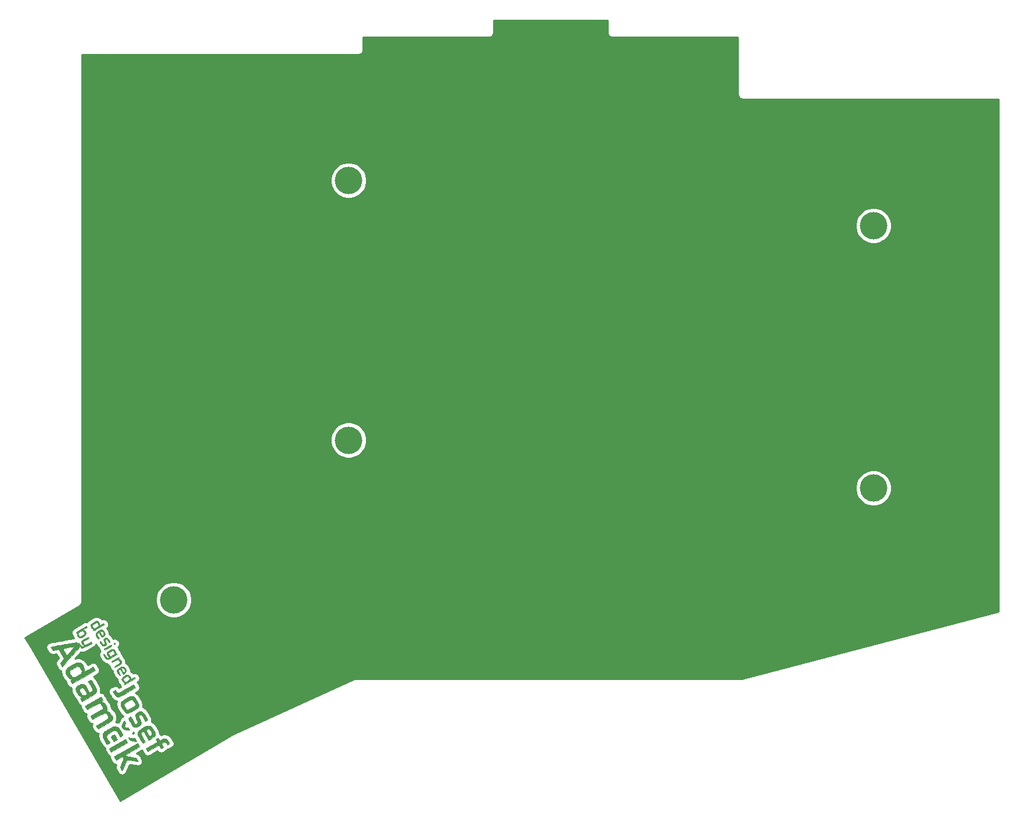
<source format=gbr>
G04 #@! TF.GenerationSoftware,KiCad,Pcbnew,5.1.5-52549c5~86~ubuntu19.10.1*
G04 #@! TF.CreationDate,2020-05-05T19:49:36+02:00*
G04 #@! TF.ProjectId,bottom_plate,626f7474-6f6d-45f7-906c-6174652e6b69,rev?*
G04 #@! TF.SameCoordinates,Original*
G04 #@! TF.FileFunction,Copper,L1,Top*
G04 #@! TF.FilePolarity,Positive*
%FSLAX46Y46*%
G04 Gerber Fmt 4.6, Leading zero omitted, Abs format (unit mm)*
G04 Created by KiCad (PCBNEW 5.1.5-52549c5~86~ubuntu19.10.1) date 2020-05-05 19:49:36*
%MOMM*%
%LPD*%
G04 APERTURE LIST*
%ADD10C,0.010000*%
%ADD11C,4.000000*%
%ADD12C,0.254000*%
G04 APERTURE END LIST*
D10*
G36*
X50762719Y-141692441D02*
G01*
X49061611Y-142661867D01*
X48807611Y-142221926D01*
X48940599Y-142129803D01*
X49073588Y-142037679D01*
X48866226Y-141970687D01*
X48652984Y-141860739D01*
X48457777Y-141682205D01*
X48294290Y-141451052D01*
X48176209Y-141183251D01*
X48167538Y-141155446D01*
X48134829Y-140936255D01*
X48174966Y-140728709D01*
X48290934Y-140527197D01*
X48485719Y-140326106D01*
X48693640Y-140166385D01*
X49069118Y-139926563D01*
X49414485Y-139749387D01*
X49618728Y-139675161D01*
X49883731Y-140134158D01*
X48771181Y-140776489D01*
X48740936Y-140936545D01*
X48729559Y-141021659D01*
X48737683Y-141096396D01*
X48773189Y-141183527D01*
X48843961Y-141305825D01*
X48899272Y-141393962D01*
X48997184Y-141543499D01*
X49070102Y-141636895D01*
X49135540Y-141691231D01*
X49211010Y-141723588D01*
X49248190Y-141734274D01*
X49313400Y-141750089D01*
X49370751Y-141754128D01*
X49435051Y-141740809D01*
X49521112Y-141704550D01*
X49643744Y-141639772D01*
X49817759Y-141540893D01*
X49923963Y-141479635D01*
X50439401Y-141182046D01*
X50477253Y-141000554D01*
X50493028Y-140902762D01*
X50488125Y-140820392D01*
X50455527Y-140727956D01*
X50388221Y-140599966D01*
X50347286Y-140528391D01*
X50256166Y-140376961D01*
X50186207Y-140282393D01*
X50120237Y-140226054D01*
X50041082Y-140189315D01*
X50031599Y-140185938D01*
X49883731Y-140134158D01*
X49618728Y-139675161D01*
X49725203Y-139636466D01*
X49996733Y-139589413D01*
X50224539Y-139609840D01*
X50244515Y-139615588D01*
X50412377Y-139706323D01*
X50569845Y-139860720D01*
X50707115Y-140059092D01*
X50814379Y-140281751D01*
X50881833Y-140509009D01*
X50899671Y-140721178D01*
X50869936Y-140871287D01*
X50858517Y-140907672D01*
X50864347Y-140926152D01*
X50896613Y-140922675D01*
X50964503Y-140893189D01*
X51077202Y-140833644D01*
X51243897Y-140739986D01*
X51473774Y-140608164D01*
X51497525Y-140594494D01*
X52167072Y-140209017D01*
X52463828Y-140723014D01*
X50762719Y-141692441D01*
G37*
X50762719Y-141692441D02*
X49061611Y-142661867D01*
X48807611Y-142221926D01*
X48940599Y-142129803D01*
X49073588Y-142037679D01*
X48866226Y-141970687D01*
X48652984Y-141860739D01*
X48457777Y-141682205D01*
X48294290Y-141451052D01*
X48176209Y-141183251D01*
X48167538Y-141155446D01*
X48134829Y-140936255D01*
X48174966Y-140728709D01*
X48290934Y-140527197D01*
X48485719Y-140326106D01*
X48693640Y-140166385D01*
X49069118Y-139926563D01*
X49414485Y-139749387D01*
X49618728Y-139675161D01*
X49883731Y-140134158D01*
X48771181Y-140776489D01*
X48740936Y-140936545D01*
X48729559Y-141021659D01*
X48737683Y-141096396D01*
X48773189Y-141183527D01*
X48843961Y-141305825D01*
X48899272Y-141393962D01*
X48997184Y-141543499D01*
X49070102Y-141636895D01*
X49135540Y-141691231D01*
X49211010Y-141723588D01*
X49248190Y-141734274D01*
X49313400Y-141750089D01*
X49370751Y-141754128D01*
X49435051Y-141740809D01*
X49521112Y-141704550D01*
X49643744Y-141639772D01*
X49817759Y-141540893D01*
X49923963Y-141479635D01*
X50439401Y-141182046D01*
X50477253Y-141000554D01*
X50493028Y-140902762D01*
X50488125Y-140820392D01*
X50455527Y-140727956D01*
X50388221Y-140599966D01*
X50347286Y-140528391D01*
X50256166Y-140376961D01*
X50186207Y-140282393D01*
X50120237Y-140226054D01*
X50041082Y-140189315D01*
X50031599Y-140185938D01*
X49883731Y-140134158D01*
X49618728Y-139675161D01*
X49725203Y-139636466D01*
X49996733Y-139589413D01*
X50224539Y-139609840D01*
X50244515Y-139615588D01*
X50412377Y-139706323D01*
X50569845Y-139860720D01*
X50707115Y-140059092D01*
X50814379Y-140281751D01*
X50881833Y-140509009D01*
X50899671Y-140721178D01*
X50869936Y-140871287D01*
X50858517Y-140907672D01*
X50864347Y-140926152D01*
X50896613Y-140922675D01*
X50964503Y-140893189D01*
X51077202Y-140833644D01*
X51243897Y-140739986D01*
X51473774Y-140608164D01*
X51497525Y-140594494D01*
X52167072Y-140209017D01*
X52463828Y-140723014D01*
X50762719Y-141692441D01*
G36*
X52383089Y-143006935D02*
G01*
X52486034Y-143204374D01*
X52566623Y-143371948D01*
X52615206Y-143492382D01*
X52623547Y-143523657D01*
X52624168Y-143723736D01*
X52565463Y-143929742D01*
X52459484Y-144106152D01*
X52407949Y-144159251D01*
X52336725Y-144211032D01*
X52204147Y-144297220D01*
X52022411Y-144410286D01*
X51803716Y-144542706D01*
X51560259Y-144686952D01*
X51425051Y-144765800D01*
X50564444Y-145264851D01*
X50310444Y-144824910D01*
X50571016Y-144625586D01*
X50418333Y-144591532D01*
X50276272Y-144541502D01*
X50147334Y-144468561D01*
X50146170Y-144467690D01*
X50043758Y-144367302D01*
X49924813Y-144216539D01*
X49807378Y-144042308D01*
X49709497Y-143871516D01*
X49649213Y-143731074D01*
X49646877Y-143723113D01*
X49616334Y-143491348D01*
X49663713Y-143284238D01*
X49790743Y-143098376D01*
X49999153Y-142930354D01*
X50071270Y-142886648D01*
X50105942Y-142870358D01*
X50378996Y-143343302D01*
X50255895Y-143426267D01*
X50188101Y-143510984D01*
X50174682Y-143612844D01*
X50214701Y-143747237D01*
X50307228Y-143929553D01*
X50339934Y-143986989D01*
X50430264Y-144138856D01*
X50497984Y-144234309D01*
X50560576Y-144291500D01*
X50635522Y-144328588D01*
X50685723Y-144346136D01*
X50801537Y-144373856D01*
X50905709Y-144365865D01*
X51035261Y-144317736D01*
X51074387Y-144299654D01*
X51292134Y-144196914D01*
X51031888Y-143746155D01*
X50902840Y-143528295D01*
X50801359Y-143378204D01*
X50715726Y-143288653D01*
X50634221Y-143252410D01*
X50545125Y-143262244D01*
X50436722Y-143310925D01*
X50378996Y-143343302D01*
X50105942Y-142870358D01*
X50333504Y-142763450D01*
X50560519Y-142715667D01*
X50755019Y-142743011D01*
X50867930Y-142802818D01*
X50935068Y-142859442D01*
X51004760Y-142939156D01*
X51086087Y-143054909D01*
X51188130Y-143219644D01*
X51319972Y-143446311D01*
X51322823Y-143451299D01*
X51634883Y-143997368D01*
X51840258Y-143858125D01*
X51950662Y-143780420D01*
X52026146Y-143711830D01*
X52065519Y-143639869D01*
X52067589Y-143552058D01*
X52031166Y-143435912D01*
X51955057Y-143278949D01*
X51838071Y-143068688D01*
X51750359Y-142916249D01*
X51401914Y-142312724D01*
X51593702Y-142202023D01*
X51708947Y-142139827D01*
X51779721Y-142120651D01*
X51832947Y-142142012D01*
X51870879Y-142176449D01*
X51940814Y-142264065D01*
X52036654Y-142408197D01*
X52148748Y-142591570D01*
X52267444Y-142796909D01*
X52383089Y-143006935D01*
G37*
X52383089Y-143006935D02*
X52486034Y-143204374D01*
X52566623Y-143371948D01*
X52615206Y-143492382D01*
X52623547Y-143523657D01*
X52624168Y-143723736D01*
X52565463Y-143929742D01*
X52459484Y-144106152D01*
X52407949Y-144159251D01*
X52336725Y-144211032D01*
X52204147Y-144297220D01*
X52022411Y-144410286D01*
X51803716Y-144542706D01*
X51560259Y-144686952D01*
X51425051Y-144765800D01*
X50564444Y-145264851D01*
X50310444Y-144824910D01*
X50571016Y-144625586D01*
X50418333Y-144591532D01*
X50276272Y-144541502D01*
X50147334Y-144468561D01*
X50146170Y-144467690D01*
X50043758Y-144367302D01*
X49924813Y-144216539D01*
X49807378Y-144042308D01*
X49709497Y-143871516D01*
X49649213Y-143731074D01*
X49646877Y-143723113D01*
X49616334Y-143491348D01*
X49663713Y-143284238D01*
X49790743Y-143098376D01*
X49999153Y-142930354D01*
X50071270Y-142886648D01*
X50105942Y-142870358D01*
X50378996Y-143343302D01*
X50255895Y-143426267D01*
X50188101Y-143510984D01*
X50174682Y-143612844D01*
X50214701Y-143747237D01*
X50307228Y-143929553D01*
X50339934Y-143986989D01*
X50430264Y-144138856D01*
X50497984Y-144234309D01*
X50560576Y-144291500D01*
X50635522Y-144328588D01*
X50685723Y-144346136D01*
X50801537Y-144373856D01*
X50905709Y-144365865D01*
X51035261Y-144317736D01*
X51074387Y-144299654D01*
X51292134Y-144196914D01*
X51031888Y-143746155D01*
X50902840Y-143528295D01*
X50801359Y-143378204D01*
X50715726Y-143288653D01*
X50634221Y-143252410D01*
X50545125Y-143262244D01*
X50436722Y-143310925D01*
X50378996Y-143343302D01*
X50105942Y-142870358D01*
X50333504Y-142763450D01*
X50560519Y-142715667D01*
X50755019Y-142743011D01*
X50867930Y-142802818D01*
X50935068Y-142859442D01*
X51004760Y-142939156D01*
X51086087Y-143054909D01*
X51188130Y-143219644D01*
X51319972Y-143446311D01*
X51322823Y-143451299D01*
X51634883Y-143997368D01*
X51840258Y-143858125D01*
X51950662Y-143780420D01*
X52026146Y-143711830D01*
X52065519Y-143639869D01*
X52067589Y-143552058D01*
X52031166Y-143435912D01*
X51955057Y-143278949D01*
X51838071Y-143068688D01*
X51750359Y-142916249D01*
X51401914Y-142312724D01*
X51593702Y-142202023D01*
X51708947Y-142139827D01*
X51779721Y-142120651D01*
X51832947Y-142142012D01*
X51870879Y-142176449D01*
X51940814Y-142264065D01*
X52036654Y-142408197D01*
X52148748Y-142591570D01*
X52267444Y-142796909D01*
X52383089Y-143006935D01*
G36*
X56283933Y-149734992D02*
G01*
X56380675Y-149932142D01*
X56439162Y-150069678D01*
X56459526Y-150163450D01*
X56441893Y-150229309D01*
X56386394Y-150283106D01*
X56293160Y-150340692D01*
X56288907Y-150343148D01*
X56099774Y-150452345D01*
X55883811Y-150046857D01*
X55775347Y-149849754D01*
X55691019Y-149714343D01*
X55619992Y-149625203D01*
X55551435Y-149566917D01*
X55542481Y-149561020D01*
X55448970Y-149509862D01*
X55358783Y-149487005D01*
X55257222Y-149495975D01*
X55129590Y-149540296D01*
X54961191Y-149623490D01*
X54737327Y-149749082D01*
X54722569Y-149757603D01*
X54460685Y-149916525D01*
X54273037Y-150054650D01*
X54156064Y-150184582D01*
X54106202Y-150318925D01*
X54119888Y-150470280D01*
X54193559Y-150651249D01*
X54323651Y-150874439D01*
X54381434Y-150964219D01*
X54609217Y-151312918D01*
X54414959Y-151425073D01*
X54280658Y-151492255D01*
X54196812Y-151507024D01*
X54167870Y-151494433D01*
X54107340Y-151425622D01*
X54019326Y-151301624D01*
X53915845Y-151142139D01*
X53808914Y-150966868D01*
X53710550Y-150795508D01*
X53632772Y-150647761D01*
X53587597Y-150543327D01*
X53587522Y-150543096D01*
X53536402Y-150275680D01*
X53565684Y-150034716D01*
X53663703Y-149836205D01*
X53717400Y-149765974D01*
X53779064Y-149702379D01*
X53861645Y-149636095D01*
X53978099Y-149557800D01*
X54141377Y-149458168D01*
X54364432Y-149327874D01*
X54391960Y-149311970D01*
X54633824Y-149174219D01*
X54818126Y-149074516D01*
X54959176Y-149006155D01*
X55071286Y-148962431D01*
X55168764Y-148936637D01*
X55207729Y-148929703D01*
X55443101Y-148923261D01*
X55656682Y-148984246D01*
X55853755Y-149116610D01*
X56039598Y-149324303D01*
X56219493Y-149611279D01*
X56283933Y-149734992D01*
G37*
X56283933Y-149734992D02*
X56380675Y-149932142D01*
X56439162Y-150069678D01*
X56459526Y-150163450D01*
X56441893Y-150229309D01*
X56386394Y-150283106D01*
X56293160Y-150340692D01*
X56288907Y-150343148D01*
X56099774Y-150452345D01*
X55883811Y-150046857D01*
X55775347Y-149849754D01*
X55691019Y-149714343D01*
X55619992Y-149625203D01*
X55551435Y-149566917D01*
X55542481Y-149561020D01*
X55448970Y-149509862D01*
X55358783Y-149487005D01*
X55257222Y-149495975D01*
X55129590Y-149540296D01*
X54961191Y-149623490D01*
X54737327Y-149749082D01*
X54722569Y-149757603D01*
X54460685Y-149916525D01*
X54273037Y-150054650D01*
X54156064Y-150184582D01*
X54106202Y-150318925D01*
X54119888Y-150470280D01*
X54193559Y-150651249D01*
X54323651Y-150874439D01*
X54381434Y-150964219D01*
X54609217Y-151312918D01*
X54414959Y-151425073D01*
X54280658Y-151492255D01*
X54196812Y-151507024D01*
X54167870Y-151494433D01*
X54107340Y-151425622D01*
X54019326Y-151301624D01*
X53915845Y-151142139D01*
X53808914Y-150966868D01*
X53710550Y-150795508D01*
X53632772Y-150647761D01*
X53587597Y-150543327D01*
X53587522Y-150543096D01*
X53536402Y-150275680D01*
X53565684Y-150034716D01*
X53663703Y-149836205D01*
X53717400Y-149765974D01*
X53779064Y-149702379D01*
X53861645Y-149636095D01*
X53978099Y-149557800D01*
X54141377Y-149458168D01*
X54364432Y-149327874D01*
X54391960Y-149311970D01*
X54633824Y-149174219D01*
X54818126Y-149074516D01*
X54959176Y-149006155D01*
X55071286Y-148962431D01*
X55168764Y-148936637D01*
X55207729Y-148929703D01*
X55443101Y-148923261D01*
X55656682Y-148984246D01*
X55853755Y-149116610D01*
X56039598Y-149324303D01*
X56219493Y-149611279D01*
X56283933Y-149734992D01*
G36*
X48929058Y-138726233D02*
G01*
X48675198Y-139025116D01*
X48437618Y-139304804D01*
X48222060Y-139558541D01*
X48034263Y-139779570D01*
X47879966Y-139961139D01*
X47764912Y-140096491D01*
X47694837Y-140178872D01*
X47675524Y-140201516D01*
X47646194Y-140207903D01*
X47603031Y-140162081D01*
X47538027Y-140053924D01*
X47494335Y-139972356D01*
X47351090Y-139699158D01*
X47638533Y-139350358D01*
X47925975Y-139001557D01*
X47149879Y-137657319D01*
X46264831Y-137817703D01*
X45939360Y-137303706D01*
X46372201Y-137224207D01*
X46519006Y-137197381D01*
X46735612Y-137157990D01*
X47008496Y-137108482D01*
X47324134Y-137051308D01*
X47447069Y-137029068D01*
X47740565Y-137537418D01*
X48329984Y-138558320D01*
X48438751Y-138429210D01*
X48507540Y-138347668D01*
X48616525Y-138218604D01*
X48751238Y-138059148D01*
X48897210Y-137886429D01*
X48910582Y-137870611D01*
X49054073Y-137700248D01*
X49184693Y-137544039D01*
X49288998Y-137418139D01*
X49353541Y-137338703D01*
X49357934Y-137333114D01*
X49442223Y-137225107D01*
X49221110Y-137265462D01*
X49099035Y-137287800D01*
X48915566Y-137321447D01*
X48692579Y-137362385D01*
X48451947Y-137406602D01*
X48370281Y-137421617D01*
X47740565Y-137537418D01*
X47447069Y-137029068D01*
X47669003Y-136988918D01*
X48029579Y-136923762D01*
X48265959Y-136881091D01*
X49726875Y-136617474D01*
X49935764Y-136956230D01*
X50144651Y-137294988D01*
X48929058Y-138726233D01*
G37*
X48929058Y-138726233D02*
X48675198Y-139025116D01*
X48437618Y-139304804D01*
X48222060Y-139558541D01*
X48034263Y-139779570D01*
X47879966Y-139961139D01*
X47764912Y-140096491D01*
X47694837Y-140178872D01*
X47675524Y-140201516D01*
X47646194Y-140207903D01*
X47603031Y-140162081D01*
X47538027Y-140053924D01*
X47494335Y-139972356D01*
X47351090Y-139699158D01*
X47638533Y-139350358D01*
X47925975Y-139001557D01*
X47149879Y-137657319D01*
X46264831Y-137817703D01*
X45939360Y-137303706D01*
X46372201Y-137224207D01*
X46519006Y-137197381D01*
X46735612Y-137157990D01*
X47008496Y-137108482D01*
X47324134Y-137051308D01*
X47447069Y-137029068D01*
X47740565Y-137537418D01*
X48329984Y-138558320D01*
X48438751Y-138429210D01*
X48507540Y-138347668D01*
X48616525Y-138218604D01*
X48751238Y-138059148D01*
X48897210Y-137886429D01*
X48910582Y-137870611D01*
X49054073Y-137700248D01*
X49184693Y-137544039D01*
X49288998Y-137418139D01*
X49353541Y-137338703D01*
X49357934Y-137333114D01*
X49442223Y-137225107D01*
X49221110Y-137265462D01*
X49099035Y-137287800D01*
X48915566Y-137321447D01*
X48692579Y-137362385D01*
X48451947Y-137406602D01*
X48370281Y-137421617D01*
X47740565Y-137537418D01*
X47447069Y-137029068D01*
X47669003Y-136988918D01*
X48029579Y-136923762D01*
X48265959Y-136881091D01*
X49726875Y-136617474D01*
X49935764Y-136956230D01*
X50144651Y-137294988D01*
X48929058Y-138726233D01*
G36*
X54115572Y-145967323D02*
G01*
X54178094Y-146186547D01*
X54184604Y-146397761D01*
X54126709Y-146584587D01*
X54119047Y-146597984D01*
X54108134Y-146640611D01*
X54145841Y-146674989D01*
X54247395Y-146712778D01*
X54283247Y-146723736D01*
X54504912Y-146833351D01*
X54702467Y-147018913D01*
X54868943Y-147273453D01*
X54903292Y-147343586D01*
X54979236Y-147558523D01*
X54987966Y-147746446D01*
X54929236Y-147932146D01*
X54896833Y-147993953D01*
X54867188Y-148040648D01*
X54827910Y-148086571D01*
X54770139Y-148137792D01*
X54685013Y-148200379D01*
X54563671Y-148280399D01*
X54397253Y-148383923D01*
X54176898Y-148517018D01*
X53893744Y-148685752D01*
X53840809Y-148717181D01*
X52866935Y-149295216D01*
X52592054Y-148819108D01*
X53468252Y-148297138D01*
X53742613Y-148133474D01*
X53952964Y-148006753D01*
X54108066Y-147910633D01*
X54216677Y-147838769D01*
X54287556Y-147784824D01*
X54329459Y-147742452D01*
X54351147Y-147705313D01*
X54361377Y-147667066D01*
X54364517Y-147648180D01*
X54352566Y-147528900D01*
X54296957Y-147376779D01*
X54212298Y-147220403D01*
X54113200Y-147088358D01*
X54048233Y-147029309D01*
X53984294Y-146988591D01*
X53920655Y-146965026D01*
X53847155Y-146962083D01*
X53753629Y-146983227D01*
X53629916Y-147031928D01*
X53465849Y-147111650D01*
X53251268Y-147225862D01*
X52976009Y-147378031D01*
X52897445Y-147421895D01*
X52056668Y-147891793D01*
X51784363Y-147420146D01*
X52488556Y-147010011D01*
X52813488Y-146818289D01*
X53070133Y-146660698D01*
X53265292Y-146532246D01*
X53405763Y-146427941D01*
X53498347Y-146342791D01*
X53549841Y-146271806D01*
X53566404Y-146218701D01*
X53549340Y-146121150D01*
X53488883Y-145976943D01*
X53433908Y-145874576D01*
X53346567Y-145733295D01*
X53274247Y-145647661D01*
X53196387Y-145596497D01*
X53143171Y-145575173D01*
X52995374Y-145523352D01*
X52129159Y-145999020D01*
X51262944Y-146474689D01*
X51109228Y-146233481D01*
X50955513Y-145992273D01*
X53305214Y-144635672D01*
X53580381Y-145112274D01*
X53275839Y-145288101D01*
X53473272Y-145337922D01*
X53675891Y-145425390D01*
X53856078Y-145570366D01*
X54005436Y-145756470D01*
X54115572Y-145967323D01*
G37*
X54115572Y-145967323D02*
X54178094Y-146186547D01*
X54184604Y-146397761D01*
X54126709Y-146584587D01*
X54119047Y-146597984D01*
X54108134Y-146640611D01*
X54145841Y-146674989D01*
X54247395Y-146712778D01*
X54283247Y-146723736D01*
X54504912Y-146833351D01*
X54702467Y-147018913D01*
X54868943Y-147273453D01*
X54903292Y-147343586D01*
X54979236Y-147558523D01*
X54987966Y-147746446D01*
X54929236Y-147932146D01*
X54896833Y-147993953D01*
X54867188Y-148040648D01*
X54827910Y-148086571D01*
X54770139Y-148137792D01*
X54685013Y-148200379D01*
X54563671Y-148280399D01*
X54397253Y-148383923D01*
X54176898Y-148517018D01*
X53893744Y-148685752D01*
X53840809Y-148717181D01*
X52866935Y-149295216D01*
X52592054Y-148819108D01*
X53468252Y-148297138D01*
X53742613Y-148133474D01*
X53952964Y-148006753D01*
X54108066Y-147910633D01*
X54216677Y-147838769D01*
X54287556Y-147784824D01*
X54329459Y-147742452D01*
X54351147Y-147705313D01*
X54361377Y-147667066D01*
X54364517Y-147648180D01*
X54352566Y-147528900D01*
X54296957Y-147376779D01*
X54212298Y-147220403D01*
X54113200Y-147088358D01*
X54048233Y-147029309D01*
X53984294Y-146988591D01*
X53920655Y-146965026D01*
X53847155Y-146962083D01*
X53753629Y-146983227D01*
X53629916Y-147031928D01*
X53465849Y-147111650D01*
X53251268Y-147225862D01*
X52976009Y-147378031D01*
X52897445Y-147421895D01*
X52056668Y-147891793D01*
X51784363Y-147420146D01*
X52488556Y-147010011D01*
X52813488Y-146818289D01*
X53070133Y-146660698D01*
X53265292Y-146532246D01*
X53405763Y-146427941D01*
X53498347Y-146342791D01*
X53549841Y-146271806D01*
X53566404Y-146218701D01*
X53549340Y-146121150D01*
X53488883Y-145976943D01*
X53433908Y-145874576D01*
X53346567Y-145733295D01*
X53274247Y-145647661D01*
X53196387Y-145596497D01*
X53143171Y-145575173D01*
X52995374Y-145523352D01*
X52129159Y-145999020D01*
X51262944Y-146474689D01*
X51109228Y-146233481D01*
X50955513Y-145992273D01*
X53305214Y-144635672D01*
X53580381Y-145112274D01*
X53275839Y-145288101D01*
X53473272Y-145337922D01*
X53675891Y-145425390D01*
X53856078Y-145570366D01*
X54005436Y-145756470D01*
X54115572Y-145967323D01*
G36*
X54790030Y-152626114D02*
G01*
X54514863Y-152149511D01*
X56861214Y-150794845D01*
X57136381Y-151271447D01*
X54790030Y-152626114D01*
G37*
X54790030Y-152626114D02*
X54514863Y-152149511D01*
X56861214Y-150794845D01*
X57136381Y-151271447D01*
X54790030Y-152626114D01*
G36*
X57903991Y-152452819D02*
G01*
X56910590Y-153039366D01*
X56967143Y-153163593D01*
X56992596Y-153210119D01*
X57029259Y-153246205D01*
X57090013Y-153275702D01*
X57187742Y-153302461D01*
X57335325Y-153330332D01*
X57545646Y-153363167D01*
X57720208Y-153388722D01*
X58416720Y-153489624D01*
X58572123Y-153758507D01*
X58727526Y-154027391D01*
X58367888Y-153975981D01*
X58149667Y-153944480D01*
X57895629Y-153907356D01*
X57653682Y-153871616D01*
X57607049Y-153864668D01*
X57426304Y-153837853D01*
X57273391Y-153815481D01*
X57170365Y-153800765D01*
X57143406Y-153797154D01*
X57102648Y-153831880D01*
X57035815Y-153943452D01*
X56942451Y-154132772D01*
X56822099Y-154400736D01*
X56748721Y-154571401D01*
X56646748Y-154809721D01*
X56555496Y-155019875D01*
X56480236Y-155189965D01*
X56426245Y-155308099D01*
X56398798Y-155362378D01*
X56397002Y-155364502D01*
X56368152Y-155336333D01*
X56310043Y-155251605D01*
X56234526Y-155127778D01*
X56224152Y-155109899D01*
X56070777Y-154844055D01*
X56335548Y-154202365D01*
X56433286Y-153963825D01*
X56501475Y-153789717D01*
X56543357Y-153666417D01*
X56562176Y-153580300D01*
X56561177Y-153517738D01*
X56543602Y-153465107D01*
X56521029Y-153423146D01*
X56441735Y-153285618D01*
X55488530Y-153835951D01*
X55213363Y-153359349D01*
X58622905Y-151390849D01*
X58897391Y-151866272D01*
X57903991Y-152452819D01*
G37*
X57903991Y-152452819D02*
X56910590Y-153039366D01*
X56967143Y-153163593D01*
X56992596Y-153210119D01*
X57029259Y-153246205D01*
X57090013Y-153275702D01*
X57187742Y-153302461D01*
X57335325Y-153330332D01*
X57545646Y-153363167D01*
X57720208Y-153388722D01*
X58416720Y-153489624D01*
X58572123Y-153758507D01*
X58727526Y-154027391D01*
X58367888Y-153975981D01*
X58149667Y-153944480D01*
X57895629Y-153907356D01*
X57653682Y-153871616D01*
X57607049Y-153864668D01*
X57426304Y-153837853D01*
X57273391Y-153815481D01*
X57170365Y-153800765D01*
X57143406Y-153797154D01*
X57102648Y-153831880D01*
X57035815Y-153943452D01*
X56942451Y-154132772D01*
X56822099Y-154400736D01*
X56748721Y-154571401D01*
X56646748Y-154809721D01*
X56555496Y-155019875D01*
X56480236Y-155189965D01*
X56426245Y-155308099D01*
X56398798Y-155362378D01*
X56397002Y-155364502D01*
X56368152Y-155336333D01*
X56310043Y-155251605D01*
X56234526Y-155127778D01*
X56224152Y-155109899D01*
X56070777Y-154844055D01*
X56335548Y-154202365D01*
X56433286Y-153963825D01*
X56501475Y-153789717D01*
X56543357Y-153666417D01*
X56562176Y-153580300D01*
X56561177Y-153517738D01*
X56543602Y-153465107D01*
X56521029Y-153423146D01*
X56441735Y-153285618D01*
X55488530Y-153835951D01*
X55213363Y-153359349D01*
X58622905Y-151390849D01*
X58897391Y-151866272D01*
X57903991Y-152452819D01*
G36*
X57459344Y-149385674D02*
G01*
X57481582Y-149449879D01*
X57479281Y-149460357D01*
X57430652Y-149461536D01*
X57316534Y-149454791D01*
X57155599Y-149441421D01*
X57020884Y-149428389D01*
X56584276Y-149383840D01*
X56444018Y-149138193D01*
X56303760Y-148892545D01*
X56490832Y-148478444D01*
X56677904Y-148064342D01*
X56785095Y-148224117D01*
X56838299Y-148310016D01*
X56862383Y-148382635D01*
X56857927Y-148468238D01*
X56825507Y-148593090D01*
X56795335Y-148689993D01*
X56698385Y-148996092D01*
X57006172Y-149059889D01*
X57167914Y-149096502D01*
X57269981Y-149132569D01*
X57336203Y-149181500D01*
X57390416Y-149256707D01*
X57407515Y-149285731D01*
X57459344Y-149385674D01*
G37*
X57459344Y-149385674D02*
X57481582Y-149449879D01*
X57479281Y-149460357D01*
X57430652Y-149461536D01*
X57316534Y-149454791D01*
X57155599Y-149441421D01*
X57020884Y-149428389D01*
X56584276Y-149383840D01*
X56444018Y-149138193D01*
X56303760Y-148892545D01*
X56490832Y-148478444D01*
X56677904Y-148064342D01*
X56785095Y-148224117D01*
X56838299Y-148310016D01*
X56862383Y-148382635D01*
X56857927Y-148468238D01*
X56825507Y-148593090D01*
X56795335Y-148689993D01*
X56698385Y-148996092D01*
X57006172Y-149059889D01*
X57167914Y-149096502D01*
X57269981Y-149132569D01*
X57336203Y-149181500D01*
X57390416Y-149256707D01*
X57407515Y-149285731D01*
X57459344Y-149385674D01*
G36*
X58359317Y-151124801D02*
G01*
X58264059Y-151105372D01*
X58113077Y-151071093D01*
X57932695Y-151028018D01*
X57852023Y-151008143D01*
X57670320Y-150961250D01*
X57551096Y-150922400D01*
X57474376Y-150880406D01*
X57420185Y-150824077D01*
X57368548Y-150742225D01*
X57364354Y-150734974D01*
X57307159Y-150624122D01*
X57298538Y-150569274D01*
X57323295Y-150558023D01*
X57390450Y-150561976D01*
X57519658Y-150572294D01*
X57688701Y-150587147D01*
X57785206Y-150596077D01*
X58185818Y-150633792D01*
X58481299Y-151145580D01*
X58359317Y-151124801D01*
G37*
X58359317Y-151124801D02*
X58264059Y-151105372D01*
X58113077Y-151071093D01*
X57932695Y-151028018D01*
X57852023Y-151008143D01*
X57670320Y-150961250D01*
X57551096Y-150922400D01*
X57474376Y-150880406D01*
X57420185Y-150824077D01*
X57368548Y-150742225D01*
X57364354Y-150734974D01*
X57307159Y-150624122D01*
X57298538Y-150569274D01*
X57323295Y-150558023D01*
X57390450Y-150561976D01*
X57519658Y-150572294D01*
X57688701Y-150587147D01*
X57785206Y-150596077D01*
X58185818Y-150633792D01*
X58481299Y-151145580D01*
X58359317Y-151124801D01*
G36*
X51104116Y-136276659D02*
G01*
X50886879Y-136407776D01*
X50743635Y-136507420D01*
X50675973Y-136574459D01*
X50671245Y-136585236D01*
X50681222Y-136676447D01*
X50735117Y-136794240D01*
X50814445Y-136907972D01*
X50900721Y-136987000D01*
X50919652Y-136997066D01*
X50970350Y-137010469D01*
X51033675Y-137003056D01*
X51125303Y-136969228D01*
X51260906Y-136903383D01*
X51426175Y-136816057D01*
X51839640Y-136593889D01*
X51947060Y-136779945D01*
X51304279Y-137127116D01*
X51087917Y-137242067D01*
X50892842Y-137342147D01*
X50733065Y-137420445D01*
X50622599Y-137470048D01*
X50579952Y-137484343D01*
X50453939Y-137462210D01*
X50322299Y-137363365D01*
X50182014Y-137185096D01*
X50100980Y-137053776D01*
X50017742Y-136905748D01*
X49974027Y-136813187D01*
X49964851Y-136759539D01*
X49985227Y-136728248D01*
X50000038Y-136718569D01*
X50039967Y-136706326D01*
X50082019Y-136727380D01*
X50138687Y-136793867D01*
X50222467Y-136917927D01*
X50251114Y-136962489D01*
X50344650Y-137098700D01*
X50429139Y-137204188D01*
X50489151Y-137260089D01*
X50497719Y-137263909D01*
X50575586Y-137259521D01*
X50691069Y-137227386D01*
X50730211Y-137212406D01*
X50897732Y-137143493D01*
X50791954Y-137087356D01*
X50678622Y-137010523D01*
X50603440Y-136942730D01*
X50529057Y-136828551D01*
X50478034Y-136685980D01*
X50458377Y-136547395D01*
X50478095Y-136445174D01*
X50479717Y-136442457D01*
X50534062Y-136391622D01*
X50646015Y-136311097D01*
X50799052Y-136212101D01*
X50970210Y-136109558D01*
X51412561Y-135854166D01*
X51518394Y-136037475D01*
X51104116Y-136276659D01*
G37*
X51104116Y-136276659D02*
X50886879Y-136407776D01*
X50743635Y-136507420D01*
X50675973Y-136574459D01*
X50671245Y-136585236D01*
X50681222Y-136676447D01*
X50735117Y-136794240D01*
X50814445Y-136907972D01*
X50900721Y-136987000D01*
X50919652Y-136997066D01*
X50970350Y-137010469D01*
X51033675Y-137003056D01*
X51125303Y-136969228D01*
X51260906Y-136903383D01*
X51426175Y-136816057D01*
X51839640Y-136593889D01*
X51947060Y-136779945D01*
X51304279Y-137127116D01*
X51087917Y-137242067D01*
X50892842Y-137342147D01*
X50733065Y-137420445D01*
X50622599Y-137470048D01*
X50579952Y-137484343D01*
X50453939Y-137462210D01*
X50322299Y-137363365D01*
X50182014Y-137185096D01*
X50100980Y-137053776D01*
X50017742Y-136905748D01*
X49974027Y-136813187D01*
X49964851Y-136759539D01*
X49985227Y-136728248D01*
X50000038Y-136718569D01*
X50039967Y-136706326D01*
X50082019Y-136727380D01*
X50138687Y-136793867D01*
X50222467Y-136917927D01*
X50251114Y-136962489D01*
X50344650Y-137098700D01*
X50429139Y-137204188D01*
X50489151Y-137260089D01*
X50497719Y-137263909D01*
X50575586Y-137259521D01*
X50691069Y-137227386D01*
X50730211Y-137212406D01*
X50897732Y-137143493D01*
X50791954Y-137087356D01*
X50678622Y-137010523D01*
X50603440Y-136942730D01*
X50529057Y-136828551D01*
X50478034Y-136685980D01*
X50458377Y-136547395D01*
X50478095Y-136445174D01*
X50479717Y-136442457D01*
X50534062Y-136391622D01*
X50646015Y-136311097D01*
X50799052Y-136212101D01*
X50970210Y-136109558D01*
X51412561Y-135854166D01*
X51518394Y-136037475D01*
X51104116Y-136276659D01*
G36*
X51260622Y-134412192D02*
G01*
X51258135Y-134449716D01*
X51218427Y-134491462D01*
X51129476Y-134549990D01*
X50979259Y-134637863D01*
X50662254Y-134820886D01*
X50794010Y-134873616D01*
X50922122Y-134963577D01*
X51029202Y-135107351D01*
X51094948Y-135274088D01*
X51105566Y-135347058D01*
X51072125Y-135485687D01*
X50960330Y-135630806D01*
X50775519Y-135776094D01*
X50707484Y-135818271D01*
X50482665Y-135933928D01*
X50302539Y-135986562D01*
X50157155Y-135977822D01*
X50057074Y-135926158D01*
X49914968Y-135782358D01*
X49827141Y-135597580D01*
X49820494Y-135575730D01*
X49808393Y-135462870D01*
X49814387Y-135401986D01*
X49819758Y-135333652D01*
X49782484Y-135320376D01*
X49763642Y-135322833D01*
X49688016Y-135299474D01*
X49651534Y-135259313D01*
X49639904Y-135233349D01*
X49642896Y-135207032D01*
X49669130Y-135174235D01*
X49727231Y-135128829D01*
X49825820Y-135064690D01*
X49973519Y-134975689D01*
X50140328Y-134878261D01*
X50245966Y-135061230D01*
X50076436Y-135173310D01*
X49982643Y-135277218D01*
X49958653Y-135387109D01*
X49998530Y-135517137D01*
X50030039Y-135576234D01*
X50127007Y-135711358D01*
X50218860Y-135777664D01*
X50224034Y-135779195D01*
X50303992Y-135778046D01*
X50420631Y-135735241D01*
X50584633Y-135647819D01*
X50753810Y-135540962D01*
X50851118Y-135448945D01*
X50883393Y-135355389D01*
X50857467Y-135243915D01*
X50799936Y-135131734D01*
X50708793Y-135006217D01*
X50609081Y-134946832D01*
X50485574Y-134951643D01*
X50323048Y-135018713D01*
X50245966Y-135061230D01*
X50140328Y-134878261D01*
X50178953Y-134855700D01*
X50396765Y-134729756D01*
X51184992Y-134274672D01*
X51237909Y-134366326D01*
X51260622Y-134412192D01*
G37*
X51260622Y-134412192D02*
X51258135Y-134449716D01*
X51218427Y-134491462D01*
X51129476Y-134549990D01*
X50979259Y-134637863D01*
X50662254Y-134820886D01*
X50794010Y-134873616D01*
X50922122Y-134963577D01*
X51029202Y-135107351D01*
X51094948Y-135274088D01*
X51105566Y-135347058D01*
X51072125Y-135485687D01*
X50960330Y-135630806D01*
X50775519Y-135776094D01*
X50707484Y-135818271D01*
X50482665Y-135933928D01*
X50302539Y-135986562D01*
X50157155Y-135977822D01*
X50057074Y-135926158D01*
X49914968Y-135782358D01*
X49827141Y-135597580D01*
X49820494Y-135575730D01*
X49808393Y-135462870D01*
X49814387Y-135401986D01*
X49819758Y-135333652D01*
X49782484Y-135320376D01*
X49763642Y-135322833D01*
X49688016Y-135299474D01*
X49651534Y-135259313D01*
X49639904Y-135233349D01*
X49642896Y-135207032D01*
X49669130Y-135174235D01*
X49727231Y-135128829D01*
X49825820Y-135064690D01*
X49973519Y-134975689D01*
X50140328Y-134878261D01*
X50245966Y-135061230D01*
X50076436Y-135173310D01*
X49982643Y-135277218D01*
X49958653Y-135387109D01*
X49998530Y-135517137D01*
X50030039Y-135576234D01*
X50127007Y-135711358D01*
X50218860Y-135777664D01*
X50224034Y-135779195D01*
X50303992Y-135778046D01*
X50420631Y-135735241D01*
X50584633Y-135647819D01*
X50753810Y-135540962D01*
X50851118Y-135448945D01*
X50883393Y-135355389D01*
X50857467Y-135243915D01*
X50799936Y-135131734D01*
X50708793Y-135006217D01*
X50609081Y-134946832D01*
X50485574Y-134951643D01*
X50323048Y-135018713D01*
X50245966Y-135061230D01*
X50140328Y-134878261D01*
X50178953Y-134855700D01*
X50396765Y-134729756D01*
X51184992Y-134274672D01*
X51237909Y-134366326D01*
X51260622Y-134412192D01*
G36*
X58653046Y-145405578D02*
G01*
X58744190Y-145609505D01*
X58789751Y-145773718D01*
X58793097Y-145911642D01*
X58757598Y-146036703D01*
X58743405Y-146066823D01*
X58657326Y-146178301D01*
X58509505Y-146309051D01*
X58316098Y-146449887D01*
X58093259Y-146591621D01*
X57857145Y-146725068D01*
X57623909Y-146841039D01*
X57409709Y-146930347D01*
X57230698Y-146983805D01*
X57113486Y-146993724D01*
X56945776Y-146933793D01*
X56770941Y-146791883D01*
X56591197Y-146570163D01*
X56447688Y-146340891D01*
X56354878Y-146171099D01*
X56275283Y-146013270D01*
X56221199Y-145892290D01*
X56208582Y-145856913D01*
X56176751Y-145622097D01*
X56226747Y-145406909D01*
X56264035Y-145335867D01*
X56304998Y-145279509D01*
X56364599Y-145221600D01*
X56454408Y-145154040D01*
X56585997Y-145068726D01*
X56770936Y-144957556D01*
X56968607Y-144842521D01*
X56972711Y-144840169D01*
X57216120Y-145261766D01*
X56977756Y-145402643D01*
X56809021Y-145516677D01*
X56704916Y-145617015D01*
X56660443Y-145716805D01*
X56670603Y-145829194D01*
X56730399Y-145967331D01*
X56834832Y-146144361D01*
X56863299Y-146189829D01*
X56973108Y-146350227D01*
X57060714Y-146443488D01*
X57125554Y-146478357D01*
X57184977Y-146481779D01*
X57268204Y-146460362D01*
X57389354Y-146408579D01*
X57562541Y-146320896D01*
X57659577Y-146269135D01*
X57903037Y-146134114D01*
X58078582Y-146025093D01*
X58195330Y-145932930D01*
X58262397Y-145848482D01*
X58288896Y-145762606D01*
X58283944Y-145666161D01*
X58280333Y-145646553D01*
X58220606Y-145473736D01*
X58111025Y-145276853D01*
X58091245Y-145247229D01*
X58000481Y-145121971D01*
X57919450Y-145040038D01*
X57834146Y-145001660D01*
X57730566Y-145007071D01*
X57594703Y-145056505D01*
X57412556Y-145150192D01*
X57216120Y-145261766D01*
X56972711Y-144840169D01*
X57201582Y-144709060D01*
X57375220Y-144613059D01*
X57502832Y-144548493D01*
X57597730Y-144509339D01*
X57673223Y-144489572D01*
X57742623Y-144483167D01*
X57763095Y-144482948D01*
X57911071Y-144498150D01*
X58041560Y-144549614D01*
X58165281Y-144646851D01*
X58292957Y-144799380D01*
X58435306Y-145016715D01*
X58512949Y-145148512D01*
X58653046Y-145405578D01*
G37*
X58653046Y-145405578D02*
X58744190Y-145609505D01*
X58789751Y-145773718D01*
X58793097Y-145911642D01*
X58757598Y-146036703D01*
X58743405Y-146066823D01*
X58657326Y-146178301D01*
X58509505Y-146309051D01*
X58316098Y-146449887D01*
X58093259Y-146591621D01*
X57857145Y-146725068D01*
X57623909Y-146841039D01*
X57409709Y-146930347D01*
X57230698Y-146983805D01*
X57113486Y-146993724D01*
X56945776Y-146933793D01*
X56770941Y-146791883D01*
X56591197Y-146570163D01*
X56447688Y-146340891D01*
X56354878Y-146171099D01*
X56275283Y-146013270D01*
X56221199Y-145892290D01*
X56208582Y-145856913D01*
X56176751Y-145622097D01*
X56226747Y-145406909D01*
X56264035Y-145335867D01*
X56304998Y-145279509D01*
X56364599Y-145221600D01*
X56454408Y-145154040D01*
X56585997Y-145068726D01*
X56770936Y-144957556D01*
X56968607Y-144842521D01*
X56972711Y-144840169D01*
X57216120Y-145261766D01*
X56977756Y-145402643D01*
X56809021Y-145516677D01*
X56704916Y-145617015D01*
X56660443Y-145716805D01*
X56670603Y-145829194D01*
X56730399Y-145967331D01*
X56834832Y-146144361D01*
X56863299Y-146189829D01*
X56973108Y-146350227D01*
X57060714Y-146443488D01*
X57125554Y-146478357D01*
X57184977Y-146481779D01*
X57268204Y-146460362D01*
X57389354Y-146408579D01*
X57562541Y-146320896D01*
X57659577Y-146269135D01*
X57903037Y-146134114D01*
X58078582Y-146025093D01*
X58195330Y-145932930D01*
X58262397Y-145848482D01*
X58288896Y-145762606D01*
X58283944Y-145666161D01*
X58280333Y-145646553D01*
X58220606Y-145473736D01*
X58111025Y-145276853D01*
X58091245Y-145247229D01*
X58000481Y-145121971D01*
X57919450Y-145040038D01*
X57834146Y-145001660D01*
X57730566Y-145007071D01*
X57594703Y-145056505D01*
X57412556Y-145150192D01*
X57216120Y-145261766D01*
X56972711Y-144840169D01*
X57201582Y-144709060D01*
X57375220Y-144613059D01*
X57502832Y-144548493D01*
X57597730Y-144509339D01*
X57673223Y-144489572D01*
X57742623Y-144483167D01*
X57763095Y-144482948D01*
X57911071Y-144498150D01*
X58041560Y-144549614D01*
X58165281Y-144646851D01*
X58292957Y-144799380D01*
X58435306Y-145016715D01*
X58512949Y-145148512D01*
X58653046Y-145405578D01*
G36*
X59874792Y-147513750D02*
G01*
X59963073Y-147681382D01*
X60027136Y-147813488D01*
X60056195Y-147887031D01*
X60067527Y-147964833D01*
X60038742Y-148020579D01*
X59953466Y-148080546D01*
X59925367Y-148096991D01*
X59763570Y-148190404D01*
X59498549Y-147715941D01*
X59371603Y-147494071D01*
X59272678Y-147339839D01*
X59191723Y-147245264D01*
X59118684Y-147202361D01*
X59043511Y-147203148D01*
X58956151Y-147239640D01*
X58922475Y-147258424D01*
X58831825Y-147319605D01*
X58783657Y-147369323D01*
X58781346Y-147377096D01*
X58796041Y-147429076D01*
X58836878Y-147542462D01*
X58897573Y-147700454D01*
X58970600Y-147883194D01*
X59062199Y-148115522D01*
X59120273Y-148286442D01*
X59146854Y-148411383D01*
X59143976Y-148505774D01*
X59113668Y-148585043D01*
X59071303Y-148647601D01*
X58958805Y-148755524D01*
X58797716Y-148864446D01*
X58617707Y-148958270D01*
X58448449Y-149020906D01*
X58352333Y-149037572D01*
X58221925Y-149033336D01*
X58113496Y-149002001D01*
X58014164Y-148932884D01*
X57911048Y-148815299D01*
X57791269Y-148638559D01*
X57708114Y-148503118D01*
X57598353Y-148315287D01*
X57498355Y-148134633D01*
X57420668Y-147984366D01*
X57383401Y-147902597D01*
X57312240Y-147723711D01*
X57640632Y-147504706D01*
X57931142Y-148020783D01*
X58055459Y-148235192D01*
X58159383Y-148401541D01*
X58236880Y-148510660D01*
X58281543Y-148553281D01*
X58396344Y-148549785D01*
X58519397Y-148498687D01*
X58609911Y-148418921D01*
X58623678Y-148394472D01*
X58634863Y-148330936D01*
X58619635Y-148236839D01*
X58574096Y-148097273D01*
X58494348Y-147897331D01*
X58492465Y-147892826D01*
X58418450Y-147707641D01*
X58356874Y-147538436D01*
X58315904Y-147408485D01*
X58304236Y-147356426D01*
X58317705Y-147207700D01*
X58402978Y-147067081D01*
X58564943Y-146928126D01*
X58687944Y-146850389D01*
X58893176Y-146746613D01*
X59068092Y-146698455D01*
X59222695Y-146710339D01*
X59366986Y-146786688D01*
X59510964Y-146931927D01*
X59664633Y-147150479D01*
X59772181Y-147329992D01*
X59874792Y-147513750D01*
G37*
X59874792Y-147513750D02*
X59963073Y-147681382D01*
X60027136Y-147813488D01*
X60056195Y-147887031D01*
X60067527Y-147964833D01*
X60038742Y-148020579D01*
X59953466Y-148080546D01*
X59925367Y-148096991D01*
X59763570Y-148190404D01*
X59498549Y-147715941D01*
X59371603Y-147494071D01*
X59272678Y-147339839D01*
X59191723Y-147245264D01*
X59118684Y-147202361D01*
X59043511Y-147203148D01*
X58956151Y-147239640D01*
X58922475Y-147258424D01*
X58831825Y-147319605D01*
X58783657Y-147369323D01*
X58781346Y-147377096D01*
X58796041Y-147429076D01*
X58836878Y-147542462D01*
X58897573Y-147700454D01*
X58970600Y-147883194D01*
X59062199Y-148115522D01*
X59120273Y-148286442D01*
X59146854Y-148411383D01*
X59143976Y-148505774D01*
X59113668Y-148585043D01*
X59071303Y-148647601D01*
X58958805Y-148755524D01*
X58797716Y-148864446D01*
X58617707Y-148958270D01*
X58448449Y-149020906D01*
X58352333Y-149037572D01*
X58221925Y-149033336D01*
X58113496Y-149002001D01*
X58014164Y-148932884D01*
X57911048Y-148815299D01*
X57791269Y-148638559D01*
X57708114Y-148503118D01*
X57598353Y-148315287D01*
X57498355Y-148134633D01*
X57420668Y-147984366D01*
X57383401Y-147902597D01*
X57312240Y-147723711D01*
X57640632Y-147504706D01*
X57931142Y-148020783D01*
X58055459Y-148235192D01*
X58159383Y-148401541D01*
X58236880Y-148510660D01*
X58281543Y-148553281D01*
X58396344Y-148549785D01*
X58519397Y-148498687D01*
X58609911Y-148418921D01*
X58623678Y-148394472D01*
X58634863Y-148330936D01*
X58619635Y-148236839D01*
X58574096Y-148097273D01*
X58494348Y-147897331D01*
X58492465Y-147892826D01*
X58418450Y-147707641D01*
X58356874Y-147538436D01*
X58315904Y-147408485D01*
X58304236Y-147356426D01*
X58317705Y-147207700D01*
X58402978Y-147067081D01*
X58564943Y-146928126D01*
X58687944Y-146850389D01*
X58893176Y-146746613D01*
X59068092Y-146698455D01*
X59222695Y-146710339D01*
X59366986Y-146786688D01*
X59510964Y-146931927D01*
X59664633Y-147150479D01*
X59772181Y-147329992D01*
X59874792Y-147513750D01*
G36*
X61056674Y-149535856D02*
G01*
X61159518Y-149781932D01*
X61204591Y-149986990D01*
X61187502Y-150163846D01*
X61103859Y-150325317D01*
X60949274Y-150484216D01*
X60719356Y-150653360D01*
X60660745Y-150691605D01*
X60270375Y-150942349D01*
X59496874Y-149602607D01*
X59338792Y-149719286D01*
X59233394Y-149804155D01*
X59166612Y-149884038D01*
X59139678Y-149972070D01*
X59153827Y-150081389D01*
X59210295Y-150225132D01*
X59310314Y-150416436D01*
X59422745Y-150612944D01*
X59730809Y-151142258D01*
X59389272Y-151339445D01*
X59235612Y-151127695D01*
X59102368Y-150930597D01*
X58967981Y-150708759D01*
X58845567Y-150485946D01*
X58748238Y-150285918D01*
X58692456Y-150143507D01*
X58664041Y-149918444D01*
X58714753Y-149701157D01*
X58839830Y-149510834D01*
X58852922Y-149497332D01*
X58966015Y-149403416D01*
X59133442Y-149288075D01*
X59334491Y-149163192D01*
X59548452Y-149040655D01*
X59597496Y-149014889D01*
X59826581Y-149411677D01*
X60361502Y-150338186D01*
X60488093Y-150265099D01*
X60642513Y-150142915D01*
X60717818Y-149998563D01*
X60714234Y-149829237D01*
X60631988Y-149632126D01*
X60549534Y-149505623D01*
X60423128Y-149360456D01*
X60298367Y-149290767D01*
X60155227Y-149290186D01*
X60013925Y-149335240D01*
X59826581Y-149411677D01*
X59597496Y-149014889D01*
X59754614Y-148932349D01*
X59932266Y-148850159D01*
X60055559Y-148807145D01*
X60281641Y-148794535D01*
X60498002Y-148864512D01*
X60702221Y-149015313D01*
X60891873Y-149245174D01*
X61056674Y-149535856D01*
G37*
X61056674Y-149535856D02*
X61159518Y-149781932D01*
X61204591Y-149986990D01*
X61187502Y-150163846D01*
X61103859Y-150325317D01*
X60949274Y-150484216D01*
X60719356Y-150653360D01*
X60660745Y-150691605D01*
X60270375Y-150942349D01*
X59496874Y-149602607D01*
X59338792Y-149719286D01*
X59233394Y-149804155D01*
X59166612Y-149884038D01*
X59139678Y-149972070D01*
X59153827Y-150081389D01*
X59210295Y-150225132D01*
X59310314Y-150416436D01*
X59422745Y-150612944D01*
X59730809Y-151142258D01*
X59389272Y-151339445D01*
X59235612Y-151127695D01*
X59102368Y-150930597D01*
X58967981Y-150708759D01*
X58845567Y-150485946D01*
X58748238Y-150285918D01*
X58692456Y-150143507D01*
X58664041Y-149918444D01*
X58714753Y-149701157D01*
X58839830Y-149510834D01*
X58852922Y-149497332D01*
X58966015Y-149403416D01*
X59133442Y-149288075D01*
X59334491Y-149163192D01*
X59548452Y-149040655D01*
X59597496Y-149014889D01*
X59826581Y-149411677D01*
X60361502Y-150338186D01*
X60488093Y-150265099D01*
X60642513Y-150142915D01*
X60717818Y-149998563D01*
X60714234Y-149829237D01*
X60631988Y-149632126D01*
X60549534Y-149505623D01*
X60423128Y-149360456D01*
X60298367Y-149290767D01*
X60155227Y-149290186D01*
X60013925Y-149335240D01*
X59826581Y-149411677D01*
X59597496Y-149014889D01*
X59754614Y-148932349D01*
X59932266Y-148850159D01*
X60055559Y-148807145D01*
X60281641Y-148794535D01*
X60498002Y-148864512D01*
X60702221Y-149015313D01*
X60891873Y-149245174D01*
X61056674Y-149535856D01*
G36*
X57137823Y-143929111D02*
G01*
X56767306Y-144138107D01*
X56462450Y-144307252D01*
X56214798Y-144437623D01*
X56015889Y-144530290D01*
X55857267Y-144586330D01*
X55730471Y-144606817D01*
X55627045Y-144592822D01*
X55538532Y-144545421D01*
X55456468Y-144465687D01*
X55372402Y-144354696D01*
X55277869Y-144213519D01*
X55248541Y-144168981D01*
X55028887Y-143836038D01*
X55397828Y-143623030D01*
X55536559Y-143806320D01*
X55600137Y-143891763D01*
X55654151Y-143958120D01*
X55707486Y-144003127D01*
X55769026Y-144024517D01*
X55847655Y-144020025D01*
X55952257Y-143987382D01*
X56091717Y-143924326D01*
X56274918Y-143828587D01*
X56510745Y-143697902D01*
X56808082Y-143530004D01*
X56962880Y-143442518D01*
X58071909Y-142816496D01*
X58326783Y-143257951D01*
X57137823Y-143929111D01*
G37*
X57137823Y-143929111D02*
X56767306Y-144138107D01*
X56462450Y-144307252D01*
X56214798Y-144437623D01*
X56015889Y-144530290D01*
X55857267Y-144586330D01*
X55730471Y-144606817D01*
X55627045Y-144592822D01*
X55538532Y-144545421D01*
X55456468Y-144465687D01*
X55372402Y-144354696D01*
X55277869Y-144213519D01*
X55248541Y-144168981D01*
X55028887Y-143836038D01*
X55397828Y-143623030D01*
X55536559Y-143806320D01*
X55600137Y-143891763D01*
X55654151Y-143958120D01*
X55707486Y-144003127D01*
X55769026Y-144024517D01*
X55847655Y-144020025D01*
X55952257Y-143987382D01*
X56091717Y-143924326D01*
X56274918Y-143828587D01*
X56510745Y-143697902D01*
X56808082Y-143530004D01*
X56962880Y-143442518D01*
X58071909Y-142816496D01*
X58326783Y-143257951D01*
X57137823Y-143929111D01*
G36*
X63006889Y-151597164D02*
G01*
X62875219Y-151407294D01*
X62766906Y-151266999D01*
X62672185Y-151196824D01*
X62568101Y-151191781D01*
X62431697Y-151246877D01*
X62348701Y-151292817D01*
X62114889Y-151427808D01*
X62411222Y-151941072D01*
X62044604Y-152152739D01*
X61748271Y-151639475D01*
X60098493Y-152591975D01*
X59844493Y-152152034D01*
X61494271Y-151199534D01*
X61261438Y-150796255D01*
X61628056Y-150584588D01*
X61854614Y-150976999D01*
X62155631Y-150832839D01*
X62393690Y-150729429D01*
X62580170Y-150680315D01*
X62731959Y-150689995D01*
X62865953Y-150762969D01*
X62999041Y-150903735D01*
X63132607Y-151093014D01*
X63337936Y-151406034D01*
X63006889Y-151597164D01*
G37*
X63006889Y-151597164D02*
X62875219Y-151407294D01*
X62766906Y-151266999D01*
X62672185Y-151196824D01*
X62568101Y-151191781D01*
X62431697Y-151246877D01*
X62348701Y-151292817D01*
X62114889Y-151427808D01*
X62411222Y-151941072D01*
X62044604Y-152152739D01*
X61748271Y-151639475D01*
X60098493Y-152591975D01*
X59844493Y-152152034D01*
X61494271Y-151199534D01*
X61261438Y-150796255D01*
X61628056Y-150584588D01*
X61854614Y-150976999D01*
X62155631Y-150832839D01*
X62393690Y-150729429D01*
X62580170Y-150680315D01*
X62731959Y-150689995D01*
X62865953Y-150762969D01*
X62999041Y-150903735D01*
X63132607Y-151093014D01*
X63337936Y-151406034D01*
X63006889Y-151597164D01*
G36*
X55633136Y-138344025D02*
G01*
X55630398Y-138371259D01*
X55602742Y-138404421D01*
X55540864Y-138450124D01*
X55435464Y-138514981D01*
X55277240Y-138605605D01*
X55056891Y-138728609D01*
X54979983Y-138771313D01*
X54738225Y-138904963D01*
X54558334Y-139002134D01*
X54428390Y-139067860D01*
X54336468Y-139107174D01*
X54270645Y-139125111D01*
X54218999Y-139126704D01*
X54169607Y-139116987D01*
X54164462Y-139115621D01*
X54092739Y-139088139D01*
X54028250Y-139038151D01*
X53955887Y-138949662D01*
X53860539Y-138806672D01*
X53835824Y-138767655D01*
X53748384Y-138622201D01*
X53683794Y-138501814D01*
X53651936Y-138425496D01*
X53650581Y-138411527D01*
X53694702Y-138351397D01*
X53711252Y-138339837D01*
X53750239Y-138345363D01*
X53806249Y-138406431D01*
X53887210Y-138532412D01*
X53916539Y-138582517D01*
X54031798Y-138760278D01*
X54137183Y-138865363D01*
X54247706Y-138906022D01*
X54378378Y-138890509D01*
X54440019Y-138870286D01*
X54593552Y-138813620D01*
X54482054Y-138757382D01*
X54374231Y-138669041D01*
X54271741Y-138530532D01*
X54193409Y-138373932D01*
X54158057Y-138231318D01*
X54157914Y-138205044D01*
X54186297Y-138102251D01*
X54265553Y-138001666D01*
X54404920Y-137895066D01*
X54558597Y-137806088D01*
X54655492Y-137973915D01*
X54507474Y-138063643D01*
X54420128Y-138130125D01*
X54377988Y-138187155D01*
X54366812Y-138231398D01*
X54387785Y-138363234D01*
X54461635Y-138500647D01*
X54566595Y-138609252D01*
X54627704Y-138643496D01*
X54698553Y-138661563D01*
X54772702Y-138652241D01*
X54873486Y-138608896D01*
X55004364Y-138536400D01*
X55170604Y-138432489D01*
X55266117Y-138344938D01*
X55297989Y-138256739D01*
X55273306Y-138150883D01*
X55213388Y-138034726D01*
X55132327Y-137911241D01*
X55053863Y-137845288D01*
X54960249Y-137834934D01*
X54833738Y-137878245D01*
X54656584Y-137973286D01*
X54655492Y-137973915D01*
X54558597Y-137806088D01*
X54613633Y-137774222D01*
X54680990Y-137739150D01*
X54832821Y-137664619D01*
X54936052Y-137626378D01*
X55015813Y-137619098D01*
X55097234Y-137637449D01*
X55121578Y-137645691D01*
X55220198Y-137689829D01*
X55288766Y-137754356D01*
X55353032Y-137865851D01*
X55370910Y-137903045D01*
X55429866Y-138063903D01*
X55446069Y-138195399D01*
X55442812Y-138219245D01*
X55429443Y-138298156D01*
X55449027Y-138311425D01*
X55497608Y-138286131D01*
X55575278Y-138271492D01*
X55620256Y-138316107D01*
X55633136Y-138344025D01*
G37*
X55633136Y-138344025D02*
X55630398Y-138371259D01*
X55602742Y-138404421D01*
X55540864Y-138450124D01*
X55435464Y-138514981D01*
X55277240Y-138605605D01*
X55056891Y-138728609D01*
X54979983Y-138771313D01*
X54738225Y-138904963D01*
X54558334Y-139002134D01*
X54428390Y-139067860D01*
X54336468Y-139107174D01*
X54270645Y-139125111D01*
X54218999Y-139126704D01*
X54169607Y-139116987D01*
X54164462Y-139115621D01*
X54092739Y-139088139D01*
X54028250Y-139038151D01*
X53955887Y-138949662D01*
X53860539Y-138806672D01*
X53835824Y-138767655D01*
X53748384Y-138622201D01*
X53683794Y-138501814D01*
X53651936Y-138425496D01*
X53650581Y-138411527D01*
X53694702Y-138351397D01*
X53711252Y-138339837D01*
X53750239Y-138345363D01*
X53806249Y-138406431D01*
X53887210Y-138532412D01*
X53916539Y-138582517D01*
X54031798Y-138760278D01*
X54137183Y-138865363D01*
X54247706Y-138906022D01*
X54378378Y-138890509D01*
X54440019Y-138870286D01*
X54593552Y-138813620D01*
X54482054Y-138757382D01*
X54374231Y-138669041D01*
X54271741Y-138530532D01*
X54193409Y-138373932D01*
X54158057Y-138231318D01*
X54157914Y-138205044D01*
X54186297Y-138102251D01*
X54265553Y-138001666D01*
X54404920Y-137895066D01*
X54558597Y-137806088D01*
X54655492Y-137973915D01*
X54507474Y-138063643D01*
X54420128Y-138130125D01*
X54377988Y-138187155D01*
X54366812Y-138231398D01*
X54387785Y-138363234D01*
X54461635Y-138500647D01*
X54566595Y-138609252D01*
X54627704Y-138643496D01*
X54698553Y-138661563D01*
X54772702Y-138652241D01*
X54873486Y-138608896D01*
X55004364Y-138536400D01*
X55170604Y-138432489D01*
X55266117Y-138344938D01*
X55297989Y-138256739D01*
X55273306Y-138150883D01*
X55213388Y-138034726D01*
X55132327Y-137911241D01*
X55053863Y-137845288D01*
X54960249Y-137834934D01*
X54833738Y-137878245D01*
X54656584Y-137973286D01*
X54655492Y-137973915D01*
X54558597Y-137806088D01*
X54613633Y-137774222D01*
X54680990Y-137739150D01*
X54832821Y-137664619D01*
X54936052Y-137626378D01*
X55015813Y-137619098D01*
X55097234Y-137637449D01*
X55121578Y-137645691D01*
X55220198Y-137689829D01*
X55288766Y-137754356D01*
X55353032Y-137865851D01*
X55370910Y-137903045D01*
X55429866Y-138063903D01*
X55446069Y-138195399D01*
X55442812Y-138219245D01*
X55429443Y-138298156D01*
X55449027Y-138311425D01*
X55497608Y-138286131D01*
X55575278Y-138271492D01*
X55620256Y-138316107D01*
X55633136Y-138344025D01*
G36*
X53000156Y-134497627D02*
G01*
X52740563Y-134647164D01*
X52544560Y-134758557D01*
X52402540Y-134836221D01*
X52304899Y-134884570D01*
X52242032Y-134908019D01*
X52204335Y-134910983D01*
X52182203Y-134897877D01*
X52169595Y-134879387D01*
X52159434Y-134805156D01*
X52209107Y-134757324D01*
X52261332Y-134720703D01*
X52237607Y-134708988D01*
X52207128Y-134708231D01*
X52123172Y-134679628D01*
X52024087Y-134609615D01*
X52006615Y-134593293D01*
X51911481Y-134491010D01*
X51852081Y-134394362D01*
X51804591Y-134272318D01*
X51788271Y-134146765D01*
X51834198Y-134027465D01*
X51948447Y-133906234D01*
X52137089Y-133774892D01*
X52202791Y-133735928D01*
X52214642Y-133729745D01*
X52309606Y-133894228D01*
X52139744Y-134003247D01*
X52037968Y-134093687D01*
X52014336Y-134131791D01*
X52014999Y-134232249D01*
X52063489Y-134357474D01*
X52142720Y-134477880D01*
X52235604Y-134563877D01*
X52274708Y-134582660D01*
X52345951Y-134590889D01*
X52435923Y-134566737D01*
X52565166Y-134503361D01*
X52640754Y-134460717D01*
X52809113Y-134354061D01*
X52905422Y-134261823D01*
X52936505Y-134167647D01*
X52909188Y-134055177D01*
X52854385Y-133948812D01*
X52773217Y-133829485D01*
X52690583Y-133768918D01*
X52589218Y-133765379D01*
X52451862Y-133817139D01*
X52309606Y-133894228D01*
X52214642Y-133729745D01*
X52434886Y-133614844D01*
X52615242Y-133551625D01*
X52752340Y-133544612D01*
X52854657Y-133592150D01*
X52869400Y-133605735D01*
X52986502Y-133758082D01*
X53067848Y-133932170D01*
X53094695Y-134064207D01*
X53100310Y-134195392D01*
X53391430Y-134027314D01*
X53536810Y-133944704D01*
X53626851Y-133900899D01*
X53679299Y-133891957D01*
X53711896Y-133913935D01*
X53735466Y-133950890D01*
X53788382Y-134042544D01*
X53000156Y-134497627D01*
G37*
X53000156Y-134497627D02*
X52740563Y-134647164D01*
X52544560Y-134758557D01*
X52402540Y-134836221D01*
X52304899Y-134884570D01*
X52242032Y-134908019D01*
X52204335Y-134910983D01*
X52182203Y-134897877D01*
X52169595Y-134879387D01*
X52159434Y-134805156D01*
X52209107Y-134757324D01*
X52261332Y-134720703D01*
X52237607Y-134708988D01*
X52207128Y-134708231D01*
X52123172Y-134679628D01*
X52024087Y-134609615D01*
X52006615Y-134593293D01*
X51911481Y-134491010D01*
X51852081Y-134394362D01*
X51804591Y-134272318D01*
X51788271Y-134146765D01*
X51834198Y-134027465D01*
X51948447Y-133906234D01*
X52137089Y-133774892D01*
X52202791Y-133735928D01*
X52214642Y-133729745D01*
X52309606Y-133894228D01*
X52139744Y-134003247D01*
X52037968Y-134093687D01*
X52014336Y-134131791D01*
X52014999Y-134232249D01*
X52063489Y-134357474D01*
X52142720Y-134477880D01*
X52235604Y-134563877D01*
X52274708Y-134582660D01*
X52345951Y-134590889D01*
X52435923Y-134566737D01*
X52565166Y-134503361D01*
X52640754Y-134460717D01*
X52809113Y-134354061D01*
X52905422Y-134261823D01*
X52936505Y-134167647D01*
X52909188Y-134055177D01*
X52854385Y-133948812D01*
X52773217Y-133829485D01*
X52690583Y-133768918D01*
X52589218Y-133765379D01*
X52451862Y-133817139D01*
X52309606Y-133894228D01*
X52214642Y-133729745D01*
X52434886Y-133614844D01*
X52615242Y-133551625D01*
X52752340Y-133544612D01*
X52854657Y-133592150D01*
X52869400Y-133605735D01*
X52986502Y-133758082D01*
X53067848Y-133932170D01*
X53094695Y-134064207D01*
X53100310Y-134195392D01*
X53391430Y-134027314D01*
X53536810Y-133944704D01*
X53626851Y-133900899D01*
X53679299Y-133891957D01*
X53711896Y-133913935D01*
X53735466Y-133950890D01*
X53788382Y-134042544D01*
X53000156Y-134497627D01*
G36*
X53845024Y-135260220D02*
G01*
X53889332Y-135431659D01*
X53858303Y-135577919D01*
X53750171Y-135708839D01*
X53589781Y-135819206D01*
X53408197Y-135924044D01*
X52984864Y-135190809D01*
X52877497Y-135252797D01*
X52785472Y-135323578D01*
X52746574Y-135408652D01*
X52761117Y-135522328D01*
X52829418Y-135678917D01*
X52889253Y-135787206D01*
X52971715Y-135934110D01*
X53014487Y-136025718D01*
X53022574Y-136078638D01*
X53000982Y-136109482D01*
X52988735Y-136117337D01*
X52918568Y-136113228D01*
X52830496Y-136044341D01*
X52735680Y-135925421D01*
X52645278Y-135771209D01*
X52570453Y-135596452D01*
X52552259Y-135540726D01*
X52532574Y-135419654D01*
X52543261Y-135319871D01*
X52545438Y-135314478D01*
X52623341Y-135210077D01*
X52762872Y-135091681D01*
X52945690Y-134973112D01*
X53114106Y-134885883D01*
X53139462Y-134876282D01*
X53237007Y-135045234D01*
X53131511Y-135106142D01*
X53473541Y-135698555D01*
X53578197Y-135604657D01*
X53666822Y-135510902D01*
X53695406Y-135425633D01*
X53666601Y-135321124D01*
X53614664Y-135223320D01*
X53506776Y-135076696D01*
X53396441Y-135011655D01*
X53277310Y-135025202D01*
X53237007Y-135045234D01*
X53139462Y-134876282D01*
X53300979Y-134815128D01*
X53444677Y-134805756D01*
X53565737Y-134863390D01*
X53684699Y-134993655D01*
X53727146Y-135053761D01*
X53845024Y-135260220D01*
G37*
X53845024Y-135260220D02*
X53889332Y-135431659D01*
X53858303Y-135577919D01*
X53750171Y-135708839D01*
X53589781Y-135819206D01*
X53408197Y-135924044D01*
X52984864Y-135190809D01*
X52877497Y-135252797D01*
X52785472Y-135323578D01*
X52746574Y-135408652D01*
X52761117Y-135522328D01*
X52829418Y-135678917D01*
X52889253Y-135787206D01*
X52971715Y-135934110D01*
X53014487Y-136025718D01*
X53022574Y-136078638D01*
X53000982Y-136109482D01*
X52988735Y-136117337D01*
X52918568Y-136113228D01*
X52830496Y-136044341D01*
X52735680Y-135925421D01*
X52645278Y-135771209D01*
X52570453Y-135596452D01*
X52552259Y-135540726D01*
X52532574Y-135419654D01*
X52543261Y-135319871D01*
X52545438Y-135314478D01*
X52623341Y-135210077D01*
X52762872Y-135091681D01*
X52945690Y-134973112D01*
X53114106Y-134885883D01*
X53139462Y-134876282D01*
X53237007Y-135045234D01*
X53131511Y-135106142D01*
X53473541Y-135698555D01*
X53578197Y-135604657D01*
X53666822Y-135510902D01*
X53695406Y-135425633D01*
X53666601Y-135321124D01*
X53614664Y-135223320D01*
X53506776Y-135076696D01*
X53396441Y-135011655D01*
X53277310Y-135025202D01*
X53237007Y-135045234D01*
X53139462Y-134876282D01*
X53300979Y-134815128D01*
X53444677Y-134805756D01*
X53565737Y-134863390D01*
X53684699Y-134993655D01*
X53727146Y-135053761D01*
X53845024Y-135260220D01*
G36*
X54556308Y-136518740D02*
G01*
X54553755Y-136611546D01*
X54513992Y-136654317D01*
X54470523Y-136670694D01*
X54434240Y-136650346D01*
X54391354Y-136578533D01*
X54340828Y-136469197D01*
X54243650Y-136287797D01*
X54147127Y-136186697D01*
X54045544Y-136161771D01*
X53958477Y-136192927D01*
X53890210Y-136255975D01*
X53878495Y-136343676D01*
X53923808Y-136470806D01*
X53970228Y-136557686D01*
X54026874Y-136686561D01*
X54061245Y-136807584D01*
X54048615Y-136946285D01*
X53955331Y-137063705D01*
X53783213Y-137157713D01*
X53752787Y-137168935D01*
X53615419Y-137184710D01*
X53486470Y-137129136D01*
X53362044Y-136998589D01*
X53238243Y-136789449D01*
X53159580Y-136617509D01*
X53133027Y-136515382D01*
X53164839Y-136456272D01*
X53175092Y-136449685D01*
X53214150Y-136437326D01*
X53254861Y-136457128D01*
X53309288Y-136521218D01*
X53389497Y-136641730D01*
X53429883Y-136705860D01*
X53615156Y-137002172D01*
X53871788Y-136854006D01*
X53759603Y-136555614D01*
X53707284Y-136403057D01*
X53672947Y-136276373D01*
X53663137Y-136200224D01*
X53664009Y-136195306D01*
X53708253Y-136139050D01*
X53801879Y-136066167D01*
X53860765Y-136029371D01*
X54010641Y-135959978D01*
X54130643Y-135952668D01*
X54238689Y-136012929D01*
X54352703Y-136146253D01*
X54382592Y-136189213D01*
X54499785Y-136379843D01*
X54556308Y-136518740D01*
G37*
X54556308Y-136518740D02*
X54553755Y-136611546D01*
X54513992Y-136654317D01*
X54470523Y-136670694D01*
X54434240Y-136650346D01*
X54391354Y-136578533D01*
X54340828Y-136469197D01*
X54243650Y-136287797D01*
X54147127Y-136186697D01*
X54045544Y-136161771D01*
X53958477Y-136192927D01*
X53890210Y-136255975D01*
X53878495Y-136343676D01*
X53923808Y-136470806D01*
X53970228Y-136557686D01*
X54026874Y-136686561D01*
X54061245Y-136807584D01*
X54048615Y-136946285D01*
X53955331Y-137063705D01*
X53783213Y-137157713D01*
X53752787Y-137168935D01*
X53615419Y-137184710D01*
X53486470Y-137129136D01*
X53362044Y-136998589D01*
X53238243Y-136789449D01*
X53159580Y-136617509D01*
X53133027Y-136515382D01*
X53164839Y-136456272D01*
X53175092Y-136449685D01*
X53214150Y-136437326D01*
X53254861Y-136457128D01*
X53309288Y-136521218D01*
X53389497Y-136641730D01*
X53429883Y-136705860D01*
X53615156Y-137002172D01*
X53871788Y-136854006D01*
X53759603Y-136555614D01*
X53707284Y-136403057D01*
X53672947Y-136276373D01*
X53663137Y-136200224D01*
X53664009Y-136195306D01*
X53708253Y-136139050D01*
X53801879Y-136066167D01*
X53860765Y-136029371D01*
X54010641Y-135959978D01*
X54130643Y-135952668D01*
X54238689Y-136012929D01*
X54352703Y-136146253D01*
X54382592Y-136189213D01*
X54499785Y-136379843D01*
X54556308Y-136518740D01*
G36*
X56967705Y-140710767D02*
G01*
X56981950Y-140798240D01*
X56969835Y-140907187D01*
X56913532Y-141001159D01*
X56800037Y-141096008D01*
X56672385Y-141175615D01*
X56498530Y-141276657D01*
X56075197Y-140543423D01*
X55967831Y-140605411D01*
X55875806Y-140676193D01*
X55836907Y-140761267D01*
X55851451Y-140874943D01*
X55919752Y-141031532D01*
X55979586Y-141139821D01*
X56062049Y-141286725D01*
X56104820Y-141378331D01*
X56112907Y-141431252D01*
X56091315Y-141462096D01*
X56079068Y-141469952D01*
X56008481Y-141465618D01*
X55919095Y-141394072D01*
X55820826Y-141267749D01*
X55723593Y-141099083D01*
X55648570Y-140930178D01*
X55624578Y-140782118D01*
X55674416Y-140640148D01*
X55801827Y-140497137D01*
X55925714Y-140401835D01*
X56166566Y-140255931D01*
X56208569Y-140240278D01*
X56306492Y-140409885D01*
X56267017Y-140437947D01*
X56254435Y-140474193D01*
X56273089Y-140535870D01*
X56327322Y-140640222D01*
X56393824Y-140756633D01*
X56565803Y-141054509D01*
X56670181Y-140962778D01*
X56757561Y-140870656D01*
X56785953Y-140783691D01*
X56757301Y-140676143D01*
X56700038Y-140567345D01*
X56592839Y-140426280D01*
X56478246Y-140367316D01*
X56349861Y-140387890D01*
X56306492Y-140409885D01*
X56208569Y-140240278D01*
X56367419Y-140181088D01*
X56532691Y-140176285D01*
X56657377Y-140233051D01*
X56788403Y-140365955D01*
X56898195Y-140536251D01*
X56967705Y-140710767D01*
G37*
X56967705Y-140710767D02*
X56981950Y-140798240D01*
X56969835Y-140907187D01*
X56913532Y-141001159D01*
X56800037Y-141096008D01*
X56672385Y-141175615D01*
X56498530Y-141276657D01*
X56075197Y-140543423D01*
X55967831Y-140605411D01*
X55875806Y-140676193D01*
X55836907Y-140761267D01*
X55851451Y-140874943D01*
X55919752Y-141031532D01*
X55979586Y-141139821D01*
X56062049Y-141286725D01*
X56104820Y-141378331D01*
X56112907Y-141431252D01*
X56091315Y-141462096D01*
X56079068Y-141469952D01*
X56008481Y-141465618D01*
X55919095Y-141394072D01*
X55820826Y-141267749D01*
X55723593Y-141099083D01*
X55648570Y-140930178D01*
X55624578Y-140782118D01*
X55674416Y-140640148D01*
X55801827Y-140497137D01*
X55925714Y-140401835D01*
X56166566Y-140255931D01*
X56208569Y-140240278D01*
X56306492Y-140409885D01*
X56267017Y-140437947D01*
X56254435Y-140474193D01*
X56273089Y-140535870D01*
X56327322Y-140640222D01*
X56393824Y-140756633D01*
X56565803Y-141054509D01*
X56670181Y-140962778D01*
X56757561Y-140870656D01*
X56785953Y-140783691D01*
X56757301Y-140676143D01*
X56700038Y-140567345D01*
X56592839Y-140426280D01*
X56478246Y-140367316D01*
X56349861Y-140387890D01*
X56306492Y-140409885D01*
X56208569Y-140240278D01*
X56367419Y-140181088D01*
X56532691Y-140176285D01*
X56657377Y-140233051D01*
X56788403Y-140365955D01*
X56898195Y-140536251D01*
X56967705Y-140710767D01*
G36*
X56741595Y-142798324D02*
G01*
X56688678Y-142706669D01*
X56665556Y-142619754D01*
X56696436Y-142579984D01*
X56733648Y-142551462D01*
X56706157Y-142529558D01*
X56658035Y-142513039D01*
X56546093Y-142441838D01*
X56438380Y-142316740D01*
X56355509Y-142166911D01*
X56319023Y-142033293D01*
X56333766Y-141898056D01*
X56410568Y-141771254D01*
X56556112Y-141645746D01*
X56746916Y-141532324D01*
X56848090Y-141707563D01*
X56709971Y-141797248D01*
X56599041Y-141885385D01*
X56538351Y-141958029D01*
X56534614Y-141968109D01*
X56541510Y-142073404D01*
X56594820Y-142202305D01*
X56676803Y-142323162D01*
X56769721Y-142404332D01*
X56782775Y-142410808D01*
X56844364Y-142425725D01*
X56919245Y-142411546D01*
X57027974Y-142361743D01*
X57148184Y-142294726D01*
X57319802Y-142187658D01*
X57420533Y-142097484D01*
X57457433Y-142008032D01*
X57437555Y-141903130D01*
X57374030Y-141777067D01*
X57298357Y-141664576D01*
X57226338Y-141587261D01*
X57195044Y-141568655D01*
X57113679Y-141579323D01*
X56990343Y-141630275D01*
X56848090Y-141707563D01*
X56746916Y-141532324D01*
X56777084Y-141514389D01*
X56830204Y-141487147D01*
X56988014Y-141410926D01*
X57095336Y-141370549D01*
X57175623Y-141360617D01*
X57252330Y-141375729D01*
X57277577Y-141384138D01*
X57418152Y-141473360D01*
X57530420Y-141617193D01*
X57596730Y-141786255D01*
X57603858Y-141927285D01*
X57583645Y-142067754D01*
X57897931Y-141886301D01*
X58050087Y-141799552D01*
X58145949Y-141751249D01*
X58202409Y-141737261D01*
X58236354Y-141753458D01*
X58264674Y-141795709D01*
X58318049Y-141888157D01*
X56741595Y-142798324D01*
G37*
X56741595Y-142798324D02*
X56688678Y-142706669D01*
X56665556Y-142619754D01*
X56696436Y-142579984D01*
X56733648Y-142551462D01*
X56706157Y-142529558D01*
X56658035Y-142513039D01*
X56546093Y-142441838D01*
X56438380Y-142316740D01*
X56355509Y-142166911D01*
X56319023Y-142033293D01*
X56333766Y-141898056D01*
X56410568Y-141771254D01*
X56556112Y-141645746D01*
X56746916Y-141532324D01*
X56848090Y-141707563D01*
X56709971Y-141797248D01*
X56599041Y-141885385D01*
X56538351Y-141958029D01*
X56534614Y-141968109D01*
X56541510Y-142073404D01*
X56594820Y-142202305D01*
X56676803Y-142323162D01*
X56769721Y-142404332D01*
X56782775Y-142410808D01*
X56844364Y-142425725D01*
X56919245Y-142411546D01*
X57027974Y-142361743D01*
X57148184Y-142294726D01*
X57319802Y-142187658D01*
X57420533Y-142097484D01*
X57457433Y-142008032D01*
X57437555Y-141903130D01*
X57374030Y-141777067D01*
X57298357Y-141664576D01*
X57226338Y-141587261D01*
X57195044Y-141568655D01*
X57113679Y-141579323D01*
X56990343Y-141630275D01*
X56848090Y-141707563D01*
X56746916Y-141532324D01*
X56777084Y-141514389D01*
X56830204Y-141487147D01*
X56988014Y-141410926D01*
X57095336Y-141370549D01*
X57175623Y-141360617D01*
X57252330Y-141375729D01*
X57277577Y-141384138D01*
X57418152Y-141473360D01*
X57530420Y-141617193D01*
X57596730Y-141786255D01*
X57603858Y-141927285D01*
X57583645Y-142067754D01*
X57897931Y-141886301D01*
X58050087Y-141799552D01*
X58145949Y-141751249D01*
X58202409Y-141737261D01*
X58236354Y-141753458D01*
X58264674Y-141795709D01*
X58318049Y-141888157D01*
X56741595Y-142798324D01*
G36*
X54882871Y-137090330D02*
G01*
X54875484Y-137121657D01*
X54838215Y-137161602D01*
X54761070Y-137218191D01*
X54634061Y-137299450D01*
X54447194Y-137413405D01*
X54377796Y-137455271D01*
X53842893Y-137777625D01*
X53734796Y-137590396D01*
X54281415Y-137288333D01*
X54493388Y-137171899D01*
X54643524Y-137092351D01*
X54743769Y-137045048D01*
X54806071Y-137025350D01*
X54842375Y-137028619D01*
X54864630Y-137050212D01*
X54870366Y-137059594D01*
X54882871Y-137090330D01*
G37*
X54882871Y-137090330D02*
X54875484Y-137121657D01*
X54838215Y-137161602D01*
X54761070Y-137218191D01*
X54634061Y-137299450D01*
X54447194Y-137413405D01*
X54377796Y-137455271D01*
X53842893Y-137777625D01*
X53734796Y-137590396D01*
X54281415Y-137288333D01*
X54493388Y-137171899D01*
X54643524Y-137092351D01*
X54743769Y-137045048D01*
X54806071Y-137025350D01*
X54842375Y-137028619D01*
X54864630Y-137050212D01*
X54870366Y-137059594D01*
X54882871Y-137090330D01*
G36*
X55928918Y-138921917D02*
G01*
X55898079Y-138970030D01*
X55858275Y-139018469D01*
X55882464Y-139046394D01*
X55937208Y-139065826D01*
X56026622Y-139123446D01*
X56129738Y-139232660D01*
X56170845Y-139287803D01*
X56246795Y-139406611D01*
X56277948Y-139492764D01*
X56273166Y-139579100D01*
X56261997Y-139625478D01*
X56242175Y-139689118D01*
X56213115Y-139741201D01*
X56161715Y-139792587D01*
X56074872Y-139854138D01*
X55939483Y-139936716D01*
X55762200Y-140039780D01*
X55571231Y-140149151D01*
X55440196Y-140220465D01*
X55356112Y-140258691D01*
X55305993Y-140268799D01*
X55276854Y-140255757D01*
X55259928Y-140232001D01*
X55245730Y-140195149D01*
X55258079Y-140159086D01*
X55308726Y-140113174D01*
X55409424Y-140046774D01*
X55571925Y-139949247D01*
X55572937Y-139948649D01*
X55780096Y-139824610D01*
X55921858Y-139731183D01*
X56006040Y-139656469D01*
X56040464Y-139588563D01*
X56032949Y-139515568D01*
X55991317Y-139425578D01*
X55956728Y-139364561D01*
X55881473Y-139241829D01*
X55824535Y-139177535D01*
X55766076Y-139154538D01*
X55712881Y-139153874D01*
X55614177Y-139180011D01*
X55462909Y-139245851D01*
X55276593Y-139343584D01*
X55236692Y-139366255D01*
X55071543Y-139459859D01*
X54964045Y-139515024D01*
X54899165Y-139536728D01*
X54861868Y-139529950D01*
X54837119Y-139499670D01*
X54836595Y-139498767D01*
X54823928Y-139468506D01*
X54830537Y-139438214D01*
X54866474Y-139400154D01*
X54941794Y-139346581D01*
X55066549Y-139269755D01*
X55250795Y-139161936D01*
X55344187Y-139107943D01*
X55558456Y-138985389D01*
X55711317Y-138901587D01*
X55813892Y-138851599D01*
X55877298Y-138830492D01*
X55912656Y-138833329D01*
X55927845Y-138848868D01*
X55928918Y-138921917D01*
G37*
X55928918Y-138921917D02*
X55898079Y-138970030D01*
X55858275Y-139018469D01*
X55882464Y-139046394D01*
X55937208Y-139065826D01*
X56026622Y-139123446D01*
X56129738Y-139232660D01*
X56170845Y-139287803D01*
X56246795Y-139406611D01*
X56277948Y-139492764D01*
X56273166Y-139579100D01*
X56261997Y-139625478D01*
X56242175Y-139689118D01*
X56213115Y-139741201D01*
X56161715Y-139792587D01*
X56074872Y-139854138D01*
X55939483Y-139936716D01*
X55762200Y-140039780D01*
X55571231Y-140149151D01*
X55440196Y-140220465D01*
X55356112Y-140258691D01*
X55305993Y-140268799D01*
X55276854Y-140255757D01*
X55259928Y-140232001D01*
X55245730Y-140195149D01*
X55258079Y-140159086D01*
X55308726Y-140113174D01*
X55409424Y-140046774D01*
X55571925Y-139949247D01*
X55572937Y-139948649D01*
X55780096Y-139824610D01*
X55921858Y-139731183D01*
X56006040Y-139656469D01*
X56040464Y-139588563D01*
X56032949Y-139515568D01*
X55991317Y-139425578D01*
X55956728Y-139364561D01*
X55881473Y-139241829D01*
X55824535Y-139177535D01*
X55766076Y-139154538D01*
X55712881Y-139153874D01*
X55614177Y-139180011D01*
X55462909Y-139245851D01*
X55276593Y-139343584D01*
X55236692Y-139366255D01*
X55071543Y-139459859D01*
X54964045Y-139515024D01*
X54899165Y-139536728D01*
X54861868Y-139529950D01*
X54837119Y-139499670D01*
X54836595Y-139498767D01*
X54823928Y-139468506D01*
X54830537Y-139438214D01*
X54866474Y-139400154D01*
X54941794Y-139346581D01*
X55066549Y-139269755D01*
X55250795Y-139161936D01*
X55344187Y-139107943D01*
X55558456Y-138985389D01*
X55711317Y-138901587D01*
X55813892Y-138851599D01*
X55877298Y-138830492D01*
X55912656Y-138833329D01*
X55927845Y-138848868D01*
X55928918Y-138921917D01*
G36*
X55390438Y-136852353D02*
G01*
X55343229Y-136908276D01*
X55326562Y-136918415D01*
X55248051Y-136943553D01*
X55192130Y-136896344D01*
X55181991Y-136879677D01*
X55156853Y-136801167D01*
X55204062Y-136745244D01*
X55220728Y-136735106D01*
X55299239Y-136709968D01*
X55355161Y-136757176D01*
X55365299Y-136773844D01*
X55390438Y-136852353D01*
G37*
X55390438Y-136852353D02*
X55343229Y-136908276D01*
X55326562Y-136918415D01*
X55248051Y-136943553D01*
X55192130Y-136896344D01*
X55181991Y-136879677D01*
X55156853Y-136801167D01*
X55204062Y-136745244D01*
X55220728Y-136735106D01*
X55299239Y-136709968D01*
X55355161Y-136757176D01*
X55365299Y-136773844D01*
X55390438Y-136852353D01*
D11*
X89400562Y-69230774D03*
X165900280Y-75841123D03*
X165900280Y-114140512D03*
X63901882Y-130442232D03*
X89401833Y-107142305D03*
D12*
G36*
X127145899Y-47650295D02*
G01*
X127142584Y-47683953D01*
X127155810Y-47818236D01*
X127194979Y-47947359D01*
X127258586Y-48066360D01*
X127344187Y-48170664D01*
X127448491Y-48256265D01*
X127567492Y-48319872D01*
X127696615Y-48359041D01*
X127797251Y-48368953D01*
X127830898Y-48372267D01*
X127864545Y-48368953D01*
X146145112Y-48368953D01*
X146145250Y-56649827D01*
X146141936Y-56683474D01*
X146155162Y-56817757D01*
X146194331Y-56946880D01*
X146257938Y-57065881D01*
X146343539Y-57170185D01*
X146343546Y-57170191D01*
X146343548Y-57170193D01*
X146366246Y-57188820D01*
X146447843Y-57255786D01*
X146447851Y-57255790D01*
X146447853Y-57255792D01*
X146478603Y-57272228D01*
X146566844Y-57319393D01*
X146566852Y-57319395D01*
X146566855Y-57319397D01*
X146604033Y-57330674D01*
X146695967Y-57358562D01*
X146695975Y-57358563D01*
X146695979Y-57358564D01*
X146733664Y-57362275D01*
X146796603Y-57368474D01*
X146796617Y-57368474D01*
X146830261Y-57371787D01*
X146863893Y-57368474D01*
X184145900Y-57368474D01*
X184145901Y-132154450D01*
X146741342Y-141997490D01*
X90351442Y-141997490D01*
X90305349Y-141994626D01*
X90250770Y-142001999D01*
X90195918Y-142007402D01*
X90183985Y-142011022D01*
X90171630Y-142012691D01*
X90119517Y-142030578D01*
X90066795Y-142046571D01*
X90026056Y-142068346D01*
X72604684Y-150033125D01*
X72603131Y-150033500D01*
X72543436Y-150061126D01*
X72514184Y-150074500D01*
X72512806Y-150075302D01*
X72511360Y-150075971D01*
X72483621Y-150092284D01*
X72426781Y-150125358D01*
X72425584Y-150126415D01*
X56076696Y-159741003D01*
X43056157Y-137290385D01*
X45299499Y-137290385D01*
X45303924Y-137347789D01*
X45307490Y-137405397D01*
X45308726Y-137410093D01*
X45309098Y-137414922D01*
X45324598Y-137470409D01*
X45339277Y-137526192D01*
X45341398Y-137530553D01*
X45342703Y-137535223D01*
X45368702Y-137586677D01*
X45393919Y-137638511D01*
X45398647Y-137646094D01*
X45724118Y-138160091D01*
X45762163Y-138208887D01*
X45800372Y-138258018D01*
X45800672Y-138258278D01*
X45800919Y-138258595D01*
X45847488Y-138298873D01*
X45894741Y-138339847D01*
X45895096Y-138340049D01*
X45895391Y-138340305D01*
X45948511Y-138370552D01*
X46003208Y-138401787D01*
X46003590Y-138401915D01*
X46003934Y-138402111D01*
X46062309Y-138421595D01*
X46121639Y-138441479D01*
X46122039Y-138441530D01*
X46122415Y-138441656D01*
X46183957Y-138449493D01*
X46245526Y-138457411D01*
X46245922Y-138457384D01*
X46246321Y-138457435D01*
X46307798Y-138453198D01*
X46370146Y-138448979D01*
X46370896Y-138448848D01*
X46370931Y-138448846D01*
X46370969Y-138448836D01*
X46378950Y-138447446D01*
X46820820Y-138367372D01*
X47149763Y-138937117D01*
X47144680Y-138943285D01*
X47144634Y-138943340D01*
X46857191Y-139292140D01*
X46824951Y-139340132D01*
X46792044Y-139387603D01*
X46790167Y-139391913D01*
X46787540Y-139395824D01*
X46765245Y-139449144D01*
X46742175Y-139502122D01*
X46741169Y-139506723D01*
X46739355Y-139511062D01*
X46727849Y-139567659D01*
X46715501Y-139624147D01*
X46715408Y-139628849D01*
X46714470Y-139633464D01*
X46714176Y-139691268D01*
X46713036Y-139749029D01*
X46713859Y-139753663D01*
X46713835Y-139758368D01*
X46724773Y-139815125D01*
X46734875Y-139872012D01*
X46736581Y-139876395D01*
X46737472Y-139881018D01*
X46759216Y-139934543D01*
X46780184Y-139988410D01*
X46784278Y-139996352D01*
X46927523Y-140269550D01*
X46927604Y-140269673D01*
X46930173Y-140274550D01*
X46973865Y-140356118D01*
X46980188Y-140365571D01*
X46984927Y-140375920D01*
X46989477Y-140383611D01*
X47054481Y-140491768D01*
X47055428Y-140493042D01*
X47056111Y-140494463D01*
X47092633Y-140543127D01*
X47128965Y-140592036D01*
X47130135Y-140593096D01*
X47131086Y-140594364D01*
X47137168Y-140600911D01*
X47180331Y-140646733D01*
X47189606Y-140654828D01*
X47197494Y-140664266D01*
X47236579Y-140695822D01*
X47274439Y-140728862D01*
X47285103Y-140734997D01*
X47294680Y-140742729D01*
X47339165Y-140766099D01*
X47382707Y-140791148D01*
X47394363Y-140795096D01*
X47405257Y-140800819D01*
X47453422Y-140815100D01*
X47501011Y-140831219D01*
X47504881Y-140831729D01*
X47502604Y-140856066D01*
X47496032Y-140897044D01*
X47496800Y-140918112D01*
X47494836Y-140939101D01*
X47499068Y-140980375D01*
X47500580Y-141021866D01*
X47501838Y-141030714D01*
X47534547Y-141249905D01*
X47545463Y-141293401D01*
X47553957Y-141337431D01*
X47556558Y-141345980D01*
X47565229Y-141373786D01*
X47577577Y-141402989D01*
X47587059Y-141433258D01*
X47590608Y-141441459D01*
X47708689Y-141709260D01*
X47737885Y-141761087D01*
X47766662Y-141813281D01*
X47769926Y-141817964D01*
X47769995Y-141818086D01*
X47770082Y-141818188D01*
X47771772Y-141820612D01*
X47935259Y-142051765D01*
X47936300Y-142052969D01*
X47937096Y-142054349D01*
X47977225Y-142100262D01*
X48016992Y-142146218D01*
X48018244Y-142147194D01*
X48019295Y-142148396D01*
X48025847Y-142154472D01*
X48171911Y-142288061D01*
X48172113Y-142297705D01*
X48178250Y-142325619D01*
X48181391Y-142354017D01*
X48191628Y-142386464D01*
X48198935Y-142419697D01*
X48210375Y-142445883D01*
X48218973Y-142473134D01*
X48235316Y-142502970D01*
X48248940Y-142534156D01*
X48253355Y-142541926D01*
X48507355Y-142981867D01*
X48541366Y-143029372D01*
X48574791Y-143077326D01*
X48577710Y-143080137D01*
X48580066Y-143083428D01*
X48622627Y-143123395D01*
X48664758Y-143163971D01*
X48668169Y-143166162D01*
X48671118Y-143168932D01*
X48720702Y-143199916D01*
X48769843Y-143231490D01*
X48773603Y-143232973D01*
X48777044Y-143235123D01*
X48831704Y-143255886D01*
X48886040Y-143277314D01*
X48890028Y-143278040D01*
X48893810Y-143279477D01*
X48951391Y-143289216D01*
X49003855Y-143298772D01*
X48992450Y-143348627D01*
X48986509Y-143395100D01*
X48978301Y-143441217D01*
X48978605Y-143456930D01*
X48976611Y-143472525D01*
X48979809Y-143519253D01*
X48980714Y-143566099D01*
X48981820Y-143574967D01*
X49012363Y-143806732D01*
X49019780Y-143838585D01*
X49021470Y-143855726D01*
X49026232Y-143871468D01*
X49030312Y-143894719D01*
X49032769Y-143903311D01*
X49035105Y-143911272D01*
X49038892Y-143920668D01*
X49040689Y-143928384D01*
X49049047Y-143946889D01*
X49057636Y-143975281D01*
X49061104Y-143983517D01*
X49121388Y-144123959D01*
X49136978Y-144152280D01*
X49149832Y-144181961D01*
X49154222Y-144189745D01*
X49252103Y-144360537D01*
X49263011Y-144375877D01*
X49271730Y-144392568D01*
X49276674Y-144400013D01*
X49394109Y-144574244D01*
X49406557Y-144589302D01*
X49416875Y-144605896D01*
X49422361Y-144612950D01*
X49541306Y-144763713D01*
X49566467Y-144789885D01*
X49589410Y-144818045D01*
X49595749Y-144824344D01*
X49675307Y-144902330D01*
X49684315Y-144943301D01*
X49691150Y-144986387D01*
X49697698Y-145004171D01*
X49701768Y-145022681D01*
X49719237Y-145062666D01*
X49734309Y-145103600D01*
X49744184Y-145119768D01*
X49751773Y-145137140D01*
X49756188Y-145144910D01*
X50010188Y-145584851D01*
X50045521Y-145634203D01*
X50080761Y-145683959D01*
X50081951Y-145685088D01*
X50082899Y-145686412D01*
X50127166Y-145727982D01*
X50171378Y-145769924D01*
X50172759Y-145770797D01*
X50173951Y-145771916D01*
X50225640Y-145804216D01*
X50276967Y-145836652D01*
X50278486Y-145837238D01*
X50279877Y-145838107D01*
X50330812Y-145857455D01*
X50325530Y-145897621D01*
X50317072Y-145947629D01*
X50317402Y-145959430D01*
X50315861Y-145971145D01*
X50319144Y-146021794D01*
X50320560Y-146072486D01*
X50323176Y-146084000D01*
X50323940Y-146095790D01*
X50336991Y-146144809D01*
X50348232Y-146194288D01*
X50353039Y-146205084D01*
X50356076Y-146216492D01*
X50378400Y-146262045D01*
X50399037Y-146308396D01*
X50405843Y-146318044D01*
X50411042Y-146328653D01*
X50415792Y-146336222D01*
X50569490Y-146577404D01*
X50569508Y-146577432D01*
X50723224Y-146818639D01*
X50747567Y-146849675D01*
X50769621Y-146882406D01*
X50786036Y-146898723D01*
X50800310Y-146916921D01*
X50830218Y-146942638D01*
X50858209Y-146970461D01*
X50877478Y-146983276D01*
X50895017Y-146998358D01*
X50929359Y-147017782D01*
X50962213Y-147039632D01*
X50983597Y-147048458D01*
X51003739Y-147059850D01*
X51041198Y-147072232D01*
X51077672Y-147087286D01*
X51100374Y-147091792D01*
X51122334Y-147099051D01*
X51161476Y-147103921D01*
X51200188Y-147111605D01*
X51223329Y-147111616D01*
X51225601Y-147111899D01*
X51213109Y-147131584D01*
X51211858Y-147134809D01*
X51210032Y-147137756D01*
X51189281Y-147193014D01*
X51167938Y-147248037D01*
X51167336Y-147251451D01*
X51166120Y-147254689D01*
X51156511Y-147312844D01*
X51146249Y-147371045D01*
X51146322Y-147374513D01*
X51145758Y-147377924D01*
X51147627Y-147436830D01*
X51148865Y-147495924D01*
X51149609Y-147499309D01*
X51149719Y-147502767D01*
X51163007Y-147560247D01*
X51175687Y-147617917D01*
X51177073Y-147621090D01*
X51177853Y-147624463D01*
X51202035Y-147678226D01*
X51225692Y-147732376D01*
X51229048Y-147738283D01*
X51229090Y-147738377D01*
X51229145Y-147738454D01*
X51230106Y-147740146D01*
X51502412Y-148211793D01*
X51534887Y-148257154D01*
X51566401Y-148303179D01*
X51571207Y-148307885D01*
X51575122Y-148313354D01*
X51615776Y-148351530D01*
X51655643Y-148390571D01*
X51661274Y-148394256D01*
X51666175Y-148398858D01*
X51713481Y-148428418D01*
X51760160Y-148458964D01*
X51766394Y-148461483D01*
X51772101Y-148465049D01*
X51824259Y-148484862D01*
X51875971Y-148505755D01*
X51882580Y-148507016D01*
X51888867Y-148509404D01*
X51943847Y-148518703D01*
X51998665Y-148529160D01*
X52005396Y-148529113D01*
X52012024Y-148530234D01*
X52021160Y-148529979D01*
X52020800Y-148530546D01*
X52018403Y-148536724D01*
X52014962Y-148542403D01*
X51995839Y-148594897D01*
X51975629Y-148646999D01*
X51974476Y-148653540D01*
X51972208Y-148659765D01*
X51963657Y-148714896D01*
X51953940Y-148770008D01*
X51954079Y-148776645D01*
X51953063Y-148783195D01*
X51955385Y-148838985D01*
X51956556Y-148894886D01*
X51957981Y-148901369D01*
X51958257Y-148907992D01*
X51971377Y-148962295D01*
X51983378Y-149016879D01*
X51986033Y-149022956D01*
X51987591Y-149029405D01*
X52011009Y-149080125D01*
X52033383Y-149131338D01*
X52037798Y-149139108D01*
X52312679Y-149615216D01*
X52313629Y-149616544D01*
X52314311Y-149618026D01*
X52350014Y-149667365D01*
X52385390Y-149716777D01*
X52386577Y-149717892D01*
X52387536Y-149719217D01*
X52432170Y-149760707D01*
X52476442Y-149802281D01*
X52477825Y-149803145D01*
X52479021Y-149804257D01*
X52530658Y-149836159D01*
X52582368Y-149868472D01*
X52583902Y-149869055D01*
X52585283Y-149869908D01*
X52642197Y-149891198D01*
X52699134Y-149912826D01*
X52700739Y-149913097D01*
X52702272Y-149913671D01*
X52762454Y-149923536D01*
X52822291Y-149933657D01*
X52823919Y-149933612D01*
X52825533Y-149933876D01*
X52886438Y-149931865D01*
X52935800Y-149930486D01*
X52931497Y-149948647D01*
X52930358Y-149957511D01*
X52901076Y-150198475D01*
X52900331Y-150230611D01*
X52896538Y-150262526D01*
X52898886Y-150292894D01*
X52898180Y-150323348D01*
X52903690Y-150355009D01*
X52906168Y-150387060D01*
X52907785Y-150395848D01*
X52958905Y-150663264D01*
X52959887Y-150666596D01*
X52960206Y-150669739D01*
X52969587Y-150700440D01*
X52976102Y-150732214D01*
X52978802Y-150740732D01*
X52978877Y-150740963D01*
X52987891Y-150761608D01*
X52994218Y-150783074D01*
X52995707Y-150785920D01*
X52996707Y-150789192D01*
X53000198Y-150797418D01*
X53045373Y-150901852D01*
X53055061Y-150919335D01*
X53062343Y-150937952D01*
X53066450Y-150945888D01*
X53144228Y-151093635D01*
X53148214Y-151099688D01*
X53151100Y-151106340D01*
X53155495Y-151114120D01*
X53253859Y-151285481D01*
X53256233Y-151288814D01*
X53257964Y-151292529D01*
X53262565Y-151300190D01*
X53369497Y-151475461D01*
X53372162Y-151479000D01*
X53374146Y-151482965D01*
X53378958Y-151490495D01*
X53482439Y-151649980D01*
X53487993Y-151656943D01*
X53492310Y-151664742D01*
X53497432Y-151672065D01*
X53585446Y-151796063D01*
X53604394Y-151817886D01*
X53620946Y-151841580D01*
X53626801Y-151848331D01*
X53687331Y-151917142D01*
X53695322Y-151924610D01*
X53702010Y-151933267D01*
X53740894Y-151967200D01*
X53778588Y-152002428D01*
X53787878Y-152008202D01*
X53796120Y-152015395D01*
X53840856Y-152041131D01*
X53882624Y-152067092D01*
X53876749Y-152100411D01*
X53876796Y-152102656D01*
X53876422Y-152104867D01*
X53878102Y-152165022D01*
X53879365Y-152225290D01*
X53879847Y-152227484D01*
X53879910Y-152229724D01*
X53893266Y-152288511D01*
X53906188Y-152347282D01*
X53907084Y-152349332D01*
X53907582Y-152351526D01*
X53932075Y-152406537D01*
X53956192Y-152461741D01*
X53958325Y-152465495D01*
X53958387Y-152465634D01*
X53958475Y-152465758D01*
X53960607Y-152469511D01*
X54235774Y-152946114D01*
X54270821Y-152995067D01*
X54305553Y-153044303D01*
X54307180Y-153045853D01*
X54308485Y-153047675D01*
X54352288Y-153088808D01*
X54396006Y-153130441D01*
X54397907Y-153131647D01*
X54399538Y-153133179D01*
X54450582Y-153165076D01*
X54501468Y-153197368D01*
X54503557Y-153198178D01*
X54505464Y-153199370D01*
X54561788Y-153220765D01*
X54589024Y-153231330D01*
X54585713Y-153250906D01*
X54575249Y-153310250D01*
X54575296Y-153312494D01*
X54574922Y-153314705D01*
X54576602Y-153374859D01*
X54577865Y-153435128D01*
X54578347Y-153437322D01*
X54578410Y-153439562D01*
X54591762Y-153498333D01*
X54604688Y-153557121D01*
X54605584Y-153559172D01*
X54606082Y-153561364D01*
X54630579Y-153616385D01*
X54654693Y-153671580D01*
X54656825Y-153675334D01*
X54656887Y-153675472D01*
X54656974Y-153675596D01*
X54659107Y-153679350D01*
X54934274Y-154155952D01*
X54969369Y-154204972D01*
X55004053Y-154254140D01*
X55005678Y-154255688D01*
X55006985Y-154257513D01*
X55050863Y-154298717D01*
X55094506Y-154340278D01*
X55096404Y-154341482D01*
X55098038Y-154343017D01*
X55149136Y-154374946D01*
X55199968Y-154407205D01*
X55202057Y-154408015D01*
X55203964Y-154409207D01*
X55260265Y-154430594D01*
X55316421Y-154452376D01*
X55318636Y-154452767D01*
X55320730Y-154453562D01*
X55380039Y-154463593D01*
X55439430Y-154474065D01*
X55441675Y-154474018D01*
X55443887Y-154474392D01*
X55504047Y-154472711D01*
X55531899Y-154472128D01*
X55479160Y-154599945D01*
X55468161Y-154636326D01*
X55454406Y-154671755D01*
X55450128Y-154695971D01*
X55443013Y-154719506D01*
X55439290Y-154757325D01*
X55432678Y-154794757D01*
X55433185Y-154819345D01*
X55430777Y-154843812D01*
X55434471Y-154881633D01*
X55435255Y-154919636D01*
X55440528Y-154943653D01*
X55442918Y-154968126D01*
X55453891Y-155004520D01*
X55462040Y-155041637D01*
X55471876Y-155064172D01*
X55478975Y-155087715D01*
X55496801Y-155121271D01*
X55512009Y-155156112D01*
X55516421Y-155163883D01*
X55669796Y-155429727D01*
X55669850Y-155429802D01*
X55670588Y-155431095D01*
X55680962Y-155448975D01*
X55682449Y-155451042D01*
X55683522Y-155453346D01*
X55688121Y-155461008D01*
X55763639Y-155584835D01*
X55771273Y-155594973D01*
X55777242Y-155606180D01*
X55782245Y-155613585D01*
X55840354Y-155698313D01*
X55877834Y-155742911D01*
X55914690Y-155787966D01*
X55920696Y-155793913D01*
X55920715Y-155793935D01*
X55920735Y-155793951D01*
X55921041Y-155794254D01*
X55949890Y-155822422D01*
X55966042Y-155835369D01*
X55980363Y-155850312D01*
X56014668Y-155874348D01*
X56047350Y-155900546D01*
X56065703Y-155910106D01*
X56082658Y-155921986D01*
X56120991Y-155938906D01*
X56158127Y-155958251D01*
X56177986Y-155964064D01*
X56196927Y-155972425D01*
X56237801Y-155981574D01*
X56278002Y-155993342D01*
X56298623Y-155995188D01*
X56318817Y-155999708D01*
X56360690Y-156000744D01*
X56402411Y-156004479D01*
X56422987Y-156002286D01*
X56443685Y-156002798D01*
X56469014Y-155998431D01*
X56469870Y-155998419D01*
X56473297Y-155997692D01*
X56484977Y-155995678D01*
X56526614Y-155991240D01*
X56546371Y-155985092D01*
X56566775Y-155981574D01*
X56588414Y-155973275D01*
X56592058Y-155972502D01*
X56605966Y-155966548D01*
X56645879Y-155954128D01*
X56664063Y-155944261D01*
X56683398Y-155936846D01*
X56700531Y-155926064D01*
X56706884Y-155923344D01*
X56723258Y-155912143D01*
X56755665Y-155894559D01*
X56771595Y-155881341D01*
X56789112Y-155870317D01*
X56801466Y-155858641D01*
X56809976Y-155852820D01*
X56827427Y-155835014D01*
X56851790Y-155814799D01*
X56864843Y-155798746D01*
X56879892Y-155784524D01*
X56885709Y-155777740D01*
X56887505Y-155775616D01*
X56891943Y-155769187D01*
X56897405Y-155763614D01*
X56913950Y-155738354D01*
X56930592Y-155717888D01*
X56941282Y-155697711D01*
X56958463Y-155672822D01*
X56961565Y-155665661D01*
X56965844Y-155659127D01*
X56969931Y-155651180D01*
X56997378Y-155596901D01*
X57000344Y-155589263D01*
X57004562Y-155582233D01*
X57008333Y-155574132D01*
X57062324Y-155455998D01*
X57062347Y-155455931D01*
X57065503Y-155448929D01*
X57140763Y-155278839D01*
X57140811Y-155278692D01*
X57142543Y-155274779D01*
X57233795Y-155064625D01*
X57233842Y-155064480D01*
X57235147Y-155061487D01*
X57337121Y-154823167D01*
X57408019Y-154658272D01*
X57482181Y-154493148D01*
X57513127Y-154497739D01*
X57513131Y-154497739D01*
X57559368Y-154504628D01*
X57559408Y-154504630D01*
X57560157Y-154504746D01*
X57802104Y-154540486D01*
X57802165Y-154540489D01*
X57803085Y-154540630D01*
X58057123Y-154577754D01*
X58057194Y-154577757D01*
X58058228Y-154577914D01*
X58276450Y-154609415D01*
X58276504Y-154609417D01*
X58277321Y-154609540D01*
X58636959Y-154660951D01*
X58660220Y-154661981D01*
X58683172Y-154665852D01*
X58722471Y-154664736D01*
X58761743Y-154666475D01*
X58784752Y-154662969D01*
X58808027Y-154662308D01*
X58846364Y-154653580D01*
X58885224Y-154647658D01*
X58907118Y-154639748D01*
X58929817Y-154634580D01*
X58965715Y-154618578D01*
X59002698Y-154605216D01*
X59022647Y-154593199D01*
X59043901Y-154583724D01*
X59076008Y-154561054D01*
X59109690Y-154540763D01*
X59126919Y-154525105D01*
X59145935Y-154511678D01*
X59173038Y-154483192D01*
X59202126Y-154456756D01*
X59215980Y-154438057D01*
X59232032Y-154421186D01*
X59253087Y-154387975D01*
X59276485Y-154356395D01*
X59286446Y-154335355D01*
X59298911Y-154315694D01*
X59313112Y-154279033D01*
X59329934Y-154243503D01*
X59335617Y-154220935D01*
X59344029Y-154199220D01*
X59350841Y-154160485D01*
X59360437Y-154122379D01*
X59361629Y-154099136D01*
X59365662Y-154076202D01*
X59364821Y-154036893D01*
X59366834Y-153997637D01*
X59363488Y-153974602D01*
X59362990Y-153951324D01*
X59354529Y-153912927D01*
X59348879Y-153874028D01*
X59341122Y-153852079D01*
X59336112Y-153829344D01*
X59320356Y-153793323D01*
X59307257Y-153756261D01*
X59295387Y-153736241D01*
X59286055Y-153714907D01*
X59281637Y-153707140D01*
X59126234Y-153438255D01*
X59126229Y-153438248D01*
X58970830Y-153169372D01*
X58950885Y-153141540D01*
X58933459Y-153112023D01*
X58914572Y-153090867D01*
X58898073Y-153067844D01*
X58873101Y-153044415D01*
X58850274Y-153018846D01*
X58827644Y-153001767D01*
X58806982Y-152982381D01*
X58777926Y-152964243D01*
X58750576Y-152943601D01*
X58725071Y-152931248D01*
X58701026Y-152916238D01*
X58668983Y-152904083D01*
X58638161Y-152889155D01*
X58610744Y-152881991D01*
X58584239Y-152871937D01*
X58550463Y-152866240D01*
X58517312Y-152857578D01*
X58508478Y-152856236D01*
X58485224Y-152852867D01*
X59222788Y-152417377D01*
X59254945Y-152393877D01*
X59261679Y-152409003D01*
X59285822Y-152464264D01*
X59287955Y-152468018D01*
X59288017Y-152468157D01*
X59288105Y-152468281D01*
X59290237Y-152472034D01*
X59544237Y-152911975D01*
X59579284Y-152960928D01*
X59614016Y-153010164D01*
X59615643Y-153011714D01*
X59616948Y-153013536D01*
X59660785Y-153054702D01*
X59704469Y-153096302D01*
X59706367Y-153097506D01*
X59708000Y-153099040D01*
X59759110Y-153130977D01*
X59809931Y-153163229D01*
X59812017Y-153164038D01*
X59813926Y-153165231D01*
X59870215Y-153186613D01*
X59926384Y-153208400D01*
X59928602Y-153208791D01*
X59930692Y-153209585D01*
X59989953Y-153219609D01*
X60049393Y-153230089D01*
X60051638Y-153230042D01*
X60053849Y-153230416D01*
X60114004Y-153228736D01*
X60174272Y-153227473D01*
X60176466Y-153226991D01*
X60178706Y-153226928D01*
X60237422Y-153213588D01*
X60296264Y-153200651D01*
X60298318Y-153199753D01*
X60300508Y-153199256D01*
X60355462Y-153174789D01*
X60410723Y-153150646D01*
X60414477Y-153148513D01*
X60414616Y-153148451D01*
X60414740Y-153148363D01*
X60418493Y-153146231D01*
X61518034Y-152511410D01*
X61525395Y-152521692D01*
X61560127Y-152570928D01*
X61561754Y-152572478D01*
X61563059Y-152574300D01*
X61606896Y-152615466D01*
X61650580Y-152657066D01*
X61652478Y-152658270D01*
X61654111Y-152659804D01*
X61705221Y-152691741D01*
X61756042Y-152723993D01*
X61758128Y-152724802D01*
X61760037Y-152725995D01*
X61816326Y-152747377D01*
X61872495Y-152769164D01*
X61874713Y-152769555D01*
X61876803Y-152770349D01*
X61936064Y-152780373D01*
X61995504Y-152790853D01*
X61997749Y-152790806D01*
X61999960Y-152791180D01*
X62060115Y-152789500D01*
X62120383Y-152788237D01*
X62122577Y-152787755D01*
X62124817Y-152787692D01*
X62183467Y-152774367D01*
X62242375Y-152761415D01*
X62244434Y-152760515D01*
X62246619Y-152760019D01*
X62301485Y-152735591D01*
X62356834Y-152711410D01*
X62360592Y-152709275D01*
X62360726Y-152709215D01*
X62360846Y-152709130D01*
X62364604Y-152706995D01*
X62731222Y-152495328D01*
X62780208Y-152460258D01*
X62829411Y-152425549D01*
X62830961Y-152423922D01*
X62832783Y-152422617D01*
X62873949Y-152378780D01*
X62915549Y-152335096D01*
X62916753Y-152333198D01*
X62918287Y-152331565D01*
X62950224Y-152280455D01*
X62979179Y-152234830D01*
X62986522Y-152234676D01*
X63015159Y-152237111D01*
X63048817Y-152233371D01*
X63082667Y-152232662D01*
X63110733Y-152226491D01*
X63139300Y-152223317D01*
X63171591Y-152213111D01*
X63204660Y-152205840D01*
X63230996Y-152194335D01*
X63258399Y-152185673D01*
X63288086Y-152169393D01*
X63319119Y-152155835D01*
X63326889Y-152151420D01*
X63657936Y-151960290D01*
X63670973Y-151950957D01*
X63685223Y-151943613D01*
X63721664Y-151914665D01*
X63759497Y-151887579D01*
X63770469Y-151875895D01*
X63783026Y-151865920D01*
X63813154Y-151830440D01*
X63845001Y-151796527D01*
X63853495Y-151782933D01*
X63863875Y-151770710D01*
X63886531Y-151730066D01*
X63911192Y-151690601D01*
X63916886Y-151675610D01*
X63924691Y-151661609D01*
X63939026Y-151617325D01*
X63955546Y-151573835D01*
X63958218Y-151558038D01*
X63963159Y-151542774D01*
X63968621Y-151496534D01*
X63976377Y-151450678D01*
X63975929Y-151434659D01*
X63977811Y-151418730D01*
X63974188Y-151372318D01*
X63972889Y-151325821D01*
X63969338Y-151310191D01*
X63968090Y-151294203D01*
X63955526Y-151249395D01*
X63945217Y-151204019D01*
X63938695Y-151189372D01*
X63934367Y-151173935D01*
X63913334Y-151132410D01*
X63894412Y-151089912D01*
X63885175Y-151076818D01*
X63877927Y-151062508D01*
X63873078Y-151055002D01*
X63667749Y-150741982D01*
X63663718Y-150736980D01*
X63660623Y-150731352D01*
X63655522Y-150724015D01*
X63521956Y-150534737D01*
X63495011Y-150503530D01*
X63470189Y-150470583D01*
X63464095Y-150464047D01*
X63331007Y-150323281D01*
X63305558Y-150301154D01*
X63282219Y-150276840D01*
X63258552Y-150260284D01*
X63236747Y-150241326D01*
X63207498Y-150224571D01*
X63179869Y-150205244D01*
X63172051Y-150200916D01*
X63038057Y-150127942D01*
X63029164Y-150124172D01*
X63021009Y-150118987D01*
X62971739Y-150099828D01*
X62923057Y-150079191D01*
X62913594Y-150077219D01*
X62904594Y-150073719D01*
X62852545Y-150064495D01*
X62800779Y-150053706D01*
X62791120Y-150053609D01*
X62781604Y-150051923D01*
X62772690Y-150051292D01*
X62620902Y-150041612D01*
X62585137Y-150042830D01*
X62549406Y-150041055D01*
X62522872Y-150044952D01*
X62496068Y-150045865D01*
X62461234Y-150054004D01*
X62425826Y-150059204D01*
X62417169Y-150061420D01*
X62230689Y-150110534D01*
X62189215Y-150125921D01*
X62146921Y-150138916D01*
X62138700Y-150142420D01*
X62103801Y-150157580D01*
X62065727Y-150121826D01*
X62022080Y-150080261D01*
X62020182Y-150079057D01*
X62018549Y-150077523D01*
X61967439Y-150045586D01*
X61916618Y-150013334D01*
X61914532Y-150012525D01*
X61912623Y-150011332D01*
X61856334Y-149989950D01*
X61844326Y-149985293D01*
X61844575Y-149982557D01*
X61841490Y-149953183D01*
X61841448Y-149923638D01*
X61834980Y-149891212D01*
X61831527Y-149858335D01*
X61829669Y-149849594D01*
X61784596Y-149644536D01*
X61768243Y-149594197D01*
X61753410Y-149543409D01*
X61750021Y-149535140D01*
X61647177Y-149289064D01*
X61631109Y-149259200D01*
X61617775Y-149228015D01*
X61613422Y-149220210D01*
X61448620Y-148929528D01*
X61419155Y-148887682D01*
X61391174Y-148844800D01*
X61385534Y-148837868D01*
X61195882Y-148608007D01*
X61187815Y-148599975D01*
X61181131Y-148590761D01*
X61143615Y-148555968D01*
X61107367Y-148519878D01*
X61097898Y-148513569D01*
X61089549Y-148505826D01*
X61082397Y-148500468D01*
X60878178Y-148349666D01*
X60846905Y-148330992D01*
X60817253Y-148309824D01*
X60793401Y-148299043D01*
X60770937Y-148285629D01*
X60736641Y-148273387D01*
X60703434Y-148258378D01*
X60694951Y-148255569D01*
X60644877Y-148239374D01*
X60661768Y-148194227D01*
X60682394Y-148142422D01*
X60683617Y-148135832D01*
X60685971Y-148129539D01*
X60695006Y-148074441D01*
X60705178Y-148019611D01*
X60705097Y-148012900D01*
X60706183Y-148006279D01*
X60704347Y-147950529D01*
X60703675Y-147894714D01*
X60702292Y-147888145D01*
X60702071Y-147881441D01*
X60700845Y-147872589D01*
X60689513Y-147794787D01*
X60687798Y-147787849D01*
X60687305Y-147780735D01*
X60672829Y-147727305D01*
X60659534Y-147673532D01*
X60656509Y-147667071D01*
X60654641Y-147660176D01*
X60651415Y-147651842D01*
X60622356Y-147578299D01*
X60613388Y-147560820D01*
X60606841Y-147542300D01*
X60602997Y-147534232D01*
X60538934Y-147402126D01*
X60535708Y-147396856D01*
X60533455Y-147391098D01*
X60529346Y-147383162D01*
X60441065Y-147215530D01*
X60439194Y-147212689D01*
X60437878Y-147209556D01*
X60433576Y-147201723D01*
X60330965Y-147017965D01*
X60327936Y-147013603D01*
X60325731Y-147008771D01*
X60321192Y-147001074D01*
X60213644Y-146821561D01*
X60202365Y-146806333D01*
X60193261Y-146789712D01*
X60188172Y-146782367D01*
X60034503Y-146563814D01*
X60002331Y-146526427D01*
X59971728Y-146487746D01*
X59965481Y-146481356D01*
X59821503Y-146336117D01*
X59798407Y-146316977D01*
X59777382Y-146295593D01*
X59750440Y-146277224D01*
X59725330Y-146256415D01*
X59698966Y-146242131D01*
X59674180Y-146225232D01*
X59666310Y-146220998D01*
X59522020Y-146144649D01*
X59520521Y-146144034D01*
X59519161Y-146143145D01*
X59462683Y-146120332D01*
X59406442Y-146097284D01*
X59405726Y-146097144D01*
X59408774Y-146086404D01*
X59413982Y-146057596D01*
X59422154Y-146029484D01*
X59425065Y-145996282D01*
X59430993Y-145963490D01*
X59430506Y-145934228D01*
X59433064Y-145905056D01*
X59432909Y-145896121D01*
X59429563Y-145758196D01*
X59428119Y-145746420D01*
X59428552Y-145734572D01*
X59420529Y-145684519D01*
X59414362Y-145634219D01*
X59410663Y-145622960D01*
X59408784Y-145611240D01*
X59406454Y-145602613D01*
X59360893Y-145438400D01*
X59345265Y-145397914D01*
X59332076Y-145356540D01*
X59328486Y-145348357D01*
X59237342Y-145144430D01*
X59227069Y-145126407D01*
X59219232Y-145107192D01*
X59215010Y-145099316D01*
X59074913Y-144842250D01*
X59071408Y-144837090D01*
X59068858Y-144831391D01*
X59064376Y-144823661D01*
X58986733Y-144691864D01*
X58980393Y-144683171D01*
X58975534Y-144673561D01*
X58970689Y-144666052D01*
X58828341Y-144448717D01*
X58807641Y-144422994D01*
X58789406Y-144395476D01*
X58783718Y-144388584D01*
X58656042Y-144236054D01*
X58611918Y-144192742D01*
X58567744Y-144149232D01*
X58566939Y-144148590D01*
X58566904Y-144148556D01*
X58566858Y-144148526D01*
X58560756Y-144143662D01*
X58437035Y-144046425D01*
X58415158Y-144032453D01*
X58395022Y-144016075D01*
X58362650Y-143998917D01*
X58340804Y-143984965D01*
X58641394Y-143815284D01*
X58642113Y-143814779D01*
X58642905Y-143814427D01*
X58693131Y-143778997D01*
X58743655Y-143743561D01*
X58744257Y-143742933D01*
X58744972Y-143742428D01*
X58787609Y-143697655D01*
X58830038Y-143653342D01*
X58830505Y-143652610D01*
X58831110Y-143651975D01*
X58864049Y-143600071D01*
X58897253Y-143548063D01*
X58897573Y-143547243D01*
X58898037Y-143546513D01*
X58920261Y-143489219D01*
X58942738Y-143431732D01*
X58942891Y-143430877D01*
X58943208Y-143430060D01*
X58953957Y-143369097D01*
X58964761Y-143308783D01*
X58964745Y-143307912D01*
X58964897Y-143307051D01*
X58963604Y-143245339D01*
X58962484Y-143183898D01*
X58962299Y-143183047D01*
X58962281Y-143182172D01*
X58949080Y-143122135D01*
X58935994Y-143061834D01*
X58935644Y-143061028D01*
X58935458Y-143060180D01*
X58910825Y-143003796D01*
X58886299Y-142947239D01*
X58885805Y-142946523D01*
X58885454Y-142945721D01*
X58881039Y-142937951D01*
X58626165Y-142496496D01*
X58602245Y-142463085D01*
X58638049Y-142442413D01*
X58687000Y-142407367D01*
X58736239Y-142372634D01*
X58737789Y-142371007D01*
X58739611Y-142369702D01*
X58780816Y-142325823D01*
X58822376Y-142282180D01*
X58823578Y-142280285D01*
X58825115Y-142278649D01*
X58857052Y-142227539D01*
X58889304Y-142176718D01*
X58890116Y-142174625D01*
X58891305Y-142172723D01*
X58912687Y-142116434D01*
X58934474Y-142060265D01*
X58934864Y-142058052D01*
X58935660Y-142055957D01*
X58945693Y-141996636D01*
X58956163Y-141937257D01*
X58956116Y-141935012D01*
X58956490Y-141932800D01*
X58954809Y-141872644D01*
X58953547Y-141812378D01*
X58953065Y-141810184D01*
X58953002Y-141807944D01*
X58939647Y-141749158D01*
X58926724Y-141690385D01*
X58925829Y-141688335D01*
X58925330Y-141686141D01*
X58900795Y-141631036D01*
X58876719Y-141575926D01*
X58874592Y-141572183D01*
X58874526Y-141572034D01*
X58874432Y-141571901D01*
X58872305Y-141568157D01*
X58818930Y-141475708D01*
X58809047Y-141461903D01*
X58801222Y-141446829D01*
X58796298Y-141439372D01*
X58767978Y-141397121D01*
X58741529Y-141364959D01*
X58717225Y-141331127D01*
X58701937Y-141316817D01*
X58688640Y-141300648D01*
X58656437Y-141274227D01*
X58626034Y-141245769D01*
X58608265Y-141234705D01*
X58592075Y-141221422D01*
X58555354Y-141201760D01*
X58520003Y-141179748D01*
X58511965Y-141175843D01*
X58478020Y-141159647D01*
X58451621Y-141150086D01*
X58426386Y-141137732D01*
X58393020Y-141128863D01*
X58360578Y-141117114D01*
X58332823Y-141112863D01*
X58305672Y-141105646D01*
X58271222Y-141103428D01*
X58237112Y-141098203D01*
X58209050Y-141099424D01*
X58181023Y-141097619D01*
X58146815Y-141102131D01*
X58112324Y-141103632D01*
X58085031Y-141110282D01*
X58057190Y-141113954D01*
X58048502Y-141116042D01*
X57992042Y-141130030D01*
X57987664Y-141131582D01*
X57983083Y-141132319D01*
X57968154Y-141137854D01*
X57922660Y-141079569D01*
X57893320Y-141048731D01*
X57865960Y-141016121D01*
X57850361Y-141003577D01*
X57836564Y-140989076D01*
X57801798Y-140964527D01*
X57768621Y-140937849D01*
X57761110Y-140933008D01*
X57620535Y-140843786D01*
X57619138Y-140843080D01*
X57621212Y-140828952D01*
X57619102Y-140786541D01*
X57619654Y-140744077D01*
X57616004Y-140724297D01*
X57615004Y-140704200D01*
X57613629Y-140695371D01*
X57599384Y-140607898D01*
X57598710Y-140605357D01*
X57598522Y-140602742D01*
X57582704Y-140544988D01*
X57567372Y-140487163D01*
X57566222Y-140484810D01*
X57565527Y-140482273D01*
X57562278Y-140473948D01*
X57492768Y-140299432D01*
X57466426Y-140248435D01*
X57440885Y-140197004D01*
X57436095Y-140189460D01*
X57326303Y-140019164D01*
X57288182Y-139971085D01*
X57250389Y-139923045D01*
X57248776Y-139921386D01*
X57248700Y-139921290D01*
X57248600Y-139921205D01*
X57244160Y-139916638D01*
X57113134Y-139783734D01*
X57074844Y-139751824D01*
X57037869Y-139718440D01*
X57026955Y-139711913D01*
X57017181Y-139703768D01*
X56973444Y-139679914D01*
X56930669Y-139654335D01*
X56922561Y-139650576D01*
X56908156Y-139644018D01*
X56911630Y-139623413D01*
X56912187Y-139614494D01*
X56916969Y-139528159D01*
X56914351Y-139466464D01*
X56911904Y-139405020D01*
X56911709Y-139404205D01*
X56911673Y-139403365D01*
X56897178Y-139343584D01*
X56882789Y-139283555D01*
X56882258Y-139282054D01*
X56882239Y-139281976D01*
X56882202Y-139281896D01*
X56879808Y-139275130D01*
X56848655Y-139188978D01*
X56846943Y-139185385D01*
X56845914Y-139181543D01*
X56820089Y-139129034D01*
X56794921Y-139076221D01*
X56792546Y-139073032D01*
X56790789Y-139069460D01*
X56786028Y-139061897D01*
X56710078Y-138943089D01*
X56698614Y-138928515D01*
X56689252Y-138912496D01*
X56683961Y-138905295D01*
X56642854Y-138850152D01*
X56620841Y-138825963D01*
X56601181Y-138799830D01*
X56595091Y-138793290D01*
X56559541Y-138755638D01*
X56558224Y-138738311D01*
X56555079Y-138727007D01*
X56553763Y-138715351D01*
X56538370Y-138666949D01*
X56524745Y-138617976D01*
X56519462Y-138607493D01*
X56515908Y-138596319D01*
X56491392Y-138551800D01*
X56468528Y-138506435D01*
X56461320Y-138497192D01*
X56455656Y-138486906D01*
X56422952Y-138447988D01*
X56406808Y-138427285D01*
X56404268Y-138423550D01*
X56402655Y-138421960D01*
X56391720Y-138407937D01*
X56385518Y-138401503D01*
X56370329Y-138385964D01*
X56341835Y-138362010D01*
X56315312Y-138335867D01*
X56294128Y-138321906D01*
X56274719Y-138305589D01*
X56270184Y-138303090D01*
X56270233Y-138283140D01*
X56262405Y-138243089D01*
X56257314Y-138202601D01*
X56250451Y-138181928D01*
X56246273Y-138160553D01*
X56230819Y-138122793D01*
X56217959Y-138084058D01*
X56214271Y-138075918D01*
X56201391Y-138048000D01*
X56177505Y-138007232D01*
X56155588Y-137965366D01*
X56145989Y-137953440D01*
X56138248Y-137940229D01*
X56106897Y-137904876D01*
X56077267Y-137868066D01*
X56070967Y-137861729D01*
X56025989Y-137817114D01*
X56018942Y-137811373D01*
X55971821Y-137682805D01*
X55960307Y-137658912D01*
X55951550Y-137633865D01*
X55947734Y-137625784D01*
X55929856Y-137588590D01*
X55919727Y-137571913D01*
X55911925Y-137554019D01*
X55907516Y-137546246D01*
X55843250Y-137434750D01*
X55827701Y-137412999D01*
X55814689Y-137389659D01*
X55791535Y-137362395D01*
X55800023Y-137352931D01*
X55826461Y-137327904D01*
X55832272Y-137321116D01*
X55879481Y-137265193D01*
X55883062Y-137259997D01*
X55887497Y-137255506D01*
X55918487Y-137208587D01*
X55950355Y-137162341D01*
X55952856Y-137156554D01*
X55956338Y-137151282D01*
X55977631Y-137099221D01*
X55999902Y-137047682D01*
X56001232Y-137041516D01*
X56003622Y-137035672D01*
X56014390Y-136980508D01*
X56026235Y-136925584D01*
X56026342Y-136919274D01*
X56027551Y-136913079D01*
X56027398Y-136856904D01*
X56028350Y-136800695D01*
X56027228Y-136794479D01*
X56027211Y-136788173D01*
X56016151Y-136733095D01*
X56006167Y-136677775D01*
X56003862Y-136671902D01*
X56002619Y-136665713D01*
X55999953Y-136657183D01*
X55974814Y-136578674D01*
X55971361Y-136570677D01*
X55969297Y-136562217D01*
X55946632Y-136513409D01*
X55925297Y-136464002D01*
X55920358Y-136456830D01*
X55916689Y-136448930D01*
X55912099Y-136441263D01*
X55901961Y-136424595D01*
X55880080Y-136395462D01*
X55860656Y-136364653D01*
X55842665Y-136345648D01*
X55826948Y-136324722D01*
X55799833Y-136300401D01*
X55774788Y-136273944D01*
X55768000Y-136268132D01*
X55712078Y-136220924D01*
X55706884Y-136217345D01*
X55702401Y-136212917D01*
X55655495Y-136181934D01*
X55609226Y-136150051D01*
X55603444Y-136147553D01*
X55598178Y-136144074D01*
X55546104Y-136122774D01*
X55494567Y-136100504D01*
X55488410Y-136099176D01*
X55482569Y-136096787D01*
X55427376Y-136086013D01*
X55372469Y-136074171D01*
X55366167Y-136074064D01*
X55359977Y-136072856D01*
X55303796Y-136073008D01*
X55247580Y-136072056D01*
X55241369Y-136073177D01*
X55235071Y-136073194D01*
X55179989Y-136084254D01*
X55124660Y-136094239D01*
X55118794Y-136096541D01*
X55112610Y-136097783D01*
X55104080Y-136100449D01*
X55077059Y-136109101D01*
X55070143Y-136095951D01*
X55049624Y-136052310D01*
X55044997Y-136044665D01*
X54927804Y-135854035D01*
X54919522Y-135843117D01*
X54913002Y-135831072D01*
X54907950Y-135823701D01*
X54878061Y-135780741D01*
X54860265Y-135759852D01*
X54844863Y-135737133D01*
X54839103Y-135730302D01*
X54725088Y-135596977D01*
X54691622Y-135564812D01*
X54659829Y-135531016D01*
X54646685Y-135521623D01*
X54635033Y-135510424D01*
X54595972Y-135485382D01*
X54558205Y-135458393D01*
X54550431Y-135453986D01*
X54529079Y-135442078D01*
X54529273Y-135440346D01*
X54527735Y-135422114D01*
X54528727Y-135403844D01*
X54522494Y-135359997D01*
X54518772Y-135315882D01*
X54513724Y-135298302D01*
X54511148Y-135280182D01*
X54508972Y-135271514D01*
X54464664Y-135100076D01*
X54458445Y-135083074D01*
X54454644Y-135065380D01*
X54437034Y-135024536D01*
X54421757Y-134982770D01*
X54412360Y-134967309D01*
X54405191Y-134950682D01*
X54400814Y-134942891D01*
X54282936Y-134736432D01*
X54267722Y-134714963D01*
X54255031Y-134691907D01*
X54249927Y-134684572D01*
X54207480Y-134624466D01*
X54184200Y-134597524D01*
X54163266Y-134568714D01*
X54157285Y-134562074D01*
X54157127Y-134561901D01*
X54157245Y-134561818D01*
X54206570Y-134527023D01*
X54208124Y-134525392D01*
X54209943Y-134524089D01*
X54251012Y-134480355D01*
X54292708Y-134436570D01*
X54293916Y-134434666D01*
X54295447Y-134433036D01*
X54327313Y-134382041D01*
X54359636Y-134331108D01*
X54360447Y-134329017D01*
X54361638Y-134327111D01*
X54383007Y-134270854D01*
X54404806Y-134214655D01*
X54405197Y-134212438D01*
X54405992Y-134210345D01*
X54416023Y-134151042D01*
X54426496Y-134091647D01*
X54426449Y-134089400D01*
X54426823Y-134087188D01*
X54425144Y-134027098D01*
X54423881Y-133966768D01*
X54423398Y-133964569D01*
X54423335Y-133962331D01*
X54410004Y-133903657D01*
X54397058Y-133844776D01*
X54396160Y-133842720D01*
X54395662Y-133840529D01*
X54371193Y-133785570D01*
X54347054Y-133730316D01*
X54344918Y-133726557D01*
X54344858Y-133726421D01*
X54344772Y-133726300D01*
X54342640Y-133722546D01*
X54289723Y-133630892D01*
X54284080Y-133623010D01*
X54279810Y-133614305D01*
X54275058Y-133606737D01*
X54251487Y-133569782D01*
X54250514Y-133568543D01*
X54249793Y-133567140D01*
X54211969Y-133519437D01*
X54174364Y-133471529D01*
X54173167Y-133470501D01*
X54172189Y-133469267D01*
X54125728Y-133429740D01*
X54079626Y-133390128D01*
X54078260Y-133389356D01*
X54077054Y-133388330D01*
X54069679Y-133383283D01*
X54037082Y-133361305D01*
X53991626Y-133336738D01*
X53946983Y-133310626D01*
X53936733Y-133307072D01*
X53927197Y-133301918D01*
X53877836Y-133286649D01*
X53828971Y-133269704D01*
X53818225Y-133268208D01*
X53807870Y-133265005D01*
X53756455Y-133259610D01*
X53705257Y-133252484D01*
X53694437Y-133253103D01*
X53683646Y-133251971D01*
X53632156Y-133256667D01*
X53580555Y-133259620D01*
X53571736Y-133261061D01*
X53519288Y-133270003D01*
X53496256Y-133276293D01*
X53472639Y-133279757D01*
X53436147Y-133292710D01*
X53436035Y-133292740D01*
X53376821Y-133215704D01*
X53342494Y-133179083D01*
X53336519Y-133172195D01*
X53331168Y-133164905D01*
X53326412Y-133160544D01*
X53309616Y-133141182D01*
X53303087Y-133135081D01*
X53288344Y-133121495D01*
X53262742Y-133102161D01*
X53239106Y-133080488D01*
X53213033Y-133064623D01*
X53188667Y-133046222D01*
X53159802Y-133032231D01*
X53132403Y-133015559D01*
X53124325Y-133011737D01*
X53022008Y-132964199D01*
X52997477Y-132955599D01*
X52974082Y-132944253D01*
X52938669Y-132934982D01*
X52904136Y-132922875D01*
X52878398Y-132919203D01*
X52853248Y-132912618D01*
X52816719Y-132910402D01*
X52780483Y-132905231D01*
X52754523Y-132906628D01*
X52728572Y-132905053D01*
X52719644Y-132905448D01*
X52582547Y-132912461D01*
X52558270Y-132916101D01*
X52533735Y-132916837D01*
X52496653Y-132925341D01*
X52459022Y-132930984D01*
X52435917Y-132939270D01*
X52411990Y-132944757D01*
X52403536Y-132947654D01*
X52223180Y-133010873D01*
X52185531Y-133028363D01*
X52146813Y-133043342D01*
X52138862Y-133047420D01*
X51918618Y-133162321D01*
X51918616Y-133162323D01*
X51918605Y-133162328D01*
X51906754Y-133168511D01*
X51901508Y-133171938D01*
X51898520Y-133173268D01*
X51893985Y-133176467D01*
X51884053Y-133180945D01*
X51876335Y-133185450D01*
X51810633Y-133224414D01*
X51795393Y-133235597D01*
X51778765Y-133244605D01*
X51771396Y-133249660D01*
X51582754Y-133381002D01*
X51535903Y-133420943D01*
X51488859Y-133460836D01*
X51487766Y-133461979D01*
X51487701Y-133462035D01*
X51487643Y-133462108D01*
X51482685Y-133467296D01*
X51368436Y-133588528D01*
X51333494Y-133633736D01*
X51319359Y-133651407D01*
X51293530Y-133647038D01*
X51234092Y-133636558D01*
X51231845Y-133636605D01*
X51229633Y-133636231D01*
X51169469Y-133637912D01*
X51109213Y-133639174D01*
X51107019Y-133639656D01*
X51104776Y-133639719D01*
X51046036Y-133653065D01*
X50987221Y-133665996D01*
X50985165Y-133666894D01*
X50982974Y-133667392D01*
X50927947Y-133691892D01*
X50872762Y-133716002D01*
X50869011Y-133718133D01*
X50868867Y-133718197D01*
X50868738Y-133718288D01*
X50864992Y-133720416D01*
X50076765Y-134175500D01*
X50076748Y-134175512D01*
X50076402Y-134175709D01*
X49858590Y-134301653D01*
X49858477Y-134301734D01*
X49856158Y-134303067D01*
X49817547Y-134325620D01*
X49650895Y-134422956D01*
X49650887Y-134422960D01*
X49650780Y-134423024D01*
X49650738Y-134423048D01*
X49650735Y-134423050D01*
X49643201Y-134427519D01*
X49495502Y-134516520D01*
X49490221Y-134520453D01*
X49484337Y-134523405D01*
X49476812Y-134528226D01*
X49378224Y-134592365D01*
X49360050Y-134606898D01*
X49340219Y-134619101D01*
X49333140Y-134624555D01*
X49275039Y-134669961D01*
X49269611Y-134675132D01*
X49263386Y-134679290D01*
X49224443Y-134718156D01*
X49184597Y-134756111D01*
X49180282Y-134762229D01*
X49174977Y-134767524D01*
X49169347Y-134774464D01*
X49143113Y-134807261D01*
X49115820Y-134849199D01*
X49086895Y-134890072D01*
X49081796Y-134901479D01*
X49074982Y-134911949D01*
X49056349Y-134958405D01*
X49035920Y-135004104D01*
X49033134Y-135016283D01*
X49028483Y-135027878D01*
X49019228Y-135077065D01*
X49008064Y-135125863D01*
X49006993Y-135134735D01*
X49004001Y-135161053D01*
X49003361Y-135202444D01*
X48999988Y-135243725D01*
X49002397Y-135264769D01*
X49002069Y-135285944D01*
X49009483Y-135326684D01*
X49014191Y-135367821D01*
X49020640Y-135387992D01*
X49024432Y-135408832D01*
X49039618Y-135447357D01*
X49052226Y-135486795D01*
X49055822Y-135494976D01*
X49067452Y-135520940D01*
X49084421Y-135550654D01*
X49098690Y-135581746D01*
X49115315Y-135604754D01*
X49129393Y-135629406D01*
X49151802Y-135655250D01*
X49171845Y-135682987D01*
X49177808Y-135689643D01*
X49197926Y-135711789D01*
X49205658Y-135753429D01*
X49208199Y-135761996D01*
X49214846Y-135783847D01*
X49231318Y-135823573D01*
X49245333Y-135864226D01*
X49249113Y-135872323D01*
X49328360Y-136039049D01*
X48152309Y-136251263D01*
X48152306Y-136251264D01*
X48152265Y-136251271D01*
X47915885Y-136293942D01*
X47915877Y-136293944D01*
X47915775Y-136293962D01*
X47555198Y-136359118D01*
X47555190Y-136359120D01*
X47555071Y-136359141D01*
X47333136Y-136399291D01*
X47333134Y-136399291D01*
X47210202Y-136421531D01*
X47210196Y-136421533D01*
X47210062Y-136421556D01*
X46894424Y-136478730D01*
X46894410Y-136478734D01*
X46894249Y-136478762D01*
X46621365Y-136528270D01*
X46621354Y-136528273D01*
X46621103Y-136528317D01*
X46404497Y-136567708D01*
X46404460Y-136567719D01*
X46403962Y-136567806D01*
X46257157Y-136594632D01*
X46257126Y-136594641D01*
X46256587Y-136594736D01*
X45823746Y-136674235D01*
X45768343Y-136690130D01*
X45712691Y-136705190D01*
X45708342Y-136707343D01*
X45703683Y-136708680D01*
X45652446Y-136735021D01*
X45600755Y-136760616D01*
X45596907Y-136763573D01*
X45592597Y-136765789D01*
X45547435Y-136801593D01*
X45501717Y-136836728D01*
X45498520Y-136840373D01*
X45494719Y-136843386D01*
X45457387Y-136887263D01*
X45419349Y-136930626D01*
X45416919Y-136934825D01*
X45413777Y-136938518D01*
X45385661Y-136988842D01*
X45356788Y-137038736D01*
X45355221Y-137043325D01*
X45352855Y-137047559D01*
X45335058Y-137102357D01*
X45316415Y-137156938D01*
X45315768Y-137161749D01*
X45314272Y-137166356D01*
X45307461Y-137223537D01*
X45299772Y-137280730D01*
X45300072Y-137285575D01*
X45299499Y-137290385D01*
X43056157Y-137290385D01*
X42265671Y-135927394D01*
X50165765Y-131278474D01*
X50212843Y-131253310D01*
X50249843Y-131222944D01*
X50288546Y-131194721D01*
X50301910Y-131180213D01*
X50317147Y-131167708D01*
X50347519Y-131130699D01*
X50379965Y-131095476D01*
X50390238Y-131078647D01*
X50402747Y-131063404D01*
X50425315Y-131021180D01*
X50450267Y-130980303D01*
X50457061Y-130961786D01*
X50466353Y-130944402D01*
X50480249Y-130898591D01*
X50496747Y-130853629D01*
X50499798Y-130834146D01*
X50505521Y-130815279D01*
X50510215Y-130767624D01*
X50517622Y-130720321D01*
X50515433Y-130666975D01*
X50515430Y-130182707D01*
X61266882Y-130182707D01*
X61266882Y-130701757D01*
X61368143Y-131210833D01*
X61566775Y-131690373D01*
X61855144Y-132121947D01*
X62222167Y-132488970D01*
X62653741Y-132777339D01*
X63133281Y-132975971D01*
X63642357Y-133077232D01*
X64161407Y-133077232D01*
X64670483Y-132975971D01*
X65150023Y-132777339D01*
X65581597Y-132488970D01*
X65948620Y-132121947D01*
X66236989Y-131690373D01*
X66435621Y-131210833D01*
X66536882Y-130701757D01*
X66536882Y-130182707D01*
X66435621Y-129673631D01*
X66236989Y-129194091D01*
X65948620Y-128762517D01*
X65581597Y-128395494D01*
X65150023Y-128107125D01*
X64670483Y-127908493D01*
X64161407Y-127807232D01*
X63642357Y-127807232D01*
X63133281Y-127908493D01*
X62653741Y-128107125D01*
X62222167Y-128395494D01*
X61855144Y-128762517D01*
X61566775Y-129194091D01*
X61368143Y-129673631D01*
X61266882Y-130182707D01*
X50515430Y-130182707D01*
X50515323Y-113880987D01*
X163265280Y-113880987D01*
X163265280Y-114400037D01*
X163366541Y-114909113D01*
X163565173Y-115388653D01*
X163853542Y-115820227D01*
X164220565Y-116187250D01*
X164652139Y-116475619D01*
X165131679Y-116674251D01*
X165640755Y-116775512D01*
X166159805Y-116775512D01*
X166668881Y-116674251D01*
X167148421Y-116475619D01*
X167579995Y-116187250D01*
X167947018Y-115820227D01*
X168235387Y-115388653D01*
X168434019Y-114909113D01*
X168535280Y-114400037D01*
X168535280Y-113880987D01*
X168434019Y-113371911D01*
X168235387Y-112892371D01*
X167947018Y-112460797D01*
X167579995Y-112093774D01*
X167148421Y-111805405D01*
X166668881Y-111606773D01*
X166159805Y-111505512D01*
X165640755Y-111505512D01*
X165131679Y-111606773D01*
X164652139Y-111805405D01*
X164220565Y-112093774D01*
X163853542Y-112460797D01*
X163565173Y-112892371D01*
X163366541Y-113371911D01*
X163265280Y-113880987D01*
X50515323Y-113880987D01*
X50515276Y-106882780D01*
X86766833Y-106882780D01*
X86766833Y-107401830D01*
X86868094Y-107910906D01*
X87066726Y-108390446D01*
X87355095Y-108822020D01*
X87722118Y-109189043D01*
X88153692Y-109477412D01*
X88633232Y-109676044D01*
X89142308Y-109777305D01*
X89661358Y-109777305D01*
X90170434Y-109676044D01*
X90649974Y-109477412D01*
X91081548Y-109189043D01*
X91448571Y-108822020D01*
X91736940Y-108390446D01*
X91935572Y-107910906D01*
X92036833Y-107401830D01*
X92036833Y-106882780D01*
X91935572Y-106373704D01*
X91736940Y-105894164D01*
X91448571Y-105462590D01*
X91081548Y-105095567D01*
X90649974Y-104807198D01*
X90170434Y-104608566D01*
X89661358Y-104507305D01*
X89142308Y-104507305D01*
X88633232Y-104608566D01*
X88153692Y-104807198D01*
X87722118Y-105095567D01*
X87355095Y-105462590D01*
X87066726Y-105894164D01*
X86868094Y-106373704D01*
X86766833Y-106882780D01*
X50515276Y-106882780D01*
X50515069Y-75581598D01*
X163265280Y-75581598D01*
X163265280Y-76100648D01*
X163366541Y-76609724D01*
X163565173Y-77089264D01*
X163853542Y-77520838D01*
X164220565Y-77887861D01*
X164652139Y-78176230D01*
X165131679Y-78374862D01*
X165640755Y-78476123D01*
X166159805Y-78476123D01*
X166668881Y-78374862D01*
X167148421Y-78176230D01*
X167579995Y-77887861D01*
X167947018Y-77520838D01*
X168235387Y-77089264D01*
X168434019Y-76609724D01*
X168535280Y-76100648D01*
X168535280Y-75581598D01*
X168434019Y-75072522D01*
X168235387Y-74592982D01*
X167947018Y-74161408D01*
X167579995Y-73794385D01*
X167148421Y-73506016D01*
X166668881Y-73307384D01*
X166159805Y-73206123D01*
X165640755Y-73206123D01*
X165131679Y-73307384D01*
X164652139Y-73506016D01*
X164220565Y-73794385D01*
X163853542Y-74161408D01*
X163565173Y-74592982D01*
X163366541Y-75072522D01*
X163265280Y-75581598D01*
X50515069Y-75581598D01*
X50515025Y-68971249D01*
X86765562Y-68971249D01*
X86765562Y-69490299D01*
X86866823Y-69999375D01*
X87065455Y-70478915D01*
X87353824Y-70910489D01*
X87720847Y-71277512D01*
X88152421Y-71565881D01*
X88631961Y-71764513D01*
X89141037Y-71865774D01*
X89660087Y-71865774D01*
X90169163Y-71764513D01*
X90648703Y-71565881D01*
X91080277Y-71277512D01*
X91447300Y-70910489D01*
X91735669Y-70478915D01*
X91934301Y-69999375D01*
X92035562Y-69490299D01*
X92035562Y-68971249D01*
X91934301Y-68462173D01*
X91735669Y-67982633D01*
X91447300Y-67551059D01*
X91080277Y-67184036D01*
X90648703Y-66895667D01*
X90169163Y-66697035D01*
X89660087Y-66595774D01*
X89141037Y-66595774D01*
X88631961Y-66697035D01*
X88152421Y-66895667D01*
X87720847Y-67184036D01*
X87353824Y-67551059D01*
X87065455Y-67982633D01*
X86866823Y-68462173D01*
X86765562Y-68971249D01*
X50515025Y-68971249D01*
X50514905Y-50868276D01*
X90797365Y-50866116D01*
X90831024Y-50869427D01*
X90888125Y-50863797D01*
X90965270Y-50856194D01*
X90965287Y-50856189D01*
X90965305Y-50856187D01*
X91036036Y-50834723D01*
X91094391Y-50817018D01*
X91094404Y-50817011D01*
X91094424Y-50817005D01*
X91158612Y-50782687D01*
X91213388Y-50753405D01*
X91213402Y-50753394D01*
X91213418Y-50753385D01*
X91266383Y-50709908D01*
X91317688Y-50667798D01*
X91317699Y-50667784D01*
X91317713Y-50667773D01*
X91359883Y-50616378D01*
X91403283Y-50563490D01*
X91403292Y-50563474D01*
X91403303Y-50563460D01*
X91432625Y-50508588D01*
X91466884Y-50444485D01*
X91466890Y-50444465D01*
X91466897Y-50444452D01*
X91484627Y-50385982D01*
X91506046Y-50315360D01*
X91506048Y-50315342D01*
X91506053Y-50315325D01*
X91512865Y-50246084D01*
X91519264Y-50181078D01*
X91515947Y-50147417D01*
X91515758Y-48368888D01*
X109796619Y-48366772D01*
X109830255Y-48370081D01*
X109863896Y-48366764D01*
X109863909Y-48366764D01*
X109944335Y-48358833D01*
X109964537Y-48356841D01*
X109964539Y-48356841D01*
X109964544Y-48356840D01*
X110027560Y-48337716D01*
X110093656Y-48317659D01*
X110212650Y-48254039D01*
X110212656Y-48254035D01*
X110265648Y-48210535D01*
X110316945Y-48168427D01*
X110316947Y-48168424D01*
X110316950Y-48168422D01*
X110359142Y-48116999D01*
X110402535Y-48064114D01*
X110402539Y-48064108D01*
X110466132Y-47945100D01*
X110486201Y-47878912D01*
X110505285Y-47815979D01*
X110515186Y-47715342D01*
X110515186Y-47715336D01*
X110518496Y-47681689D01*
X110515179Y-47648049D01*
X110514990Y-45867072D01*
X127145898Y-45867072D01*
X127145899Y-47650295D01*
G37*
X127145899Y-47650295D02*
X127142584Y-47683953D01*
X127155810Y-47818236D01*
X127194979Y-47947359D01*
X127258586Y-48066360D01*
X127344187Y-48170664D01*
X127448491Y-48256265D01*
X127567492Y-48319872D01*
X127696615Y-48359041D01*
X127797251Y-48368953D01*
X127830898Y-48372267D01*
X127864545Y-48368953D01*
X146145112Y-48368953D01*
X146145250Y-56649827D01*
X146141936Y-56683474D01*
X146155162Y-56817757D01*
X146194331Y-56946880D01*
X146257938Y-57065881D01*
X146343539Y-57170185D01*
X146343546Y-57170191D01*
X146343548Y-57170193D01*
X146366246Y-57188820D01*
X146447843Y-57255786D01*
X146447851Y-57255790D01*
X146447853Y-57255792D01*
X146478603Y-57272228D01*
X146566844Y-57319393D01*
X146566852Y-57319395D01*
X146566855Y-57319397D01*
X146604033Y-57330674D01*
X146695967Y-57358562D01*
X146695975Y-57358563D01*
X146695979Y-57358564D01*
X146733664Y-57362275D01*
X146796603Y-57368474D01*
X146796617Y-57368474D01*
X146830261Y-57371787D01*
X146863893Y-57368474D01*
X184145900Y-57368474D01*
X184145901Y-132154450D01*
X146741342Y-141997490D01*
X90351442Y-141997490D01*
X90305349Y-141994626D01*
X90250770Y-142001999D01*
X90195918Y-142007402D01*
X90183985Y-142011022D01*
X90171630Y-142012691D01*
X90119517Y-142030578D01*
X90066795Y-142046571D01*
X90026056Y-142068346D01*
X72604684Y-150033125D01*
X72603131Y-150033500D01*
X72543436Y-150061126D01*
X72514184Y-150074500D01*
X72512806Y-150075302D01*
X72511360Y-150075971D01*
X72483621Y-150092284D01*
X72426781Y-150125358D01*
X72425584Y-150126415D01*
X56076696Y-159741003D01*
X43056157Y-137290385D01*
X45299499Y-137290385D01*
X45303924Y-137347789D01*
X45307490Y-137405397D01*
X45308726Y-137410093D01*
X45309098Y-137414922D01*
X45324598Y-137470409D01*
X45339277Y-137526192D01*
X45341398Y-137530553D01*
X45342703Y-137535223D01*
X45368702Y-137586677D01*
X45393919Y-137638511D01*
X45398647Y-137646094D01*
X45724118Y-138160091D01*
X45762163Y-138208887D01*
X45800372Y-138258018D01*
X45800672Y-138258278D01*
X45800919Y-138258595D01*
X45847488Y-138298873D01*
X45894741Y-138339847D01*
X45895096Y-138340049D01*
X45895391Y-138340305D01*
X45948511Y-138370552D01*
X46003208Y-138401787D01*
X46003590Y-138401915D01*
X46003934Y-138402111D01*
X46062309Y-138421595D01*
X46121639Y-138441479D01*
X46122039Y-138441530D01*
X46122415Y-138441656D01*
X46183957Y-138449493D01*
X46245526Y-138457411D01*
X46245922Y-138457384D01*
X46246321Y-138457435D01*
X46307798Y-138453198D01*
X46370146Y-138448979D01*
X46370896Y-138448848D01*
X46370931Y-138448846D01*
X46370969Y-138448836D01*
X46378950Y-138447446D01*
X46820820Y-138367372D01*
X47149763Y-138937117D01*
X47144680Y-138943285D01*
X47144634Y-138943340D01*
X46857191Y-139292140D01*
X46824951Y-139340132D01*
X46792044Y-139387603D01*
X46790167Y-139391913D01*
X46787540Y-139395824D01*
X46765245Y-139449144D01*
X46742175Y-139502122D01*
X46741169Y-139506723D01*
X46739355Y-139511062D01*
X46727849Y-139567659D01*
X46715501Y-139624147D01*
X46715408Y-139628849D01*
X46714470Y-139633464D01*
X46714176Y-139691268D01*
X46713036Y-139749029D01*
X46713859Y-139753663D01*
X46713835Y-139758368D01*
X46724773Y-139815125D01*
X46734875Y-139872012D01*
X46736581Y-139876395D01*
X46737472Y-139881018D01*
X46759216Y-139934543D01*
X46780184Y-139988410D01*
X46784278Y-139996352D01*
X46927523Y-140269550D01*
X46927604Y-140269673D01*
X46930173Y-140274550D01*
X46973865Y-140356118D01*
X46980188Y-140365571D01*
X46984927Y-140375920D01*
X46989477Y-140383611D01*
X47054481Y-140491768D01*
X47055428Y-140493042D01*
X47056111Y-140494463D01*
X47092633Y-140543127D01*
X47128965Y-140592036D01*
X47130135Y-140593096D01*
X47131086Y-140594364D01*
X47137168Y-140600911D01*
X47180331Y-140646733D01*
X47189606Y-140654828D01*
X47197494Y-140664266D01*
X47236579Y-140695822D01*
X47274439Y-140728862D01*
X47285103Y-140734997D01*
X47294680Y-140742729D01*
X47339165Y-140766099D01*
X47382707Y-140791148D01*
X47394363Y-140795096D01*
X47405257Y-140800819D01*
X47453422Y-140815100D01*
X47501011Y-140831219D01*
X47504881Y-140831729D01*
X47502604Y-140856066D01*
X47496032Y-140897044D01*
X47496800Y-140918112D01*
X47494836Y-140939101D01*
X47499068Y-140980375D01*
X47500580Y-141021866D01*
X47501838Y-141030714D01*
X47534547Y-141249905D01*
X47545463Y-141293401D01*
X47553957Y-141337431D01*
X47556558Y-141345980D01*
X47565229Y-141373786D01*
X47577577Y-141402989D01*
X47587059Y-141433258D01*
X47590608Y-141441459D01*
X47708689Y-141709260D01*
X47737885Y-141761087D01*
X47766662Y-141813281D01*
X47769926Y-141817964D01*
X47769995Y-141818086D01*
X47770082Y-141818188D01*
X47771772Y-141820612D01*
X47935259Y-142051765D01*
X47936300Y-142052969D01*
X47937096Y-142054349D01*
X47977225Y-142100262D01*
X48016992Y-142146218D01*
X48018244Y-142147194D01*
X48019295Y-142148396D01*
X48025847Y-142154472D01*
X48171911Y-142288061D01*
X48172113Y-142297705D01*
X48178250Y-142325619D01*
X48181391Y-142354017D01*
X48191628Y-142386464D01*
X48198935Y-142419697D01*
X48210375Y-142445883D01*
X48218973Y-142473134D01*
X48235316Y-142502970D01*
X48248940Y-142534156D01*
X48253355Y-142541926D01*
X48507355Y-142981867D01*
X48541366Y-143029372D01*
X48574791Y-143077326D01*
X48577710Y-143080137D01*
X48580066Y-143083428D01*
X48622627Y-143123395D01*
X48664758Y-143163971D01*
X48668169Y-143166162D01*
X48671118Y-143168932D01*
X48720702Y-143199916D01*
X48769843Y-143231490D01*
X48773603Y-143232973D01*
X48777044Y-143235123D01*
X48831704Y-143255886D01*
X48886040Y-143277314D01*
X48890028Y-143278040D01*
X48893810Y-143279477D01*
X48951391Y-143289216D01*
X49003855Y-143298772D01*
X48992450Y-143348627D01*
X48986509Y-143395100D01*
X48978301Y-143441217D01*
X48978605Y-143456930D01*
X48976611Y-143472525D01*
X48979809Y-143519253D01*
X48980714Y-143566099D01*
X48981820Y-143574967D01*
X49012363Y-143806732D01*
X49019780Y-143838585D01*
X49021470Y-143855726D01*
X49026232Y-143871468D01*
X49030312Y-143894719D01*
X49032769Y-143903311D01*
X49035105Y-143911272D01*
X49038892Y-143920668D01*
X49040689Y-143928384D01*
X49049047Y-143946889D01*
X49057636Y-143975281D01*
X49061104Y-143983517D01*
X49121388Y-144123959D01*
X49136978Y-144152280D01*
X49149832Y-144181961D01*
X49154222Y-144189745D01*
X49252103Y-144360537D01*
X49263011Y-144375877D01*
X49271730Y-144392568D01*
X49276674Y-144400013D01*
X49394109Y-144574244D01*
X49406557Y-144589302D01*
X49416875Y-144605896D01*
X49422361Y-144612950D01*
X49541306Y-144763713D01*
X49566467Y-144789885D01*
X49589410Y-144818045D01*
X49595749Y-144824344D01*
X49675307Y-144902330D01*
X49684315Y-144943301D01*
X49691150Y-144986387D01*
X49697698Y-145004171D01*
X49701768Y-145022681D01*
X49719237Y-145062666D01*
X49734309Y-145103600D01*
X49744184Y-145119768D01*
X49751773Y-145137140D01*
X49756188Y-145144910D01*
X50010188Y-145584851D01*
X50045521Y-145634203D01*
X50080761Y-145683959D01*
X50081951Y-145685088D01*
X50082899Y-145686412D01*
X50127166Y-145727982D01*
X50171378Y-145769924D01*
X50172759Y-145770797D01*
X50173951Y-145771916D01*
X50225640Y-145804216D01*
X50276967Y-145836652D01*
X50278486Y-145837238D01*
X50279877Y-145838107D01*
X50330812Y-145857455D01*
X50325530Y-145897621D01*
X50317072Y-145947629D01*
X50317402Y-145959430D01*
X50315861Y-145971145D01*
X50319144Y-146021794D01*
X50320560Y-146072486D01*
X50323176Y-146084000D01*
X50323940Y-146095790D01*
X50336991Y-146144809D01*
X50348232Y-146194288D01*
X50353039Y-146205084D01*
X50356076Y-146216492D01*
X50378400Y-146262045D01*
X50399037Y-146308396D01*
X50405843Y-146318044D01*
X50411042Y-146328653D01*
X50415792Y-146336222D01*
X50569490Y-146577404D01*
X50569508Y-146577432D01*
X50723224Y-146818639D01*
X50747567Y-146849675D01*
X50769621Y-146882406D01*
X50786036Y-146898723D01*
X50800310Y-146916921D01*
X50830218Y-146942638D01*
X50858209Y-146970461D01*
X50877478Y-146983276D01*
X50895017Y-146998358D01*
X50929359Y-147017782D01*
X50962213Y-147039632D01*
X50983597Y-147048458D01*
X51003739Y-147059850D01*
X51041198Y-147072232D01*
X51077672Y-147087286D01*
X51100374Y-147091792D01*
X51122334Y-147099051D01*
X51161476Y-147103921D01*
X51200188Y-147111605D01*
X51223329Y-147111616D01*
X51225601Y-147111899D01*
X51213109Y-147131584D01*
X51211858Y-147134809D01*
X51210032Y-147137756D01*
X51189281Y-147193014D01*
X51167938Y-147248037D01*
X51167336Y-147251451D01*
X51166120Y-147254689D01*
X51156511Y-147312844D01*
X51146249Y-147371045D01*
X51146322Y-147374513D01*
X51145758Y-147377924D01*
X51147627Y-147436830D01*
X51148865Y-147495924D01*
X51149609Y-147499309D01*
X51149719Y-147502767D01*
X51163007Y-147560247D01*
X51175687Y-147617917D01*
X51177073Y-147621090D01*
X51177853Y-147624463D01*
X51202035Y-147678226D01*
X51225692Y-147732376D01*
X51229048Y-147738283D01*
X51229090Y-147738377D01*
X51229145Y-147738454D01*
X51230106Y-147740146D01*
X51502412Y-148211793D01*
X51534887Y-148257154D01*
X51566401Y-148303179D01*
X51571207Y-148307885D01*
X51575122Y-148313354D01*
X51615776Y-148351530D01*
X51655643Y-148390571D01*
X51661274Y-148394256D01*
X51666175Y-148398858D01*
X51713481Y-148428418D01*
X51760160Y-148458964D01*
X51766394Y-148461483D01*
X51772101Y-148465049D01*
X51824259Y-148484862D01*
X51875971Y-148505755D01*
X51882580Y-148507016D01*
X51888867Y-148509404D01*
X51943847Y-148518703D01*
X51998665Y-148529160D01*
X52005396Y-148529113D01*
X52012024Y-148530234D01*
X52021160Y-148529979D01*
X52020800Y-148530546D01*
X52018403Y-148536724D01*
X52014962Y-148542403D01*
X51995839Y-148594897D01*
X51975629Y-148646999D01*
X51974476Y-148653540D01*
X51972208Y-148659765D01*
X51963657Y-148714896D01*
X51953940Y-148770008D01*
X51954079Y-148776645D01*
X51953063Y-148783195D01*
X51955385Y-148838985D01*
X51956556Y-148894886D01*
X51957981Y-148901369D01*
X51958257Y-148907992D01*
X51971377Y-148962295D01*
X51983378Y-149016879D01*
X51986033Y-149022956D01*
X51987591Y-149029405D01*
X52011009Y-149080125D01*
X52033383Y-149131338D01*
X52037798Y-149139108D01*
X52312679Y-149615216D01*
X52313629Y-149616544D01*
X52314311Y-149618026D01*
X52350014Y-149667365D01*
X52385390Y-149716777D01*
X52386577Y-149717892D01*
X52387536Y-149719217D01*
X52432170Y-149760707D01*
X52476442Y-149802281D01*
X52477825Y-149803145D01*
X52479021Y-149804257D01*
X52530658Y-149836159D01*
X52582368Y-149868472D01*
X52583902Y-149869055D01*
X52585283Y-149869908D01*
X52642197Y-149891198D01*
X52699134Y-149912826D01*
X52700739Y-149913097D01*
X52702272Y-149913671D01*
X52762454Y-149923536D01*
X52822291Y-149933657D01*
X52823919Y-149933612D01*
X52825533Y-149933876D01*
X52886438Y-149931865D01*
X52935800Y-149930486D01*
X52931497Y-149948647D01*
X52930358Y-149957511D01*
X52901076Y-150198475D01*
X52900331Y-150230611D01*
X52896538Y-150262526D01*
X52898886Y-150292894D01*
X52898180Y-150323348D01*
X52903690Y-150355009D01*
X52906168Y-150387060D01*
X52907785Y-150395848D01*
X52958905Y-150663264D01*
X52959887Y-150666596D01*
X52960206Y-150669739D01*
X52969587Y-150700440D01*
X52976102Y-150732214D01*
X52978802Y-150740732D01*
X52978877Y-150740963D01*
X52987891Y-150761608D01*
X52994218Y-150783074D01*
X52995707Y-150785920D01*
X52996707Y-150789192D01*
X53000198Y-150797418D01*
X53045373Y-150901852D01*
X53055061Y-150919335D01*
X53062343Y-150937952D01*
X53066450Y-150945888D01*
X53144228Y-151093635D01*
X53148214Y-151099688D01*
X53151100Y-151106340D01*
X53155495Y-151114120D01*
X53253859Y-151285481D01*
X53256233Y-151288814D01*
X53257964Y-151292529D01*
X53262565Y-151300190D01*
X53369497Y-151475461D01*
X53372162Y-151479000D01*
X53374146Y-151482965D01*
X53378958Y-151490495D01*
X53482439Y-151649980D01*
X53487993Y-151656943D01*
X53492310Y-151664742D01*
X53497432Y-151672065D01*
X53585446Y-151796063D01*
X53604394Y-151817886D01*
X53620946Y-151841580D01*
X53626801Y-151848331D01*
X53687331Y-151917142D01*
X53695322Y-151924610D01*
X53702010Y-151933267D01*
X53740894Y-151967200D01*
X53778588Y-152002428D01*
X53787878Y-152008202D01*
X53796120Y-152015395D01*
X53840856Y-152041131D01*
X53882624Y-152067092D01*
X53876749Y-152100411D01*
X53876796Y-152102656D01*
X53876422Y-152104867D01*
X53878102Y-152165022D01*
X53879365Y-152225290D01*
X53879847Y-152227484D01*
X53879910Y-152229724D01*
X53893266Y-152288511D01*
X53906188Y-152347282D01*
X53907084Y-152349332D01*
X53907582Y-152351526D01*
X53932075Y-152406537D01*
X53956192Y-152461741D01*
X53958325Y-152465495D01*
X53958387Y-152465634D01*
X53958475Y-152465758D01*
X53960607Y-152469511D01*
X54235774Y-152946114D01*
X54270821Y-152995067D01*
X54305553Y-153044303D01*
X54307180Y-153045853D01*
X54308485Y-153047675D01*
X54352288Y-153088808D01*
X54396006Y-153130441D01*
X54397907Y-153131647D01*
X54399538Y-153133179D01*
X54450582Y-153165076D01*
X54501468Y-153197368D01*
X54503557Y-153198178D01*
X54505464Y-153199370D01*
X54561788Y-153220765D01*
X54589024Y-153231330D01*
X54585713Y-153250906D01*
X54575249Y-153310250D01*
X54575296Y-153312494D01*
X54574922Y-153314705D01*
X54576602Y-153374859D01*
X54577865Y-153435128D01*
X54578347Y-153437322D01*
X54578410Y-153439562D01*
X54591762Y-153498333D01*
X54604688Y-153557121D01*
X54605584Y-153559172D01*
X54606082Y-153561364D01*
X54630579Y-153616385D01*
X54654693Y-153671580D01*
X54656825Y-153675334D01*
X54656887Y-153675472D01*
X54656974Y-153675596D01*
X54659107Y-153679350D01*
X54934274Y-154155952D01*
X54969369Y-154204972D01*
X55004053Y-154254140D01*
X55005678Y-154255688D01*
X55006985Y-154257513D01*
X55050863Y-154298717D01*
X55094506Y-154340278D01*
X55096404Y-154341482D01*
X55098038Y-154343017D01*
X55149136Y-154374946D01*
X55199968Y-154407205D01*
X55202057Y-154408015D01*
X55203964Y-154409207D01*
X55260265Y-154430594D01*
X55316421Y-154452376D01*
X55318636Y-154452767D01*
X55320730Y-154453562D01*
X55380039Y-154463593D01*
X55439430Y-154474065D01*
X55441675Y-154474018D01*
X55443887Y-154474392D01*
X55504047Y-154472711D01*
X55531899Y-154472128D01*
X55479160Y-154599945D01*
X55468161Y-154636326D01*
X55454406Y-154671755D01*
X55450128Y-154695971D01*
X55443013Y-154719506D01*
X55439290Y-154757325D01*
X55432678Y-154794757D01*
X55433185Y-154819345D01*
X55430777Y-154843812D01*
X55434471Y-154881633D01*
X55435255Y-154919636D01*
X55440528Y-154943653D01*
X55442918Y-154968126D01*
X55453891Y-155004520D01*
X55462040Y-155041637D01*
X55471876Y-155064172D01*
X55478975Y-155087715D01*
X55496801Y-155121271D01*
X55512009Y-155156112D01*
X55516421Y-155163883D01*
X55669796Y-155429727D01*
X55669850Y-155429802D01*
X55670588Y-155431095D01*
X55680962Y-155448975D01*
X55682449Y-155451042D01*
X55683522Y-155453346D01*
X55688121Y-155461008D01*
X55763639Y-155584835D01*
X55771273Y-155594973D01*
X55777242Y-155606180D01*
X55782245Y-155613585D01*
X55840354Y-155698313D01*
X55877834Y-155742911D01*
X55914690Y-155787966D01*
X55920696Y-155793913D01*
X55920715Y-155793935D01*
X55920735Y-155793951D01*
X55921041Y-155794254D01*
X55949890Y-155822422D01*
X55966042Y-155835369D01*
X55980363Y-155850312D01*
X56014668Y-155874348D01*
X56047350Y-155900546D01*
X56065703Y-155910106D01*
X56082658Y-155921986D01*
X56120991Y-155938906D01*
X56158127Y-155958251D01*
X56177986Y-155964064D01*
X56196927Y-155972425D01*
X56237801Y-155981574D01*
X56278002Y-155993342D01*
X56298623Y-155995188D01*
X56318817Y-155999708D01*
X56360690Y-156000744D01*
X56402411Y-156004479D01*
X56422987Y-156002286D01*
X56443685Y-156002798D01*
X56469014Y-155998431D01*
X56469870Y-155998419D01*
X56473297Y-155997692D01*
X56484977Y-155995678D01*
X56526614Y-155991240D01*
X56546371Y-155985092D01*
X56566775Y-155981574D01*
X56588414Y-155973275D01*
X56592058Y-155972502D01*
X56605966Y-155966548D01*
X56645879Y-155954128D01*
X56664063Y-155944261D01*
X56683398Y-155936846D01*
X56700531Y-155926064D01*
X56706884Y-155923344D01*
X56723258Y-155912143D01*
X56755665Y-155894559D01*
X56771595Y-155881341D01*
X56789112Y-155870317D01*
X56801466Y-155858641D01*
X56809976Y-155852820D01*
X56827427Y-155835014D01*
X56851790Y-155814799D01*
X56864843Y-155798746D01*
X56879892Y-155784524D01*
X56885709Y-155777740D01*
X56887505Y-155775616D01*
X56891943Y-155769187D01*
X56897405Y-155763614D01*
X56913950Y-155738354D01*
X56930592Y-155717888D01*
X56941282Y-155697711D01*
X56958463Y-155672822D01*
X56961565Y-155665661D01*
X56965844Y-155659127D01*
X56969931Y-155651180D01*
X56997378Y-155596901D01*
X57000344Y-155589263D01*
X57004562Y-155582233D01*
X57008333Y-155574132D01*
X57062324Y-155455998D01*
X57062347Y-155455931D01*
X57065503Y-155448929D01*
X57140763Y-155278839D01*
X57140811Y-155278692D01*
X57142543Y-155274779D01*
X57233795Y-155064625D01*
X57233842Y-155064480D01*
X57235147Y-155061487D01*
X57337121Y-154823167D01*
X57408019Y-154658272D01*
X57482181Y-154493148D01*
X57513127Y-154497739D01*
X57513131Y-154497739D01*
X57559368Y-154504628D01*
X57559408Y-154504630D01*
X57560157Y-154504746D01*
X57802104Y-154540486D01*
X57802165Y-154540489D01*
X57803085Y-154540630D01*
X58057123Y-154577754D01*
X58057194Y-154577757D01*
X58058228Y-154577914D01*
X58276450Y-154609415D01*
X58276504Y-154609417D01*
X58277321Y-154609540D01*
X58636959Y-154660951D01*
X58660220Y-154661981D01*
X58683172Y-154665852D01*
X58722471Y-154664736D01*
X58761743Y-154666475D01*
X58784752Y-154662969D01*
X58808027Y-154662308D01*
X58846364Y-154653580D01*
X58885224Y-154647658D01*
X58907118Y-154639748D01*
X58929817Y-154634580D01*
X58965715Y-154618578D01*
X59002698Y-154605216D01*
X59022647Y-154593199D01*
X59043901Y-154583724D01*
X59076008Y-154561054D01*
X59109690Y-154540763D01*
X59126919Y-154525105D01*
X59145935Y-154511678D01*
X59173038Y-154483192D01*
X59202126Y-154456756D01*
X59215980Y-154438057D01*
X59232032Y-154421186D01*
X59253087Y-154387975D01*
X59276485Y-154356395D01*
X59286446Y-154335355D01*
X59298911Y-154315694D01*
X59313112Y-154279033D01*
X59329934Y-154243503D01*
X59335617Y-154220935D01*
X59344029Y-154199220D01*
X59350841Y-154160485D01*
X59360437Y-154122379D01*
X59361629Y-154099136D01*
X59365662Y-154076202D01*
X59364821Y-154036893D01*
X59366834Y-153997637D01*
X59363488Y-153974602D01*
X59362990Y-153951324D01*
X59354529Y-153912927D01*
X59348879Y-153874028D01*
X59341122Y-153852079D01*
X59336112Y-153829344D01*
X59320356Y-153793323D01*
X59307257Y-153756261D01*
X59295387Y-153736241D01*
X59286055Y-153714907D01*
X59281637Y-153707140D01*
X59126234Y-153438255D01*
X59126229Y-153438248D01*
X58970830Y-153169372D01*
X58950885Y-153141540D01*
X58933459Y-153112023D01*
X58914572Y-153090867D01*
X58898073Y-153067844D01*
X58873101Y-153044415D01*
X58850274Y-153018846D01*
X58827644Y-153001767D01*
X58806982Y-152982381D01*
X58777926Y-152964243D01*
X58750576Y-152943601D01*
X58725071Y-152931248D01*
X58701026Y-152916238D01*
X58668983Y-152904083D01*
X58638161Y-152889155D01*
X58610744Y-152881991D01*
X58584239Y-152871937D01*
X58550463Y-152866240D01*
X58517312Y-152857578D01*
X58508478Y-152856236D01*
X58485224Y-152852867D01*
X59222788Y-152417377D01*
X59254945Y-152393877D01*
X59261679Y-152409003D01*
X59285822Y-152464264D01*
X59287955Y-152468018D01*
X59288017Y-152468157D01*
X59288105Y-152468281D01*
X59290237Y-152472034D01*
X59544237Y-152911975D01*
X59579284Y-152960928D01*
X59614016Y-153010164D01*
X59615643Y-153011714D01*
X59616948Y-153013536D01*
X59660785Y-153054702D01*
X59704469Y-153096302D01*
X59706367Y-153097506D01*
X59708000Y-153099040D01*
X59759110Y-153130977D01*
X59809931Y-153163229D01*
X59812017Y-153164038D01*
X59813926Y-153165231D01*
X59870215Y-153186613D01*
X59926384Y-153208400D01*
X59928602Y-153208791D01*
X59930692Y-153209585D01*
X59989953Y-153219609D01*
X60049393Y-153230089D01*
X60051638Y-153230042D01*
X60053849Y-153230416D01*
X60114004Y-153228736D01*
X60174272Y-153227473D01*
X60176466Y-153226991D01*
X60178706Y-153226928D01*
X60237422Y-153213588D01*
X60296264Y-153200651D01*
X60298318Y-153199753D01*
X60300508Y-153199256D01*
X60355462Y-153174789D01*
X60410723Y-153150646D01*
X60414477Y-153148513D01*
X60414616Y-153148451D01*
X60414740Y-153148363D01*
X60418493Y-153146231D01*
X61518034Y-152511410D01*
X61525395Y-152521692D01*
X61560127Y-152570928D01*
X61561754Y-152572478D01*
X61563059Y-152574300D01*
X61606896Y-152615466D01*
X61650580Y-152657066D01*
X61652478Y-152658270D01*
X61654111Y-152659804D01*
X61705221Y-152691741D01*
X61756042Y-152723993D01*
X61758128Y-152724802D01*
X61760037Y-152725995D01*
X61816326Y-152747377D01*
X61872495Y-152769164D01*
X61874713Y-152769555D01*
X61876803Y-152770349D01*
X61936064Y-152780373D01*
X61995504Y-152790853D01*
X61997749Y-152790806D01*
X61999960Y-152791180D01*
X62060115Y-152789500D01*
X62120383Y-152788237D01*
X62122577Y-152787755D01*
X62124817Y-152787692D01*
X62183467Y-152774367D01*
X62242375Y-152761415D01*
X62244434Y-152760515D01*
X62246619Y-152760019D01*
X62301485Y-152735591D01*
X62356834Y-152711410D01*
X62360592Y-152709275D01*
X62360726Y-152709215D01*
X62360846Y-152709130D01*
X62364604Y-152706995D01*
X62731222Y-152495328D01*
X62780208Y-152460258D01*
X62829411Y-152425549D01*
X62830961Y-152423922D01*
X62832783Y-152422617D01*
X62873949Y-152378780D01*
X62915549Y-152335096D01*
X62916753Y-152333198D01*
X62918287Y-152331565D01*
X62950224Y-152280455D01*
X62979179Y-152234830D01*
X62986522Y-152234676D01*
X63015159Y-152237111D01*
X63048817Y-152233371D01*
X63082667Y-152232662D01*
X63110733Y-152226491D01*
X63139300Y-152223317D01*
X63171591Y-152213111D01*
X63204660Y-152205840D01*
X63230996Y-152194335D01*
X63258399Y-152185673D01*
X63288086Y-152169393D01*
X63319119Y-152155835D01*
X63326889Y-152151420D01*
X63657936Y-151960290D01*
X63670973Y-151950957D01*
X63685223Y-151943613D01*
X63721664Y-151914665D01*
X63759497Y-151887579D01*
X63770469Y-151875895D01*
X63783026Y-151865920D01*
X63813154Y-151830440D01*
X63845001Y-151796527D01*
X63853495Y-151782933D01*
X63863875Y-151770710D01*
X63886531Y-151730066D01*
X63911192Y-151690601D01*
X63916886Y-151675610D01*
X63924691Y-151661609D01*
X63939026Y-151617325D01*
X63955546Y-151573835D01*
X63958218Y-151558038D01*
X63963159Y-151542774D01*
X63968621Y-151496534D01*
X63976377Y-151450678D01*
X63975929Y-151434659D01*
X63977811Y-151418730D01*
X63974188Y-151372318D01*
X63972889Y-151325821D01*
X63969338Y-151310191D01*
X63968090Y-151294203D01*
X63955526Y-151249395D01*
X63945217Y-151204019D01*
X63938695Y-151189372D01*
X63934367Y-151173935D01*
X63913334Y-151132410D01*
X63894412Y-151089912D01*
X63885175Y-151076818D01*
X63877927Y-151062508D01*
X63873078Y-151055002D01*
X63667749Y-150741982D01*
X63663718Y-150736980D01*
X63660623Y-150731352D01*
X63655522Y-150724015D01*
X63521956Y-150534737D01*
X63495011Y-150503530D01*
X63470189Y-150470583D01*
X63464095Y-150464047D01*
X63331007Y-150323281D01*
X63305558Y-150301154D01*
X63282219Y-150276840D01*
X63258552Y-150260284D01*
X63236747Y-150241326D01*
X63207498Y-150224571D01*
X63179869Y-150205244D01*
X63172051Y-150200916D01*
X63038057Y-150127942D01*
X63029164Y-150124172D01*
X63021009Y-150118987D01*
X62971739Y-150099828D01*
X62923057Y-150079191D01*
X62913594Y-150077219D01*
X62904594Y-150073719D01*
X62852545Y-150064495D01*
X62800779Y-150053706D01*
X62791120Y-150053609D01*
X62781604Y-150051923D01*
X62772690Y-150051292D01*
X62620902Y-150041612D01*
X62585137Y-150042830D01*
X62549406Y-150041055D01*
X62522872Y-150044952D01*
X62496068Y-150045865D01*
X62461234Y-150054004D01*
X62425826Y-150059204D01*
X62417169Y-150061420D01*
X62230689Y-150110534D01*
X62189215Y-150125921D01*
X62146921Y-150138916D01*
X62138700Y-150142420D01*
X62103801Y-150157580D01*
X62065727Y-150121826D01*
X62022080Y-150080261D01*
X62020182Y-150079057D01*
X62018549Y-150077523D01*
X61967439Y-150045586D01*
X61916618Y-150013334D01*
X61914532Y-150012525D01*
X61912623Y-150011332D01*
X61856334Y-149989950D01*
X61844326Y-149985293D01*
X61844575Y-149982557D01*
X61841490Y-149953183D01*
X61841448Y-149923638D01*
X61834980Y-149891212D01*
X61831527Y-149858335D01*
X61829669Y-149849594D01*
X61784596Y-149644536D01*
X61768243Y-149594197D01*
X61753410Y-149543409D01*
X61750021Y-149535140D01*
X61647177Y-149289064D01*
X61631109Y-149259200D01*
X61617775Y-149228015D01*
X61613422Y-149220210D01*
X61448620Y-148929528D01*
X61419155Y-148887682D01*
X61391174Y-148844800D01*
X61385534Y-148837868D01*
X61195882Y-148608007D01*
X61187815Y-148599975D01*
X61181131Y-148590761D01*
X61143615Y-148555968D01*
X61107367Y-148519878D01*
X61097898Y-148513569D01*
X61089549Y-148505826D01*
X61082397Y-148500468D01*
X60878178Y-148349666D01*
X60846905Y-148330992D01*
X60817253Y-148309824D01*
X60793401Y-148299043D01*
X60770937Y-148285629D01*
X60736641Y-148273387D01*
X60703434Y-148258378D01*
X60694951Y-148255569D01*
X60644877Y-148239374D01*
X60661768Y-148194227D01*
X60682394Y-148142422D01*
X60683617Y-148135832D01*
X60685971Y-148129539D01*
X60695006Y-148074441D01*
X60705178Y-148019611D01*
X60705097Y-148012900D01*
X60706183Y-148006279D01*
X60704347Y-147950529D01*
X60703675Y-147894714D01*
X60702292Y-147888145D01*
X60702071Y-147881441D01*
X60700845Y-147872589D01*
X60689513Y-147794787D01*
X60687798Y-147787849D01*
X60687305Y-147780735D01*
X60672829Y-147727305D01*
X60659534Y-147673532D01*
X60656509Y-147667071D01*
X60654641Y-147660176D01*
X60651415Y-147651842D01*
X60622356Y-147578299D01*
X60613388Y-147560820D01*
X60606841Y-147542300D01*
X60602997Y-147534232D01*
X60538934Y-147402126D01*
X60535708Y-147396856D01*
X60533455Y-147391098D01*
X60529346Y-147383162D01*
X60441065Y-147215530D01*
X60439194Y-147212689D01*
X60437878Y-147209556D01*
X60433576Y-147201723D01*
X60330965Y-147017965D01*
X60327936Y-147013603D01*
X60325731Y-147008771D01*
X60321192Y-147001074D01*
X60213644Y-146821561D01*
X60202365Y-146806333D01*
X60193261Y-146789712D01*
X60188172Y-146782367D01*
X60034503Y-146563814D01*
X60002331Y-146526427D01*
X59971728Y-146487746D01*
X59965481Y-146481356D01*
X59821503Y-146336117D01*
X59798407Y-146316977D01*
X59777382Y-146295593D01*
X59750440Y-146277224D01*
X59725330Y-146256415D01*
X59698966Y-146242131D01*
X59674180Y-146225232D01*
X59666310Y-146220998D01*
X59522020Y-146144649D01*
X59520521Y-146144034D01*
X59519161Y-146143145D01*
X59462683Y-146120332D01*
X59406442Y-146097284D01*
X59405726Y-146097144D01*
X59408774Y-146086404D01*
X59413982Y-146057596D01*
X59422154Y-146029484D01*
X59425065Y-145996282D01*
X59430993Y-145963490D01*
X59430506Y-145934228D01*
X59433064Y-145905056D01*
X59432909Y-145896121D01*
X59429563Y-145758196D01*
X59428119Y-145746420D01*
X59428552Y-145734572D01*
X59420529Y-145684519D01*
X59414362Y-145634219D01*
X59410663Y-145622960D01*
X59408784Y-145611240D01*
X59406454Y-145602613D01*
X59360893Y-145438400D01*
X59345265Y-145397914D01*
X59332076Y-145356540D01*
X59328486Y-145348357D01*
X59237342Y-145144430D01*
X59227069Y-145126407D01*
X59219232Y-145107192D01*
X59215010Y-145099316D01*
X59074913Y-144842250D01*
X59071408Y-144837090D01*
X59068858Y-144831391D01*
X59064376Y-144823661D01*
X58986733Y-144691864D01*
X58980393Y-144683171D01*
X58975534Y-144673561D01*
X58970689Y-144666052D01*
X58828341Y-144448717D01*
X58807641Y-144422994D01*
X58789406Y-144395476D01*
X58783718Y-144388584D01*
X58656042Y-144236054D01*
X58611918Y-144192742D01*
X58567744Y-144149232D01*
X58566939Y-144148590D01*
X58566904Y-144148556D01*
X58566858Y-144148526D01*
X58560756Y-144143662D01*
X58437035Y-144046425D01*
X58415158Y-144032453D01*
X58395022Y-144016075D01*
X58362650Y-143998917D01*
X58340804Y-143984965D01*
X58641394Y-143815284D01*
X58642113Y-143814779D01*
X58642905Y-143814427D01*
X58693131Y-143778997D01*
X58743655Y-143743561D01*
X58744257Y-143742933D01*
X58744972Y-143742428D01*
X58787609Y-143697655D01*
X58830038Y-143653342D01*
X58830505Y-143652610D01*
X58831110Y-143651975D01*
X58864049Y-143600071D01*
X58897253Y-143548063D01*
X58897573Y-143547243D01*
X58898037Y-143546513D01*
X58920261Y-143489219D01*
X58942738Y-143431732D01*
X58942891Y-143430877D01*
X58943208Y-143430060D01*
X58953957Y-143369097D01*
X58964761Y-143308783D01*
X58964745Y-143307912D01*
X58964897Y-143307051D01*
X58963604Y-143245339D01*
X58962484Y-143183898D01*
X58962299Y-143183047D01*
X58962281Y-143182172D01*
X58949080Y-143122135D01*
X58935994Y-143061834D01*
X58935644Y-143061028D01*
X58935458Y-143060180D01*
X58910825Y-143003796D01*
X58886299Y-142947239D01*
X58885805Y-142946523D01*
X58885454Y-142945721D01*
X58881039Y-142937951D01*
X58626165Y-142496496D01*
X58602245Y-142463085D01*
X58638049Y-142442413D01*
X58687000Y-142407367D01*
X58736239Y-142372634D01*
X58737789Y-142371007D01*
X58739611Y-142369702D01*
X58780816Y-142325823D01*
X58822376Y-142282180D01*
X58823578Y-142280285D01*
X58825115Y-142278649D01*
X58857052Y-142227539D01*
X58889304Y-142176718D01*
X58890116Y-142174625D01*
X58891305Y-142172723D01*
X58912687Y-142116434D01*
X58934474Y-142060265D01*
X58934864Y-142058052D01*
X58935660Y-142055957D01*
X58945693Y-141996636D01*
X58956163Y-141937257D01*
X58956116Y-141935012D01*
X58956490Y-141932800D01*
X58954809Y-141872644D01*
X58953547Y-141812378D01*
X58953065Y-141810184D01*
X58953002Y-141807944D01*
X58939647Y-141749158D01*
X58926724Y-141690385D01*
X58925829Y-141688335D01*
X58925330Y-141686141D01*
X58900795Y-141631036D01*
X58876719Y-141575926D01*
X58874592Y-141572183D01*
X58874526Y-141572034D01*
X58874432Y-141571901D01*
X58872305Y-141568157D01*
X58818930Y-141475708D01*
X58809047Y-141461903D01*
X58801222Y-141446829D01*
X58796298Y-141439372D01*
X58767978Y-141397121D01*
X58741529Y-141364959D01*
X58717225Y-141331127D01*
X58701937Y-141316817D01*
X58688640Y-141300648D01*
X58656437Y-141274227D01*
X58626034Y-141245769D01*
X58608265Y-141234705D01*
X58592075Y-141221422D01*
X58555354Y-141201760D01*
X58520003Y-141179748D01*
X58511965Y-141175843D01*
X58478020Y-141159647D01*
X58451621Y-141150086D01*
X58426386Y-141137732D01*
X58393020Y-141128863D01*
X58360578Y-141117114D01*
X58332823Y-141112863D01*
X58305672Y-141105646D01*
X58271222Y-141103428D01*
X58237112Y-141098203D01*
X58209050Y-141099424D01*
X58181023Y-141097619D01*
X58146815Y-141102131D01*
X58112324Y-141103632D01*
X58085031Y-141110282D01*
X58057190Y-141113954D01*
X58048502Y-141116042D01*
X57992042Y-141130030D01*
X57987664Y-141131582D01*
X57983083Y-141132319D01*
X57968154Y-141137854D01*
X57922660Y-141079569D01*
X57893320Y-141048731D01*
X57865960Y-141016121D01*
X57850361Y-141003577D01*
X57836564Y-140989076D01*
X57801798Y-140964527D01*
X57768621Y-140937849D01*
X57761110Y-140933008D01*
X57620535Y-140843786D01*
X57619138Y-140843080D01*
X57621212Y-140828952D01*
X57619102Y-140786541D01*
X57619654Y-140744077D01*
X57616004Y-140724297D01*
X57615004Y-140704200D01*
X57613629Y-140695371D01*
X57599384Y-140607898D01*
X57598710Y-140605357D01*
X57598522Y-140602742D01*
X57582704Y-140544988D01*
X57567372Y-140487163D01*
X57566222Y-140484810D01*
X57565527Y-140482273D01*
X57562278Y-140473948D01*
X57492768Y-140299432D01*
X57466426Y-140248435D01*
X57440885Y-140197004D01*
X57436095Y-140189460D01*
X57326303Y-140019164D01*
X57288182Y-139971085D01*
X57250389Y-139923045D01*
X57248776Y-139921386D01*
X57248700Y-139921290D01*
X57248600Y-139921205D01*
X57244160Y-139916638D01*
X57113134Y-139783734D01*
X57074844Y-139751824D01*
X57037869Y-139718440D01*
X57026955Y-139711913D01*
X57017181Y-139703768D01*
X56973444Y-139679914D01*
X56930669Y-139654335D01*
X56922561Y-139650576D01*
X56908156Y-139644018D01*
X56911630Y-139623413D01*
X56912187Y-139614494D01*
X56916969Y-139528159D01*
X56914351Y-139466464D01*
X56911904Y-139405020D01*
X56911709Y-139404205D01*
X56911673Y-139403365D01*
X56897178Y-139343584D01*
X56882789Y-139283555D01*
X56882258Y-139282054D01*
X56882239Y-139281976D01*
X56882202Y-139281896D01*
X56879808Y-139275130D01*
X56848655Y-139188978D01*
X56846943Y-139185385D01*
X56845914Y-139181543D01*
X56820089Y-139129034D01*
X56794921Y-139076221D01*
X56792546Y-139073032D01*
X56790789Y-139069460D01*
X56786028Y-139061897D01*
X56710078Y-138943089D01*
X56698614Y-138928515D01*
X56689252Y-138912496D01*
X56683961Y-138905295D01*
X56642854Y-138850152D01*
X56620841Y-138825963D01*
X56601181Y-138799830D01*
X56595091Y-138793290D01*
X56559541Y-138755638D01*
X56558224Y-138738311D01*
X56555079Y-138727007D01*
X56553763Y-138715351D01*
X56538370Y-138666949D01*
X56524745Y-138617976D01*
X56519462Y-138607493D01*
X56515908Y-138596319D01*
X56491392Y-138551800D01*
X56468528Y-138506435D01*
X56461320Y-138497192D01*
X56455656Y-138486906D01*
X56422952Y-138447988D01*
X56406808Y-138427285D01*
X56404268Y-138423550D01*
X56402655Y-138421960D01*
X56391720Y-138407937D01*
X56385518Y-138401503D01*
X56370329Y-138385964D01*
X56341835Y-138362010D01*
X56315312Y-138335867D01*
X56294128Y-138321906D01*
X56274719Y-138305589D01*
X56270184Y-138303090D01*
X56270233Y-138283140D01*
X56262405Y-138243089D01*
X56257314Y-138202601D01*
X56250451Y-138181928D01*
X56246273Y-138160553D01*
X56230819Y-138122793D01*
X56217959Y-138084058D01*
X56214271Y-138075918D01*
X56201391Y-138048000D01*
X56177505Y-138007232D01*
X56155588Y-137965366D01*
X56145989Y-137953440D01*
X56138248Y-137940229D01*
X56106897Y-137904876D01*
X56077267Y-137868066D01*
X56070967Y-137861729D01*
X56025989Y-137817114D01*
X56018942Y-137811373D01*
X55971821Y-137682805D01*
X55960307Y-137658912D01*
X55951550Y-137633865D01*
X55947734Y-137625784D01*
X55929856Y-137588590D01*
X55919727Y-137571913D01*
X55911925Y-137554019D01*
X55907516Y-137546246D01*
X55843250Y-137434750D01*
X55827701Y-137412999D01*
X55814689Y-137389659D01*
X55791535Y-137362395D01*
X55800023Y-137352931D01*
X55826461Y-137327904D01*
X55832272Y-137321116D01*
X55879481Y-137265193D01*
X55883062Y-137259997D01*
X55887497Y-137255506D01*
X55918487Y-137208587D01*
X55950355Y-137162341D01*
X55952856Y-137156554D01*
X55956338Y-137151282D01*
X55977631Y-137099221D01*
X55999902Y-137047682D01*
X56001232Y-137041516D01*
X56003622Y-137035672D01*
X56014390Y-136980508D01*
X56026235Y-136925584D01*
X56026342Y-136919274D01*
X56027551Y-136913079D01*
X56027398Y-136856904D01*
X56028350Y-136800695D01*
X56027228Y-136794479D01*
X56027211Y-136788173D01*
X56016151Y-136733095D01*
X56006167Y-136677775D01*
X56003862Y-136671902D01*
X56002619Y-136665713D01*
X55999953Y-136657183D01*
X55974814Y-136578674D01*
X55971361Y-136570677D01*
X55969297Y-136562217D01*
X55946632Y-136513409D01*
X55925297Y-136464002D01*
X55920358Y-136456830D01*
X55916689Y-136448930D01*
X55912099Y-136441263D01*
X55901961Y-136424595D01*
X55880080Y-136395462D01*
X55860656Y-136364653D01*
X55842665Y-136345648D01*
X55826948Y-136324722D01*
X55799833Y-136300401D01*
X55774788Y-136273944D01*
X55768000Y-136268132D01*
X55712078Y-136220924D01*
X55706884Y-136217345D01*
X55702401Y-136212917D01*
X55655495Y-136181934D01*
X55609226Y-136150051D01*
X55603444Y-136147553D01*
X55598178Y-136144074D01*
X55546104Y-136122774D01*
X55494567Y-136100504D01*
X55488410Y-136099176D01*
X55482569Y-136096787D01*
X55427376Y-136086013D01*
X55372469Y-136074171D01*
X55366167Y-136074064D01*
X55359977Y-136072856D01*
X55303796Y-136073008D01*
X55247580Y-136072056D01*
X55241369Y-136073177D01*
X55235071Y-136073194D01*
X55179989Y-136084254D01*
X55124660Y-136094239D01*
X55118794Y-136096541D01*
X55112610Y-136097783D01*
X55104080Y-136100449D01*
X55077059Y-136109101D01*
X55070143Y-136095951D01*
X55049624Y-136052310D01*
X55044997Y-136044665D01*
X54927804Y-135854035D01*
X54919522Y-135843117D01*
X54913002Y-135831072D01*
X54907950Y-135823701D01*
X54878061Y-135780741D01*
X54860265Y-135759852D01*
X54844863Y-135737133D01*
X54839103Y-135730302D01*
X54725088Y-135596977D01*
X54691622Y-135564812D01*
X54659829Y-135531016D01*
X54646685Y-135521623D01*
X54635033Y-135510424D01*
X54595972Y-135485382D01*
X54558205Y-135458393D01*
X54550431Y-135453986D01*
X54529079Y-135442078D01*
X54529273Y-135440346D01*
X54527735Y-135422114D01*
X54528727Y-135403844D01*
X54522494Y-135359997D01*
X54518772Y-135315882D01*
X54513724Y-135298302D01*
X54511148Y-135280182D01*
X54508972Y-135271514D01*
X54464664Y-135100076D01*
X54458445Y-135083074D01*
X54454644Y-135065380D01*
X54437034Y-135024536D01*
X54421757Y-134982770D01*
X54412360Y-134967309D01*
X54405191Y-134950682D01*
X54400814Y-134942891D01*
X54282936Y-134736432D01*
X54267722Y-134714963D01*
X54255031Y-134691907D01*
X54249927Y-134684572D01*
X54207480Y-134624466D01*
X54184200Y-134597524D01*
X54163266Y-134568714D01*
X54157285Y-134562074D01*
X54157127Y-134561901D01*
X54157245Y-134561818D01*
X54206570Y-134527023D01*
X54208124Y-134525392D01*
X54209943Y-134524089D01*
X54251012Y-134480355D01*
X54292708Y-134436570D01*
X54293916Y-134434666D01*
X54295447Y-134433036D01*
X54327313Y-134382041D01*
X54359636Y-134331108D01*
X54360447Y-134329017D01*
X54361638Y-134327111D01*
X54383007Y-134270854D01*
X54404806Y-134214655D01*
X54405197Y-134212438D01*
X54405992Y-134210345D01*
X54416023Y-134151042D01*
X54426496Y-134091647D01*
X54426449Y-134089400D01*
X54426823Y-134087188D01*
X54425144Y-134027098D01*
X54423881Y-133966768D01*
X54423398Y-133964569D01*
X54423335Y-133962331D01*
X54410004Y-133903657D01*
X54397058Y-133844776D01*
X54396160Y-133842720D01*
X54395662Y-133840529D01*
X54371193Y-133785570D01*
X54347054Y-133730316D01*
X54344918Y-133726557D01*
X54344858Y-133726421D01*
X54344772Y-133726300D01*
X54342640Y-133722546D01*
X54289723Y-133630892D01*
X54284080Y-133623010D01*
X54279810Y-133614305D01*
X54275058Y-133606737D01*
X54251487Y-133569782D01*
X54250514Y-133568543D01*
X54249793Y-133567140D01*
X54211969Y-133519437D01*
X54174364Y-133471529D01*
X54173167Y-133470501D01*
X54172189Y-133469267D01*
X54125728Y-133429740D01*
X54079626Y-133390128D01*
X54078260Y-133389356D01*
X54077054Y-133388330D01*
X54069679Y-133383283D01*
X54037082Y-133361305D01*
X53991626Y-133336738D01*
X53946983Y-133310626D01*
X53936733Y-133307072D01*
X53927197Y-133301918D01*
X53877836Y-133286649D01*
X53828971Y-133269704D01*
X53818225Y-133268208D01*
X53807870Y-133265005D01*
X53756455Y-133259610D01*
X53705257Y-133252484D01*
X53694437Y-133253103D01*
X53683646Y-133251971D01*
X53632156Y-133256667D01*
X53580555Y-133259620D01*
X53571736Y-133261061D01*
X53519288Y-133270003D01*
X53496256Y-133276293D01*
X53472639Y-133279757D01*
X53436147Y-133292710D01*
X53436035Y-133292740D01*
X53376821Y-133215704D01*
X53342494Y-133179083D01*
X53336519Y-133172195D01*
X53331168Y-133164905D01*
X53326412Y-133160544D01*
X53309616Y-133141182D01*
X53303087Y-133135081D01*
X53288344Y-133121495D01*
X53262742Y-133102161D01*
X53239106Y-133080488D01*
X53213033Y-133064623D01*
X53188667Y-133046222D01*
X53159802Y-133032231D01*
X53132403Y-133015559D01*
X53124325Y-133011737D01*
X53022008Y-132964199D01*
X52997477Y-132955599D01*
X52974082Y-132944253D01*
X52938669Y-132934982D01*
X52904136Y-132922875D01*
X52878398Y-132919203D01*
X52853248Y-132912618D01*
X52816719Y-132910402D01*
X52780483Y-132905231D01*
X52754523Y-132906628D01*
X52728572Y-132905053D01*
X52719644Y-132905448D01*
X52582547Y-132912461D01*
X52558270Y-132916101D01*
X52533735Y-132916837D01*
X52496653Y-132925341D01*
X52459022Y-132930984D01*
X52435917Y-132939270D01*
X52411990Y-132944757D01*
X52403536Y-132947654D01*
X52223180Y-133010873D01*
X52185531Y-133028363D01*
X52146813Y-133043342D01*
X52138862Y-133047420D01*
X51918618Y-133162321D01*
X51918616Y-133162323D01*
X51918605Y-133162328D01*
X51906754Y-133168511D01*
X51901508Y-133171938D01*
X51898520Y-133173268D01*
X51893985Y-133176467D01*
X51884053Y-133180945D01*
X51876335Y-133185450D01*
X51810633Y-133224414D01*
X51795393Y-133235597D01*
X51778765Y-133244605D01*
X51771396Y-133249660D01*
X51582754Y-133381002D01*
X51535903Y-133420943D01*
X51488859Y-133460836D01*
X51487766Y-133461979D01*
X51487701Y-133462035D01*
X51487643Y-133462108D01*
X51482685Y-133467296D01*
X51368436Y-133588528D01*
X51333494Y-133633736D01*
X51319359Y-133651407D01*
X51293530Y-133647038D01*
X51234092Y-133636558D01*
X51231845Y-133636605D01*
X51229633Y-133636231D01*
X51169469Y-133637912D01*
X51109213Y-133639174D01*
X51107019Y-133639656D01*
X51104776Y-133639719D01*
X51046036Y-133653065D01*
X50987221Y-133665996D01*
X50985165Y-133666894D01*
X50982974Y-133667392D01*
X50927947Y-133691892D01*
X50872762Y-133716002D01*
X50869011Y-133718133D01*
X50868867Y-133718197D01*
X50868738Y-133718288D01*
X50864992Y-133720416D01*
X50076765Y-134175500D01*
X50076748Y-134175512D01*
X50076402Y-134175709D01*
X49858590Y-134301653D01*
X49858477Y-134301734D01*
X49856158Y-134303067D01*
X49817547Y-134325620D01*
X49650895Y-134422956D01*
X49650887Y-134422960D01*
X49650780Y-134423024D01*
X49650738Y-134423048D01*
X49650735Y-134423050D01*
X49643201Y-134427519D01*
X49495502Y-134516520D01*
X49490221Y-134520453D01*
X49484337Y-134523405D01*
X49476812Y-134528226D01*
X49378224Y-134592365D01*
X49360050Y-134606898D01*
X49340219Y-134619101D01*
X49333140Y-134624555D01*
X49275039Y-134669961D01*
X49269611Y-134675132D01*
X49263386Y-134679290D01*
X49224443Y-134718156D01*
X49184597Y-134756111D01*
X49180282Y-134762229D01*
X49174977Y-134767524D01*
X49169347Y-134774464D01*
X49143113Y-134807261D01*
X49115820Y-134849199D01*
X49086895Y-134890072D01*
X49081796Y-134901479D01*
X49074982Y-134911949D01*
X49056349Y-134958405D01*
X49035920Y-135004104D01*
X49033134Y-135016283D01*
X49028483Y-135027878D01*
X49019228Y-135077065D01*
X49008064Y-135125863D01*
X49006993Y-135134735D01*
X49004001Y-135161053D01*
X49003361Y-135202444D01*
X48999988Y-135243725D01*
X49002397Y-135264769D01*
X49002069Y-135285944D01*
X49009483Y-135326684D01*
X49014191Y-135367821D01*
X49020640Y-135387992D01*
X49024432Y-135408832D01*
X49039618Y-135447357D01*
X49052226Y-135486795D01*
X49055822Y-135494976D01*
X49067452Y-135520940D01*
X49084421Y-135550654D01*
X49098690Y-135581746D01*
X49115315Y-135604754D01*
X49129393Y-135629406D01*
X49151802Y-135655250D01*
X49171845Y-135682987D01*
X49177808Y-135689643D01*
X49197926Y-135711789D01*
X49205658Y-135753429D01*
X49208199Y-135761996D01*
X49214846Y-135783847D01*
X49231318Y-135823573D01*
X49245333Y-135864226D01*
X49249113Y-135872323D01*
X49328360Y-136039049D01*
X48152309Y-136251263D01*
X48152306Y-136251264D01*
X48152265Y-136251271D01*
X47915885Y-136293942D01*
X47915877Y-136293944D01*
X47915775Y-136293962D01*
X47555198Y-136359118D01*
X47555190Y-136359120D01*
X47555071Y-136359141D01*
X47333136Y-136399291D01*
X47333134Y-136399291D01*
X47210202Y-136421531D01*
X47210196Y-136421533D01*
X47210062Y-136421556D01*
X46894424Y-136478730D01*
X46894410Y-136478734D01*
X46894249Y-136478762D01*
X46621365Y-136528270D01*
X46621354Y-136528273D01*
X46621103Y-136528317D01*
X46404497Y-136567708D01*
X46404460Y-136567719D01*
X46403962Y-136567806D01*
X46257157Y-136594632D01*
X46257126Y-136594641D01*
X46256587Y-136594736D01*
X45823746Y-136674235D01*
X45768343Y-136690130D01*
X45712691Y-136705190D01*
X45708342Y-136707343D01*
X45703683Y-136708680D01*
X45652446Y-136735021D01*
X45600755Y-136760616D01*
X45596907Y-136763573D01*
X45592597Y-136765789D01*
X45547435Y-136801593D01*
X45501717Y-136836728D01*
X45498520Y-136840373D01*
X45494719Y-136843386D01*
X45457387Y-136887263D01*
X45419349Y-136930626D01*
X45416919Y-136934825D01*
X45413777Y-136938518D01*
X45385661Y-136988842D01*
X45356788Y-137038736D01*
X45355221Y-137043325D01*
X45352855Y-137047559D01*
X45335058Y-137102357D01*
X45316415Y-137156938D01*
X45315768Y-137161749D01*
X45314272Y-137166356D01*
X45307461Y-137223537D01*
X45299772Y-137280730D01*
X45300072Y-137285575D01*
X45299499Y-137290385D01*
X43056157Y-137290385D01*
X42265671Y-135927394D01*
X50165765Y-131278474D01*
X50212843Y-131253310D01*
X50249843Y-131222944D01*
X50288546Y-131194721D01*
X50301910Y-131180213D01*
X50317147Y-131167708D01*
X50347519Y-131130699D01*
X50379965Y-131095476D01*
X50390238Y-131078647D01*
X50402747Y-131063404D01*
X50425315Y-131021180D01*
X50450267Y-130980303D01*
X50457061Y-130961786D01*
X50466353Y-130944402D01*
X50480249Y-130898591D01*
X50496747Y-130853629D01*
X50499798Y-130834146D01*
X50505521Y-130815279D01*
X50510215Y-130767624D01*
X50517622Y-130720321D01*
X50515433Y-130666975D01*
X50515430Y-130182707D01*
X61266882Y-130182707D01*
X61266882Y-130701757D01*
X61368143Y-131210833D01*
X61566775Y-131690373D01*
X61855144Y-132121947D01*
X62222167Y-132488970D01*
X62653741Y-132777339D01*
X63133281Y-132975971D01*
X63642357Y-133077232D01*
X64161407Y-133077232D01*
X64670483Y-132975971D01*
X65150023Y-132777339D01*
X65581597Y-132488970D01*
X65948620Y-132121947D01*
X66236989Y-131690373D01*
X66435621Y-131210833D01*
X66536882Y-130701757D01*
X66536882Y-130182707D01*
X66435621Y-129673631D01*
X66236989Y-129194091D01*
X65948620Y-128762517D01*
X65581597Y-128395494D01*
X65150023Y-128107125D01*
X64670483Y-127908493D01*
X64161407Y-127807232D01*
X63642357Y-127807232D01*
X63133281Y-127908493D01*
X62653741Y-128107125D01*
X62222167Y-128395494D01*
X61855144Y-128762517D01*
X61566775Y-129194091D01*
X61368143Y-129673631D01*
X61266882Y-130182707D01*
X50515430Y-130182707D01*
X50515323Y-113880987D01*
X163265280Y-113880987D01*
X163265280Y-114400037D01*
X163366541Y-114909113D01*
X163565173Y-115388653D01*
X163853542Y-115820227D01*
X164220565Y-116187250D01*
X164652139Y-116475619D01*
X165131679Y-116674251D01*
X165640755Y-116775512D01*
X166159805Y-116775512D01*
X166668881Y-116674251D01*
X167148421Y-116475619D01*
X167579995Y-116187250D01*
X167947018Y-115820227D01*
X168235387Y-115388653D01*
X168434019Y-114909113D01*
X168535280Y-114400037D01*
X168535280Y-113880987D01*
X168434019Y-113371911D01*
X168235387Y-112892371D01*
X167947018Y-112460797D01*
X167579995Y-112093774D01*
X167148421Y-111805405D01*
X166668881Y-111606773D01*
X166159805Y-111505512D01*
X165640755Y-111505512D01*
X165131679Y-111606773D01*
X164652139Y-111805405D01*
X164220565Y-112093774D01*
X163853542Y-112460797D01*
X163565173Y-112892371D01*
X163366541Y-113371911D01*
X163265280Y-113880987D01*
X50515323Y-113880987D01*
X50515276Y-106882780D01*
X86766833Y-106882780D01*
X86766833Y-107401830D01*
X86868094Y-107910906D01*
X87066726Y-108390446D01*
X87355095Y-108822020D01*
X87722118Y-109189043D01*
X88153692Y-109477412D01*
X88633232Y-109676044D01*
X89142308Y-109777305D01*
X89661358Y-109777305D01*
X90170434Y-109676044D01*
X90649974Y-109477412D01*
X91081548Y-109189043D01*
X91448571Y-108822020D01*
X91736940Y-108390446D01*
X91935572Y-107910906D01*
X92036833Y-107401830D01*
X92036833Y-106882780D01*
X91935572Y-106373704D01*
X91736940Y-105894164D01*
X91448571Y-105462590D01*
X91081548Y-105095567D01*
X90649974Y-104807198D01*
X90170434Y-104608566D01*
X89661358Y-104507305D01*
X89142308Y-104507305D01*
X88633232Y-104608566D01*
X88153692Y-104807198D01*
X87722118Y-105095567D01*
X87355095Y-105462590D01*
X87066726Y-105894164D01*
X86868094Y-106373704D01*
X86766833Y-106882780D01*
X50515276Y-106882780D01*
X50515069Y-75581598D01*
X163265280Y-75581598D01*
X163265280Y-76100648D01*
X163366541Y-76609724D01*
X163565173Y-77089264D01*
X163853542Y-77520838D01*
X164220565Y-77887861D01*
X164652139Y-78176230D01*
X165131679Y-78374862D01*
X165640755Y-78476123D01*
X166159805Y-78476123D01*
X166668881Y-78374862D01*
X167148421Y-78176230D01*
X167579995Y-77887861D01*
X167947018Y-77520838D01*
X168235387Y-77089264D01*
X168434019Y-76609724D01*
X168535280Y-76100648D01*
X168535280Y-75581598D01*
X168434019Y-75072522D01*
X168235387Y-74592982D01*
X167947018Y-74161408D01*
X167579995Y-73794385D01*
X167148421Y-73506016D01*
X166668881Y-73307384D01*
X166159805Y-73206123D01*
X165640755Y-73206123D01*
X165131679Y-73307384D01*
X164652139Y-73506016D01*
X164220565Y-73794385D01*
X163853542Y-74161408D01*
X163565173Y-74592982D01*
X163366541Y-75072522D01*
X163265280Y-75581598D01*
X50515069Y-75581598D01*
X50515025Y-68971249D01*
X86765562Y-68971249D01*
X86765562Y-69490299D01*
X86866823Y-69999375D01*
X87065455Y-70478915D01*
X87353824Y-70910489D01*
X87720847Y-71277512D01*
X88152421Y-71565881D01*
X88631961Y-71764513D01*
X89141037Y-71865774D01*
X89660087Y-71865774D01*
X90169163Y-71764513D01*
X90648703Y-71565881D01*
X91080277Y-71277512D01*
X91447300Y-70910489D01*
X91735669Y-70478915D01*
X91934301Y-69999375D01*
X92035562Y-69490299D01*
X92035562Y-68971249D01*
X91934301Y-68462173D01*
X91735669Y-67982633D01*
X91447300Y-67551059D01*
X91080277Y-67184036D01*
X90648703Y-66895667D01*
X90169163Y-66697035D01*
X89660087Y-66595774D01*
X89141037Y-66595774D01*
X88631961Y-66697035D01*
X88152421Y-66895667D01*
X87720847Y-67184036D01*
X87353824Y-67551059D01*
X87065455Y-67982633D01*
X86866823Y-68462173D01*
X86765562Y-68971249D01*
X50515025Y-68971249D01*
X50514905Y-50868276D01*
X90797365Y-50866116D01*
X90831024Y-50869427D01*
X90888125Y-50863797D01*
X90965270Y-50856194D01*
X90965287Y-50856189D01*
X90965305Y-50856187D01*
X91036036Y-50834723D01*
X91094391Y-50817018D01*
X91094404Y-50817011D01*
X91094424Y-50817005D01*
X91158612Y-50782687D01*
X91213388Y-50753405D01*
X91213402Y-50753394D01*
X91213418Y-50753385D01*
X91266383Y-50709908D01*
X91317688Y-50667798D01*
X91317699Y-50667784D01*
X91317713Y-50667773D01*
X91359883Y-50616378D01*
X91403283Y-50563490D01*
X91403292Y-50563474D01*
X91403303Y-50563460D01*
X91432625Y-50508588D01*
X91466884Y-50444485D01*
X91466890Y-50444465D01*
X91466897Y-50444452D01*
X91484627Y-50385982D01*
X91506046Y-50315360D01*
X91506048Y-50315342D01*
X91506053Y-50315325D01*
X91512865Y-50246084D01*
X91519264Y-50181078D01*
X91515947Y-50147417D01*
X91515758Y-48368888D01*
X109796619Y-48366772D01*
X109830255Y-48370081D01*
X109863896Y-48366764D01*
X109863909Y-48366764D01*
X109944335Y-48358833D01*
X109964537Y-48356841D01*
X109964539Y-48356841D01*
X109964544Y-48356840D01*
X110027560Y-48337716D01*
X110093656Y-48317659D01*
X110212650Y-48254039D01*
X110212656Y-48254035D01*
X110265648Y-48210535D01*
X110316945Y-48168427D01*
X110316947Y-48168424D01*
X110316950Y-48168422D01*
X110359142Y-48116999D01*
X110402535Y-48064114D01*
X110402539Y-48064108D01*
X110466132Y-47945100D01*
X110486201Y-47878912D01*
X110505285Y-47815979D01*
X110515186Y-47715342D01*
X110515186Y-47715336D01*
X110518496Y-47681689D01*
X110515179Y-47648049D01*
X110514990Y-45867072D01*
X127145898Y-45867072D01*
X127145899Y-47650295D01*
G36*
X55320987Y-150351568D02*
G01*
X55534896Y-150753199D01*
X55539743Y-150760483D01*
X55543299Y-150768470D01*
X55567493Y-150802767D01*
X55179135Y-151026985D01*
X55165693Y-150996795D01*
X55156805Y-150984195D01*
X55149862Y-150970423D01*
X55145027Y-150962908D01*
X54918440Y-150616039D01*
X54869461Y-150539938D01*
X54816593Y-150449235D01*
X54817109Y-150448856D01*
X55048603Y-150308376D01*
X55053945Y-150305291D01*
X55238535Y-150201733D01*
X55320987Y-150351568D01*
G37*
X55320987Y-150351568D02*
X55534896Y-150753199D01*
X55539743Y-150760483D01*
X55543299Y-150768470D01*
X55567493Y-150802767D01*
X55179135Y-151026985D01*
X55165693Y-150996795D01*
X55156805Y-150984195D01*
X55149862Y-150970423D01*
X55145027Y-150962908D01*
X54918440Y-150616039D01*
X54869461Y-150539938D01*
X54816593Y-150449235D01*
X54817109Y-150448856D01*
X55048603Y-150308376D01*
X55053945Y-150305291D01*
X55238535Y-150201733D01*
X55320987Y-150351568D01*
G36*
X58040790Y-149772985D02*
G01*
X58034689Y-149819095D01*
X58026290Y-149864843D01*
X58026513Y-149880895D01*
X58024407Y-149896812D01*
X58027378Y-149943224D01*
X58027835Y-149976089D01*
X57873285Y-149961539D01*
X57881125Y-149954821D01*
X57917508Y-149926788D01*
X57928480Y-149914249D01*
X57941121Y-149903418D01*
X57969509Y-149867357D01*
X57999759Y-149832786D01*
X58008085Y-149818356D01*
X58018383Y-149805275D01*
X58039234Y-149764372D01*
X58045222Y-149753994D01*
X58040790Y-149772985D01*
G37*
X58040790Y-149772985D02*
X58034689Y-149819095D01*
X58026290Y-149864843D01*
X58026513Y-149880895D01*
X58024407Y-149896812D01*
X58027378Y-149943224D01*
X58027835Y-149976089D01*
X57873285Y-149961539D01*
X57881125Y-149954821D01*
X57917508Y-149926788D01*
X57928480Y-149914249D01*
X57941121Y-149903418D01*
X57969509Y-149867357D01*
X57999759Y-149832786D01*
X58008085Y-149818356D01*
X58018383Y-149805275D01*
X58039234Y-149764372D01*
X58045222Y-149753994D01*
X58040790Y-149772985D01*
G36*
X52577596Y-136883768D02*
G01*
X52656259Y-137055708D01*
X52670983Y-137081022D01*
X52683003Y-137107740D01*
X52687502Y-137115462D01*
X52811303Y-137324601D01*
X52814622Y-137329132D01*
X52817085Y-137334176D01*
X52851510Y-137379489D01*
X52885115Y-137425365D01*
X52889245Y-137429160D01*
X52892645Y-137433635D01*
X52898765Y-137440146D01*
X53023191Y-137570693D01*
X53069752Y-137610848D01*
X53098238Y-137635535D01*
X53098450Y-137658684D01*
X53099219Y-137662388D01*
X53099298Y-137666175D01*
X53111905Y-137723511D01*
X53123833Y-137780984D01*
X53125309Y-137784473D01*
X53126121Y-137788168D01*
X53149620Y-137841955D01*
X53172487Y-137896024D01*
X53174610Y-137899156D01*
X53176126Y-137902627D01*
X53180540Y-137910397D01*
X53201491Y-137946686D01*
X53184044Y-137965613D01*
X53178708Y-137972781D01*
X53134587Y-138032911D01*
X53113488Y-138068489D01*
X53090065Y-138102621D01*
X53081687Y-138122113D01*
X53070874Y-138140346D01*
X53057087Y-138179343D01*
X53040740Y-138217376D01*
X53036308Y-138238121D01*
X53029242Y-138258109D01*
X53023289Y-138299063D01*
X53014645Y-138339526D01*
X53014327Y-138360722D01*
X53011275Y-138381717D01*
X53012806Y-138411616D01*
X53011964Y-138419436D01*
X53013230Y-138433745D01*
X53012770Y-138464417D01*
X53013571Y-138473317D01*
X53014926Y-138487287D01*
X53017295Y-138499319D01*
X53017661Y-138506460D01*
X53020753Y-138518744D01*
X53022976Y-138543856D01*
X53032493Y-138576493D01*
X53039060Y-138609839D01*
X53049931Y-138636293D01*
X53057943Y-138663767D01*
X53061329Y-138672038D01*
X53093186Y-138748355D01*
X53105780Y-138771787D01*
X53115666Y-138796485D01*
X53119836Y-138804389D01*
X53184426Y-138924776D01*
X53190656Y-138934077D01*
X53195317Y-138944252D01*
X53199868Y-138951943D01*
X53287307Y-139097397D01*
X53289113Y-139099828D01*
X53290437Y-139102548D01*
X53295166Y-139110130D01*
X53319881Y-139149147D01*
X53321756Y-139151551D01*
X53323157Y-139154266D01*
X53328063Y-139161735D01*
X53423411Y-139304725D01*
X53440339Y-139325409D01*
X53454844Y-139347853D01*
X53460453Y-139354810D01*
X53532816Y-139443299D01*
X53536551Y-139447050D01*
X53539560Y-139451409D01*
X53580612Y-139491304D01*
X53620945Y-139531813D01*
X53625334Y-139534765D01*
X53629135Y-139538459D01*
X53636160Y-139543982D01*
X53700649Y-139593970D01*
X53723440Y-139608312D01*
X53744496Y-139625099D01*
X53776173Y-139641495D01*
X53806366Y-139660494D01*
X53831508Y-139670135D01*
X53855424Y-139682514D01*
X53863746Y-139685769D01*
X53935469Y-139713251D01*
X53964011Y-139721094D01*
X53991611Y-139731838D01*
X54000231Y-139734191D01*
X54005376Y-139735557D01*
X54021620Y-139738208D01*
X54037310Y-139743164D01*
X54046066Y-139744950D01*
X54095459Y-139754667D01*
X54100462Y-139755151D01*
X54105299Y-139756523D01*
X54162603Y-139761167D01*
X54219784Y-139766703D01*
X54224783Y-139766207D01*
X54229796Y-139766613D01*
X54238730Y-139766400D01*
X54256977Y-139765837D01*
X54258922Y-139769447D01*
X54268202Y-139792813D01*
X54274081Y-139801915D01*
X54278613Y-139812226D01*
X54283044Y-139819986D01*
X54283568Y-139820889D01*
X54295797Y-139837891D01*
X54305473Y-139855851D01*
X54321374Y-139875130D01*
X54335974Y-139897734D01*
X54341582Y-139904692D01*
X54366330Y-139934971D01*
X54390131Y-139958888D01*
X54411695Y-139984862D01*
X54434091Y-140003062D01*
X54454437Y-140023508D01*
X54482429Y-140042346D01*
X54508628Y-140063637D01*
X54534134Y-140077141D01*
X54558063Y-140093245D01*
X54589187Y-140106290D01*
X54611190Y-140117940D01*
X54610362Y-140140495D01*
X54606172Y-140171365D01*
X54608076Y-140202761D01*
X54606922Y-140234190D01*
X54611847Y-140264950D01*
X54613733Y-140296042D01*
X54621698Y-140326467D01*
X54626671Y-140357526D01*
X54637476Y-140386739D01*
X54645365Y-140416876D01*
X54648520Y-140425237D01*
X54662718Y-140462088D01*
X54668752Y-140474100D01*
X54672875Y-140486889D01*
X54696739Y-140529820D01*
X54718783Y-140573705D01*
X54727029Y-140584309D01*
X54733562Y-140596061D01*
X54738697Y-140603375D01*
X54755623Y-140627131D01*
X54782101Y-140657515D01*
X54806415Y-140689679D01*
X54823051Y-140704507D01*
X54837684Y-140721299D01*
X54869564Y-140745966D01*
X54899658Y-140772789D01*
X54918853Y-140784101D01*
X54936472Y-140797734D01*
X54972528Y-140815735D01*
X54986681Y-140824076D01*
X54989987Y-140845791D01*
X54991450Y-140875659D01*
X54992819Y-140884490D01*
X55016811Y-141032550D01*
X55020739Y-141047411D01*
X55022439Y-141062690D01*
X55036671Y-141107694D01*
X55048727Y-141153309D01*
X55055464Y-141167119D01*
X55060101Y-141181782D01*
X55063672Y-141189974D01*
X55138695Y-141358879D01*
X55153067Y-141384230D01*
X55164719Y-141410949D01*
X55169129Y-141418722D01*
X55266362Y-141587388D01*
X55289475Y-141619716D01*
X55310237Y-141653624D01*
X55315675Y-141660715D01*
X55413944Y-141787039D01*
X55419523Y-141792922D01*
X55424019Y-141799657D01*
X55462445Y-141838184D01*
X55499893Y-141877672D01*
X55506501Y-141882354D01*
X55512226Y-141888094D01*
X55519163Y-141893727D01*
X55608549Y-141965272D01*
X55612123Y-141967599D01*
X55615219Y-141970539D01*
X55664447Y-142001676D01*
X55682257Y-142013275D01*
X55682218Y-142016905D01*
X55680068Y-142069833D01*
X55681542Y-142079273D01*
X55681438Y-142088832D01*
X55691163Y-142140904D01*
X55699333Y-142193244D01*
X55701627Y-142201880D01*
X55738113Y-142335499D01*
X55741456Y-142344266D01*
X55743302Y-142353464D01*
X55763684Y-142402556D01*
X55782617Y-142452207D01*
X55787597Y-142460154D01*
X55791196Y-142468823D01*
X55795466Y-142476673D01*
X55878337Y-142626502D01*
X55913127Y-142677032D01*
X55947605Y-142727520D01*
X55949102Y-142729284D01*
X55949170Y-142729382D01*
X55949261Y-142729471D01*
X55953388Y-142734332D01*
X56061102Y-142859430D01*
X56069085Y-142867051D01*
X56070190Y-142871205D01*
X56076272Y-142887473D01*
X56080002Y-142904440D01*
X56098105Y-142945877D01*
X56113928Y-142988203D01*
X56123049Y-143002973D01*
X56130007Y-143018899D01*
X56134422Y-143026669D01*
X56187339Y-143118324D01*
X56201212Y-143137702D01*
X56198366Y-143139309D01*
X55971531Y-143265012D01*
X55941414Y-143280750D01*
X55908135Y-143236782D01*
X55894167Y-143221657D01*
X55882305Y-143204841D01*
X55851889Y-143175876D01*
X55823393Y-143145019D01*
X55806760Y-143132900D01*
X55791852Y-143118703D01*
X55756383Y-143096194D01*
X55722442Y-143071464D01*
X55703768Y-143062804D01*
X55686390Y-143051776D01*
X55647242Y-143036591D01*
X55609127Y-143018916D01*
X55589123Y-143014048D01*
X55569937Y-143006606D01*
X55528571Y-142999312D01*
X55487763Y-142989381D01*
X55467204Y-142988491D01*
X55446928Y-142984916D01*
X55404928Y-142985796D01*
X55362974Y-142983980D01*
X55342632Y-142987101D01*
X55322049Y-142987532D01*
X55281022Y-142996553D01*
X55239513Y-143002921D01*
X55220161Y-143009935D01*
X55200057Y-143014355D01*
X55161565Y-143031171D01*
X55122081Y-143045481D01*
X55104467Y-143056116D01*
X55085598Y-143064359D01*
X55077828Y-143068774D01*
X54708887Y-143281782D01*
X54695164Y-143291607D01*
X54680185Y-143299376D01*
X54644478Y-143327894D01*
X54607326Y-143354493D01*
X54595777Y-143366791D01*
X54582587Y-143377326D01*
X54553094Y-143412243D01*
X54521822Y-143445545D01*
X54512880Y-143459855D01*
X54501990Y-143472748D01*
X54479849Y-143512715D01*
X54455631Y-143551471D01*
X54449637Y-143567250D01*
X54441461Y-143582009D01*
X54427501Y-143625525D01*
X54411277Y-143668237D01*
X54408464Y-143684871D01*
X54403307Y-143700945D01*
X54398065Y-143746352D01*
X54390446Y-143791394D01*
X54390917Y-143808258D01*
X54388981Y-143825027D01*
X54392658Y-143870587D01*
X54393934Y-143916251D01*
X54397672Y-143932704D01*
X54399030Y-143949529D01*
X54411482Y-143993490D01*
X54421606Y-144038053D01*
X54428472Y-144053475D01*
X54433070Y-144069707D01*
X54453821Y-144110409D01*
X54472410Y-144152160D01*
X54482138Y-144165950D01*
X54489803Y-144180985D01*
X54494672Y-144188478D01*
X54714009Y-144520941D01*
X54714021Y-144520959D01*
X54743349Y-144565497D01*
X54743447Y-144565618D01*
X54746079Y-144569609D01*
X54840612Y-144710785D01*
X54849621Y-144721750D01*
X54856877Y-144733951D01*
X54862223Y-144741112D01*
X54946289Y-144852103D01*
X54976159Y-144884426D01*
X55004117Y-144918433D01*
X55010483Y-144924705D01*
X55092547Y-145004439D01*
X55110067Y-145018412D01*
X55125694Y-145034465D01*
X55158782Y-145057266D01*
X55190198Y-145082322D01*
X55210091Y-145092623D01*
X55228545Y-145105339D01*
X55236393Y-145109612D01*
X55324906Y-145157013D01*
X55368524Y-145175143D01*
X55411240Y-145195340D01*
X55426098Y-145199074D01*
X55440245Y-145204954D01*
X55486558Y-145214267D01*
X55532379Y-145225782D01*
X55541226Y-145227042D01*
X55610915Y-145236472D01*
X55610318Y-145239575D01*
X55605434Y-145253381D01*
X55603351Y-145262071D01*
X55553355Y-145477260D01*
X55546963Y-145525947D01*
X55538536Y-145574332D01*
X55538846Y-145587775D01*
X55537096Y-145601103D01*
X55540282Y-145650100D01*
X55541413Y-145699204D01*
X55542551Y-145708067D01*
X55574382Y-145942884D01*
X55588701Y-146003363D01*
X55602829Y-146063464D01*
X55603144Y-146064368D01*
X55603159Y-146064430D01*
X55603188Y-146064494D01*
X55605772Y-146071902D01*
X55618389Y-146107279D01*
X55627114Y-146125796D01*
X55633335Y-146145306D01*
X55636926Y-146153489D01*
X55691010Y-146274469D01*
X55696213Y-146283596D01*
X55699870Y-146293449D01*
X55703839Y-146301456D01*
X55783434Y-146459285D01*
X55786729Y-146464485D01*
X55789066Y-146470194D01*
X55793298Y-146478064D01*
X55886108Y-146647856D01*
X55894247Y-146659804D01*
X55900508Y-146672847D01*
X55905197Y-146680454D01*
X56048706Y-146909726D01*
X56069818Y-146937097D01*
X56088462Y-146966216D01*
X56094042Y-146973197D01*
X56273785Y-147194917D01*
X56317269Y-147238964D01*
X56360708Y-147283116D01*
X56361497Y-147283765D01*
X56361537Y-147283806D01*
X56361590Y-147283842D01*
X56367607Y-147288795D01*
X56542442Y-147430705D01*
X56552151Y-147437123D01*
X56506886Y-147450666D01*
X56458080Y-147463278D01*
X56447132Y-147468544D01*
X56435495Y-147472026D01*
X56390940Y-147495574D01*
X56345519Y-147517423D01*
X56335802Y-147524716D01*
X56325064Y-147530391D01*
X56285941Y-147562137D01*
X56245619Y-147592399D01*
X56237502Y-147601442D01*
X56228072Y-147609094D01*
X56195843Y-147647855D01*
X56162185Y-147685353D01*
X56155985Y-147695790D01*
X56148214Y-147705136D01*
X56124131Y-147749413D01*
X56098393Y-147792740D01*
X56094658Y-147800858D01*
X55907586Y-148214960D01*
X55837407Y-148370309D01*
X55832402Y-148368842D01*
X55618821Y-148307857D01*
X55588554Y-148302337D01*
X55558987Y-148293841D01*
X55527267Y-148291159D01*
X55495942Y-148285446D01*
X55466400Y-148285892D01*
X55496063Y-148229311D01*
X55515587Y-148181148D01*
X55536692Y-148133634D01*
X55539446Y-148125133D01*
X55598176Y-147939432D01*
X55607666Y-147894592D01*
X55619480Y-147850316D01*
X55620572Y-147833614D01*
X55624039Y-147817233D01*
X55624639Y-147771411D01*
X55627629Y-147725676D01*
X55627277Y-147716747D01*
X55618547Y-147528824D01*
X55614689Y-147502250D01*
X55613818Y-147475430D01*
X55605740Y-147440606D01*
X55600602Y-147405213D01*
X55591660Y-147379904D01*
X55585594Y-147353755D01*
X55582676Y-147345309D01*
X55506732Y-147130372D01*
X55492921Y-147100835D01*
X55481933Y-147070136D01*
X55478058Y-147062083D01*
X55443709Y-146991950D01*
X55425240Y-146962040D01*
X55409398Y-146930658D01*
X55404559Y-146923145D01*
X55238083Y-146668606D01*
X55232440Y-146661583D01*
X55228046Y-146653720D01*
X55193359Y-146612952D01*
X55159840Y-146571242D01*
X55152944Y-146565453D01*
X55147105Y-146558590D01*
X55140634Y-146552426D01*
X54943079Y-146366865D01*
X54921398Y-146350164D01*
X54901682Y-146331183D01*
X54872039Y-146312143D01*
X54844127Y-146290642D01*
X54821256Y-146279285D01*
X54817790Y-146166830D01*
X54816244Y-146154871D01*
X54816598Y-146142816D01*
X54808248Y-146093015D01*
X54801777Y-146042955D01*
X54797939Y-146031527D01*
X54795944Y-146019630D01*
X54793553Y-146011020D01*
X54731031Y-145791796D01*
X54708843Y-145735520D01*
X54686930Y-145678964D01*
X54685269Y-145675730D01*
X54685216Y-145675596D01*
X54685136Y-145675472D01*
X54682847Y-145671015D01*
X54572712Y-145460162D01*
X54541076Y-145411780D01*
X54510115Y-145362897D01*
X54504570Y-145355889D01*
X54355212Y-145169785D01*
X54353518Y-145168053D01*
X54352181Y-145166038D01*
X54309886Y-145123416D01*
X54267900Y-145080465D01*
X54265906Y-145079097D01*
X54264199Y-145077377D01*
X54257276Y-145071727D01*
X54215920Y-145038453D01*
X54215879Y-145036495D01*
X54215397Y-145034301D01*
X54215334Y-145032061D01*
X54201982Y-144973290D01*
X54189056Y-144914502D01*
X54188160Y-144912451D01*
X54187662Y-144910259D01*
X54163151Y-144855206D01*
X54139051Y-144800043D01*
X54136921Y-144796294D01*
X54136858Y-144796152D01*
X54136769Y-144796025D01*
X54134637Y-144792273D01*
X53859470Y-144315671D01*
X53824375Y-144266651D01*
X53789691Y-144217483D01*
X53788066Y-144215935D01*
X53786759Y-144214110D01*
X53742843Y-144172871D01*
X53699237Y-144131345D01*
X53697342Y-144130143D01*
X53695706Y-144128606D01*
X53644543Y-144096636D01*
X53593775Y-144064418D01*
X53591689Y-144063609D01*
X53589780Y-144062416D01*
X53533456Y-144041021D01*
X53477323Y-144019247D01*
X53475108Y-144018856D01*
X53473014Y-144018061D01*
X53413705Y-144008030D01*
X53354314Y-143997558D01*
X53352069Y-143997605D01*
X53349857Y-143997231D01*
X53289699Y-143998912D01*
X53229435Y-144000174D01*
X53227241Y-144000656D01*
X53225000Y-144000719D01*
X53209727Y-144004189D01*
X53239665Y-143899133D01*
X53243753Y-143876649D01*
X53250592Y-143854855D01*
X53254900Y-143815344D01*
X53262010Y-143776242D01*
X53261654Y-143753406D01*
X53264131Y-143730686D01*
X53264165Y-143721750D01*
X53263544Y-143521671D01*
X53261990Y-143506317D01*
X53262708Y-143490907D01*
X53255714Y-143444293D01*
X53250969Y-143397399D01*
X53246465Y-143382647D01*
X53244175Y-143367384D01*
X53241932Y-143358734D01*
X53233591Y-143327459D01*
X53221371Y-143294832D01*
X53212018Y-143261264D01*
X53208733Y-143252954D01*
X53160150Y-143132520D01*
X53152597Y-143118053D01*
X53147208Y-143102651D01*
X53143391Y-143094571D01*
X53062803Y-142926997D01*
X53059734Y-142921946D01*
X53057603Y-142916434D01*
X53053527Y-142908482D01*
X52950582Y-142711043D01*
X52949048Y-142708694D01*
X52947976Y-142706097D01*
X52943720Y-142698239D01*
X52828075Y-142488213D01*
X52826833Y-142486401D01*
X52825951Y-142484386D01*
X52821533Y-142476619D01*
X52702837Y-142271280D01*
X52700856Y-142268515D01*
X52699413Y-142265427D01*
X52694805Y-142257771D01*
X52582711Y-142074398D01*
X52578038Y-142068205D01*
X52574486Y-142061300D01*
X52569589Y-142053824D01*
X52473749Y-141909692D01*
X52458983Y-141891601D01*
X52446536Y-141871833D01*
X52441009Y-141864810D01*
X52371074Y-141777194D01*
X52338516Y-141743711D01*
X52307645Y-141708650D01*
X52301070Y-141702597D01*
X52263139Y-141668160D01*
X52225645Y-141640280D01*
X52193417Y-141613744D01*
X52780707Y-141279060D01*
X52831459Y-141243155D01*
X52882017Y-141207491D01*
X52882320Y-141207173D01*
X52882676Y-141206921D01*
X52925538Y-141161789D01*
X52968154Y-141117038D01*
X52968389Y-141116668D01*
X52968690Y-141116351D01*
X53002069Y-141063596D01*
X53035082Y-141011576D01*
X53035238Y-141011173D01*
X53035475Y-141010799D01*
X53057997Y-140952498D01*
X53080252Y-140895123D01*
X53080329Y-140894689D01*
X53080485Y-140894284D01*
X53091168Y-140833216D01*
X53101942Y-140772114D01*
X53101933Y-140771676D01*
X53102008Y-140771246D01*
X53100629Y-140709439D01*
X53099326Y-140647235D01*
X53099232Y-140646806D01*
X53099222Y-140646371D01*
X53085656Y-140585064D01*
X53072503Y-140525243D01*
X53072331Y-140524849D01*
X53072235Y-140524416D01*
X53047168Y-140467253D01*
X53022498Y-140410784D01*
X53022094Y-140410073D01*
X53022073Y-140410025D01*
X53022040Y-140409977D01*
X53018084Y-140403014D01*
X52721328Y-139889017D01*
X52686524Y-139840404D01*
X52652058Y-139791418D01*
X52650148Y-139789595D01*
X52648617Y-139787456D01*
X52605076Y-139746568D01*
X52561710Y-139705170D01*
X52559482Y-139703752D01*
X52557565Y-139701952D01*
X52506826Y-139670246D01*
X52456329Y-139638114D01*
X52453877Y-139637159D01*
X52451639Y-139635761D01*
X52395734Y-139614525D01*
X52339931Y-139592802D01*
X52337329Y-139592340D01*
X52334873Y-139591407D01*
X52275989Y-139581447D01*
X52216949Y-139570963D01*
X52214312Y-139571015D01*
X52211716Y-139570576D01*
X52151968Y-139572245D01*
X52092067Y-139573427D01*
X52089489Y-139573991D01*
X52086859Y-139574064D01*
X52028510Y-139587320D01*
X51970042Y-139600101D01*
X51967629Y-139601152D01*
X51965057Y-139601736D01*
X51910379Y-139626080D01*
X51855522Y-139649967D01*
X51851088Y-139652479D01*
X51850950Y-139652540D01*
X51850830Y-139652625D01*
X51847747Y-139654371D01*
X51358290Y-139936166D01*
X51283698Y-139781328D01*
X51260018Y-139742416D01*
X51238432Y-139702296D01*
X51233398Y-139694913D01*
X51096128Y-139496541D01*
X51059781Y-139453656D01*
X51024253Y-139410038D01*
X51017916Y-139403738D01*
X50860447Y-139249340D01*
X50842823Y-139235152D01*
X50827111Y-139218886D01*
X50794292Y-139196082D01*
X50763152Y-139171013D01*
X50743113Y-139160521D01*
X50724536Y-139147613D01*
X50716704Y-139143309D01*
X50548843Y-139052574D01*
X50547080Y-139051833D01*
X50545498Y-139050780D01*
X50489517Y-139027645D01*
X50433690Y-139004186D01*
X50431829Y-139003804D01*
X50430062Y-139003074D01*
X50421492Y-139000544D01*
X50401515Y-138994796D01*
X50345998Y-138984554D01*
X50290592Y-138973257D01*
X50281697Y-138972398D01*
X50053891Y-138951971D01*
X50037347Y-138952108D01*
X50020954Y-138949872D01*
X49975002Y-138952627D01*
X49928990Y-138953009D01*
X49912796Y-138956356D01*
X49896273Y-138957346D01*
X49887457Y-138958811D01*
X49615927Y-139005864D01*
X49565689Y-139019731D01*
X49515023Y-139031962D01*
X49506603Y-139034956D01*
X49506503Y-139034992D01*
X50313430Y-138084913D01*
X50314348Y-138085057D01*
X50334433Y-138090954D01*
X50343224Y-138092561D01*
X50469237Y-138114694D01*
X50498739Y-138116944D01*
X50527854Y-138122219D01*
X50560864Y-138121682D01*
X50593781Y-138124193D01*
X50623161Y-138120670D01*
X50652744Y-138120189D01*
X50685020Y-138113252D01*
X50717799Y-138109321D01*
X50745930Y-138100160D01*
X50774861Y-138093942D01*
X50783353Y-138091161D01*
X50826000Y-138076866D01*
X50850750Y-138065779D01*
X50876586Y-138057493D01*
X50884763Y-138053889D01*
X50995230Y-138004285D01*
X51000703Y-138001153D01*
X51006644Y-137999025D01*
X51014696Y-137995148D01*
X51174473Y-137916850D01*
X51175673Y-137916109D01*
X51177002Y-137915605D01*
X51184981Y-137911581D01*
X51380055Y-137811501D01*
X51380153Y-137811438D01*
X51380274Y-137811390D01*
X51388194Y-137807252D01*
X51604556Y-137692300D01*
X51604684Y-137692215D01*
X51608421Y-137690230D01*
X52251202Y-137343059D01*
X52256903Y-137339218D01*
X52263184Y-137336421D01*
X52308645Y-137304352D01*
X52354786Y-137273260D01*
X52359633Y-137268383D01*
X52365250Y-137264421D01*
X52403626Y-137224122D01*
X52442839Y-137184670D01*
X52446644Y-137178949D01*
X52451388Y-137173967D01*
X52481201Y-137126988D01*
X52512009Y-137080665D01*
X52514633Y-137074307D01*
X52518315Y-137068505D01*
X52538439Y-137016624D01*
X52559660Y-136965205D01*
X52560998Y-136958464D01*
X52563485Y-136952052D01*
X52573153Y-136897222D01*
X52576366Y-136881031D01*
X52577596Y-136883768D01*
G37*
X52577596Y-136883768D02*
X52656259Y-137055708D01*
X52670983Y-137081022D01*
X52683003Y-137107740D01*
X52687502Y-137115462D01*
X52811303Y-137324601D01*
X52814622Y-137329132D01*
X52817085Y-137334176D01*
X52851510Y-137379489D01*
X52885115Y-137425365D01*
X52889245Y-137429160D01*
X52892645Y-137433635D01*
X52898765Y-137440146D01*
X53023191Y-137570693D01*
X53069752Y-137610848D01*
X53098238Y-137635535D01*
X53098450Y-137658684D01*
X53099219Y-137662388D01*
X53099298Y-137666175D01*
X53111905Y-137723511D01*
X53123833Y-137780984D01*
X53125309Y-137784473D01*
X53126121Y-137788168D01*
X53149620Y-137841955D01*
X53172487Y-137896024D01*
X53174610Y-137899156D01*
X53176126Y-137902627D01*
X53180540Y-137910397D01*
X53201491Y-137946686D01*
X53184044Y-137965613D01*
X53178708Y-137972781D01*
X53134587Y-138032911D01*
X53113488Y-138068489D01*
X53090065Y-138102621D01*
X53081687Y-138122113D01*
X53070874Y-138140346D01*
X53057087Y-138179343D01*
X53040740Y-138217376D01*
X53036308Y-138238121D01*
X53029242Y-138258109D01*
X53023289Y-138299063D01*
X53014645Y-138339526D01*
X53014327Y-138360722D01*
X53011275Y-138381717D01*
X53012806Y-138411616D01*
X53011964Y-138419436D01*
X53013230Y-138433745D01*
X53012770Y-138464417D01*
X53013571Y-138473317D01*
X53014926Y-138487287D01*
X53017295Y-138499319D01*
X53017661Y-138506460D01*
X53020753Y-138518744D01*
X53022976Y-138543856D01*
X53032493Y-138576493D01*
X53039060Y-138609839D01*
X53049931Y-138636293D01*
X53057943Y-138663767D01*
X53061329Y-138672038D01*
X53093186Y-138748355D01*
X53105780Y-138771787D01*
X53115666Y-138796485D01*
X53119836Y-138804389D01*
X53184426Y-138924776D01*
X53190656Y-138934077D01*
X53195317Y-138944252D01*
X53199868Y-138951943D01*
X53287307Y-139097397D01*
X53289113Y-139099828D01*
X53290437Y-139102548D01*
X53295166Y-139110130D01*
X53319881Y-139149147D01*
X53321756Y-139151551D01*
X53323157Y-139154266D01*
X53328063Y-139161735D01*
X53423411Y-139304725D01*
X53440339Y-139325409D01*
X53454844Y-139347853D01*
X53460453Y-139354810D01*
X53532816Y-139443299D01*
X53536551Y-139447050D01*
X53539560Y-139451409D01*
X53580612Y-139491304D01*
X53620945Y-139531813D01*
X53625334Y-139534765D01*
X53629135Y-139538459D01*
X53636160Y-139543982D01*
X53700649Y-139593970D01*
X53723440Y-139608312D01*
X53744496Y-139625099D01*
X53776173Y-139641495D01*
X53806366Y-139660494D01*
X53831508Y-139670135D01*
X53855424Y-139682514D01*
X53863746Y-139685769D01*
X53935469Y-139713251D01*
X53964011Y-139721094D01*
X53991611Y-139731838D01*
X54000231Y-139734191D01*
X54005376Y-139735557D01*
X54021620Y-139738208D01*
X54037310Y-139743164D01*
X54046066Y-139744950D01*
X54095459Y-139754667D01*
X54100462Y-139755151D01*
X54105299Y-139756523D01*
X54162603Y-139761167D01*
X54219784Y-139766703D01*
X54224783Y-139766207D01*
X54229796Y-139766613D01*
X54238730Y-139766400D01*
X54256977Y-139765837D01*
X54258922Y-139769447D01*
X54268202Y-139792813D01*
X54274081Y-139801915D01*
X54278613Y-139812226D01*
X54283044Y-139819986D01*
X54283568Y-139820889D01*
X54295797Y-139837891D01*
X54305473Y-139855851D01*
X54321374Y-139875130D01*
X54335974Y-139897734D01*
X54341582Y-139904692D01*
X54366330Y-139934971D01*
X54390131Y-139958888D01*
X54411695Y-139984862D01*
X54434091Y-140003062D01*
X54454437Y-140023508D01*
X54482429Y-140042346D01*
X54508628Y-140063637D01*
X54534134Y-140077141D01*
X54558063Y-140093245D01*
X54589187Y-140106290D01*
X54611190Y-140117940D01*
X54610362Y-140140495D01*
X54606172Y-140171365D01*
X54608076Y-140202761D01*
X54606922Y-140234190D01*
X54611847Y-140264950D01*
X54613733Y-140296042D01*
X54621698Y-140326467D01*
X54626671Y-140357526D01*
X54637476Y-140386739D01*
X54645365Y-140416876D01*
X54648520Y-140425237D01*
X54662718Y-140462088D01*
X54668752Y-140474100D01*
X54672875Y-140486889D01*
X54696739Y-140529820D01*
X54718783Y-140573705D01*
X54727029Y-140584309D01*
X54733562Y-140596061D01*
X54738697Y-140603375D01*
X54755623Y-140627131D01*
X54782101Y-140657515D01*
X54806415Y-140689679D01*
X54823051Y-140704507D01*
X54837684Y-140721299D01*
X54869564Y-140745966D01*
X54899658Y-140772789D01*
X54918853Y-140784101D01*
X54936472Y-140797734D01*
X54972528Y-140815735D01*
X54986681Y-140824076D01*
X54989987Y-140845791D01*
X54991450Y-140875659D01*
X54992819Y-140884490D01*
X55016811Y-141032550D01*
X55020739Y-141047411D01*
X55022439Y-141062690D01*
X55036671Y-141107694D01*
X55048727Y-141153309D01*
X55055464Y-141167119D01*
X55060101Y-141181782D01*
X55063672Y-141189974D01*
X55138695Y-141358879D01*
X55153067Y-141384230D01*
X55164719Y-141410949D01*
X55169129Y-141418722D01*
X55266362Y-141587388D01*
X55289475Y-141619716D01*
X55310237Y-141653624D01*
X55315675Y-141660715D01*
X55413944Y-141787039D01*
X55419523Y-141792922D01*
X55424019Y-141799657D01*
X55462445Y-141838184D01*
X55499893Y-141877672D01*
X55506501Y-141882354D01*
X55512226Y-141888094D01*
X55519163Y-141893727D01*
X55608549Y-141965272D01*
X55612123Y-141967599D01*
X55615219Y-141970539D01*
X55664447Y-142001676D01*
X55682257Y-142013275D01*
X55682218Y-142016905D01*
X55680068Y-142069833D01*
X55681542Y-142079273D01*
X55681438Y-142088832D01*
X55691163Y-142140904D01*
X55699333Y-142193244D01*
X55701627Y-142201880D01*
X55738113Y-142335499D01*
X55741456Y-142344266D01*
X55743302Y-142353464D01*
X55763684Y-142402556D01*
X55782617Y-142452207D01*
X55787597Y-142460154D01*
X55791196Y-142468823D01*
X55795466Y-142476673D01*
X55878337Y-142626502D01*
X55913127Y-142677032D01*
X55947605Y-142727520D01*
X55949102Y-142729284D01*
X55949170Y-142729382D01*
X55949261Y-142729471D01*
X55953388Y-142734332D01*
X56061102Y-142859430D01*
X56069085Y-142867051D01*
X56070190Y-142871205D01*
X56076272Y-142887473D01*
X56080002Y-142904440D01*
X56098105Y-142945877D01*
X56113928Y-142988203D01*
X56123049Y-143002973D01*
X56130007Y-143018899D01*
X56134422Y-143026669D01*
X56187339Y-143118324D01*
X56201212Y-143137702D01*
X56198366Y-143139309D01*
X55971531Y-143265012D01*
X55941414Y-143280750D01*
X55908135Y-143236782D01*
X55894167Y-143221657D01*
X55882305Y-143204841D01*
X55851889Y-143175876D01*
X55823393Y-143145019D01*
X55806760Y-143132900D01*
X55791852Y-143118703D01*
X55756383Y-143096194D01*
X55722442Y-143071464D01*
X55703768Y-143062804D01*
X55686390Y-143051776D01*
X55647242Y-143036591D01*
X55609127Y-143018916D01*
X55589123Y-143014048D01*
X55569937Y-143006606D01*
X55528571Y-142999312D01*
X55487763Y-142989381D01*
X55467204Y-142988491D01*
X55446928Y-142984916D01*
X55404928Y-142985796D01*
X55362974Y-142983980D01*
X55342632Y-142987101D01*
X55322049Y-142987532D01*
X55281022Y-142996553D01*
X55239513Y-143002921D01*
X55220161Y-143009935D01*
X55200057Y-143014355D01*
X55161565Y-143031171D01*
X55122081Y-143045481D01*
X55104467Y-143056116D01*
X55085598Y-143064359D01*
X55077828Y-143068774D01*
X54708887Y-143281782D01*
X54695164Y-143291607D01*
X54680185Y-143299376D01*
X54644478Y-143327894D01*
X54607326Y-143354493D01*
X54595777Y-143366791D01*
X54582587Y-143377326D01*
X54553094Y-143412243D01*
X54521822Y-143445545D01*
X54512880Y-143459855D01*
X54501990Y-143472748D01*
X54479849Y-143512715D01*
X54455631Y-143551471D01*
X54449637Y-143567250D01*
X54441461Y-143582009D01*
X54427501Y-143625525D01*
X54411277Y-143668237D01*
X54408464Y-143684871D01*
X54403307Y-143700945D01*
X54398065Y-143746352D01*
X54390446Y-143791394D01*
X54390917Y-143808258D01*
X54388981Y-143825027D01*
X54392658Y-143870587D01*
X54393934Y-143916251D01*
X54397672Y-143932704D01*
X54399030Y-143949529D01*
X54411482Y-143993490D01*
X54421606Y-144038053D01*
X54428472Y-144053475D01*
X54433070Y-144069707D01*
X54453821Y-144110409D01*
X54472410Y-144152160D01*
X54482138Y-144165950D01*
X54489803Y-144180985D01*
X54494672Y-144188478D01*
X54714009Y-144520941D01*
X54714021Y-144520959D01*
X54743349Y-144565497D01*
X54743447Y-144565618D01*
X54746079Y-144569609D01*
X54840612Y-144710785D01*
X54849621Y-144721750D01*
X54856877Y-144733951D01*
X54862223Y-144741112D01*
X54946289Y-144852103D01*
X54976159Y-144884426D01*
X55004117Y-144918433D01*
X55010483Y-144924705D01*
X55092547Y-145004439D01*
X55110067Y-145018412D01*
X55125694Y-145034465D01*
X55158782Y-145057266D01*
X55190198Y-145082322D01*
X55210091Y-145092623D01*
X55228545Y-145105339D01*
X55236393Y-145109612D01*
X55324906Y-145157013D01*
X55368524Y-145175143D01*
X55411240Y-145195340D01*
X55426098Y-145199074D01*
X55440245Y-145204954D01*
X55486558Y-145214267D01*
X55532379Y-145225782D01*
X55541226Y-145227042D01*
X55610915Y-145236472D01*
X55610318Y-145239575D01*
X55605434Y-145253381D01*
X55603351Y-145262071D01*
X55553355Y-145477260D01*
X55546963Y-145525947D01*
X55538536Y-145574332D01*
X55538846Y-145587775D01*
X55537096Y-145601103D01*
X55540282Y-145650100D01*
X55541413Y-145699204D01*
X55542551Y-145708067D01*
X55574382Y-145942884D01*
X55588701Y-146003363D01*
X55602829Y-146063464D01*
X55603144Y-146064368D01*
X55603159Y-146064430D01*
X55603188Y-146064494D01*
X55605772Y-146071902D01*
X55618389Y-146107279D01*
X55627114Y-146125796D01*
X55633335Y-146145306D01*
X55636926Y-146153489D01*
X55691010Y-146274469D01*
X55696213Y-146283596D01*
X55699870Y-146293449D01*
X55703839Y-146301456D01*
X55783434Y-146459285D01*
X55786729Y-146464485D01*
X55789066Y-146470194D01*
X55793298Y-146478064D01*
X55886108Y-146647856D01*
X55894247Y-146659804D01*
X55900508Y-146672847D01*
X55905197Y-146680454D01*
X56048706Y-146909726D01*
X56069818Y-146937097D01*
X56088462Y-146966216D01*
X56094042Y-146973197D01*
X56273785Y-147194917D01*
X56317269Y-147238964D01*
X56360708Y-147283116D01*
X56361497Y-147283765D01*
X56361537Y-147283806D01*
X56361590Y-147283842D01*
X56367607Y-147288795D01*
X56542442Y-147430705D01*
X56552151Y-147437123D01*
X56506886Y-147450666D01*
X56458080Y-147463278D01*
X56447132Y-147468544D01*
X56435495Y-147472026D01*
X56390940Y-147495574D01*
X56345519Y-147517423D01*
X56335802Y-147524716D01*
X56325064Y-147530391D01*
X56285941Y-147562137D01*
X56245619Y-147592399D01*
X56237502Y-147601442D01*
X56228072Y-147609094D01*
X56195843Y-147647855D01*
X56162185Y-147685353D01*
X56155985Y-147695790D01*
X56148214Y-147705136D01*
X56124131Y-147749413D01*
X56098393Y-147792740D01*
X56094658Y-147800858D01*
X55907586Y-148214960D01*
X55837407Y-148370309D01*
X55832402Y-148368842D01*
X55618821Y-148307857D01*
X55588554Y-148302337D01*
X55558987Y-148293841D01*
X55527267Y-148291159D01*
X55495942Y-148285446D01*
X55466400Y-148285892D01*
X55496063Y-148229311D01*
X55515587Y-148181148D01*
X55536692Y-148133634D01*
X55539446Y-148125133D01*
X55598176Y-147939432D01*
X55607666Y-147894592D01*
X55619480Y-147850316D01*
X55620572Y-147833614D01*
X55624039Y-147817233D01*
X55624639Y-147771411D01*
X55627629Y-147725676D01*
X55627277Y-147716747D01*
X55618547Y-147528824D01*
X55614689Y-147502250D01*
X55613818Y-147475430D01*
X55605740Y-147440606D01*
X55600602Y-147405213D01*
X55591660Y-147379904D01*
X55585594Y-147353755D01*
X55582676Y-147345309D01*
X55506732Y-147130372D01*
X55492921Y-147100835D01*
X55481933Y-147070136D01*
X55478058Y-147062083D01*
X55443709Y-146991950D01*
X55425240Y-146962040D01*
X55409398Y-146930658D01*
X55404559Y-146923145D01*
X55238083Y-146668606D01*
X55232440Y-146661583D01*
X55228046Y-146653720D01*
X55193359Y-146612952D01*
X55159840Y-146571242D01*
X55152944Y-146565453D01*
X55147105Y-146558590D01*
X55140634Y-146552426D01*
X54943079Y-146366865D01*
X54921398Y-146350164D01*
X54901682Y-146331183D01*
X54872039Y-146312143D01*
X54844127Y-146290642D01*
X54821256Y-146279285D01*
X54817790Y-146166830D01*
X54816244Y-146154871D01*
X54816598Y-146142816D01*
X54808248Y-146093015D01*
X54801777Y-146042955D01*
X54797939Y-146031527D01*
X54795944Y-146019630D01*
X54793553Y-146011020D01*
X54731031Y-145791796D01*
X54708843Y-145735520D01*
X54686930Y-145678964D01*
X54685269Y-145675730D01*
X54685216Y-145675596D01*
X54685136Y-145675472D01*
X54682847Y-145671015D01*
X54572712Y-145460162D01*
X54541076Y-145411780D01*
X54510115Y-145362897D01*
X54504570Y-145355889D01*
X54355212Y-145169785D01*
X54353518Y-145168053D01*
X54352181Y-145166038D01*
X54309886Y-145123416D01*
X54267900Y-145080465D01*
X54265906Y-145079097D01*
X54264199Y-145077377D01*
X54257276Y-145071727D01*
X54215920Y-145038453D01*
X54215879Y-145036495D01*
X54215397Y-145034301D01*
X54215334Y-145032061D01*
X54201982Y-144973290D01*
X54189056Y-144914502D01*
X54188160Y-144912451D01*
X54187662Y-144910259D01*
X54163151Y-144855206D01*
X54139051Y-144800043D01*
X54136921Y-144796294D01*
X54136858Y-144796152D01*
X54136769Y-144796025D01*
X54134637Y-144792273D01*
X53859470Y-144315671D01*
X53824375Y-144266651D01*
X53789691Y-144217483D01*
X53788066Y-144215935D01*
X53786759Y-144214110D01*
X53742843Y-144172871D01*
X53699237Y-144131345D01*
X53697342Y-144130143D01*
X53695706Y-144128606D01*
X53644543Y-144096636D01*
X53593775Y-144064418D01*
X53591689Y-144063609D01*
X53589780Y-144062416D01*
X53533456Y-144041021D01*
X53477323Y-144019247D01*
X53475108Y-144018856D01*
X53473014Y-144018061D01*
X53413705Y-144008030D01*
X53354314Y-143997558D01*
X53352069Y-143997605D01*
X53349857Y-143997231D01*
X53289699Y-143998912D01*
X53229435Y-144000174D01*
X53227241Y-144000656D01*
X53225000Y-144000719D01*
X53209727Y-144004189D01*
X53239665Y-143899133D01*
X53243753Y-143876649D01*
X53250592Y-143854855D01*
X53254900Y-143815344D01*
X53262010Y-143776242D01*
X53261654Y-143753406D01*
X53264131Y-143730686D01*
X53264165Y-143721750D01*
X53263544Y-143521671D01*
X53261990Y-143506317D01*
X53262708Y-143490907D01*
X53255714Y-143444293D01*
X53250969Y-143397399D01*
X53246465Y-143382647D01*
X53244175Y-143367384D01*
X53241932Y-143358734D01*
X53233591Y-143327459D01*
X53221371Y-143294832D01*
X53212018Y-143261264D01*
X53208733Y-143252954D01*
X53160150Y-143132520D01*
X53152597Y-143118053D01*
X53147208Y-143102651D01*
X53143391Y-143094571D01*
X53062803Y-142926997D01*
X53059734Y-142921946D01*
X53057603Y-142916434D01*
X53053527Y-142908482D01*
X52950582Y-142711043D01*
X52949048Y-142708694D01*
X52947976Y-142706097D01*
X52943720Y-142698239D01*
X52828075Y-142488213D01*
X52826833Y-142486401D01*
X52825951Y-142484386D01*
X52821533Y-142476619D01*
X52702837Y-142271280D01*
X52700856Y-142268515D01*
X52699413Y-142265427D01*
X52694805Y-142257771D01*
X52582711Y-142074398D01*
X52578038Y-142068205D01*
X52574486Y-142061300D01*
X52569589Y-142053824D01*
X52473749Y-141909692D01*
X52458983Y-141891601D01*
X52446536Y-141871833D01*
X52441009Y-141864810D01*
X52371074Y-141777194D01*
X52338516Y-141743711D01*
X52307645Y-141708650D01*
X52301070Y-141702597D01*
X522631
... [4298 chars truncated]
</source>
